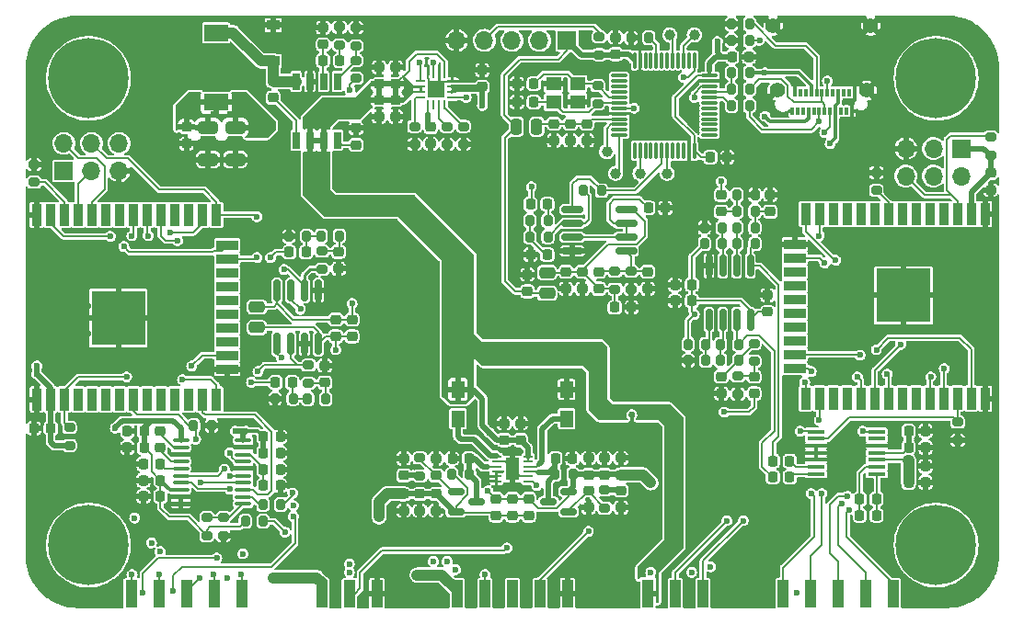
<source format=gbr>
%TF.GenerationSoftware,KiCad,Pcbnew,(6.0.0)*%
%TF.CreationDate,2022-06-06T22:40:17+03:00*%
%TF.ProjectId,basic_digital,62617369-635f-4646-9967-6974616c2e6b,rev?*%
%TF.SameCoordinates,Original*%
%TF.FileFunction,Copper,L1,Top*%
%TF.FilePolarity,Positive*%
%FSLAX46Y46*%
G04 Gerber Fmt 4.6, Leading zero omitted, Abs format (unit mm)*
G04 Created by KiCad (PCBNEW (6.0.0)) date 2022-06-06 22:40:17*
%MOMM*%
%LPD*%
G01*
G04 APERTURE LIST*
G04 Aperture macros list*
%AMRoundRect*
0 Rectangle with rounded corners*
0 $1 Rounding radius*
0 $2 $3 $4 $5 $6 $7 $8 $9 X,Y pos of 4 corners*
0 Add a 4 corners polygon primitive as box body*
4,1,4,$2,$3,$4,$5,$6,$7,$8,$9,$2,$3,0*
0 Add four circle primitives for the rounded corners*
1,1,$1+$1,$2,$3*
1,1,$1+$1,$4,$5*
1,1,$1+$1,$6,$7*
1,1,$1+$1,$8,$9*
0 Add four rect primitives between the rounded corners*
20,1,$1+$1,$2,$3,$4,$5,0*
20,1,$1+$1,$4,$5,$6,$7,0*
20,1,$1+$1,$6,$7,$8,$9,0*
20,1,$1+$1,$8,$9,$2,$3,0*%
G04 Aperture macros list end*
%TA.AperFunction,SMDPad,CuDef*%
%ADD10RoundRect,0.200000X0.200000X0.275000X-0.200000X0.275000X-0.200000X-0.275000X0.200000X-0.275000X0*%
%TD*%
%TA.AperFunction,SMDPad,CuDef*%
%ADD11RoundRect,0.225000X0.225000X0.250000X-0.225000X0.250000X-0.225000X-0.250000X0.225000X-0.250000X0*%
%TD*%
%TA.AperFunction,SMDPad,CuDef*%
%ADD12C,1.000000*%
%TD*%
%TA.AperFunction,SMDPad,CuDef*%
%ADD13RoundRect,0.100000X-0.637500X-0.100000X0.637500X-0.100000X0.637500X0.100000X-0.637500X0.100000X0*%
%TD*%
%TA.AperFunction,SMDPad,CuDef*%
%ADD14RoundRect,0.225000X0.250000X-0.225000X0.250000X0.225000X-0.250000X0.225000X-0.250000X-0.225000X0*%
%TD*%
%TA.AperFunction,SMDPad,CuDef*%
%ADD15RoundRect,0.225000X-0.225000X-0.250000X0.225000X-0.250000X0.225000X0.250000X-0.225000X0.250000X0*%
%TD*%
%TA.AperFunction,SMDPad,CuDef*%
%ADD16R,0.900000X2.000000*%
%TD*%
%TA.AperFunction,SMDPad,CuDef*%
%ADD17R,2.000000X0.900000*%
%TD*%
%TA.AperFunction,SMDPad,CuDef*%
%ADD18R,5.000000X5.000000*%
%TD*%
%TA.AperFunction,SMDPad,CuDef*%
%ADD19RoundRect,0.200000X-0.200000X-0.275000X0.200000X-0.275000X0.200000X0.275000X-0.200000X0.275000X0*%
%TD*%
%TA.AperFunction,SMDPad,CuDef*%
%ADD20RoundRect,0.250000X0.250000X0.475000X-0.250000X0.475000X-0.250000X-0.475000X0.250000X-0.475000X0*%
%TD*%
%TA.AperFunction,SMDPad,CuDef*%
%ADD21RoundRect,0.225000X-0.250000X0.225000X-0.250000X-0.225000X0.250000X-0.225000X0.250000X0.225000X0*%
%TD*%
%TA.AperFunction,ComponentPad*%
%ADD22C,7.400000*%
%TD*%
%TA.AperFunction,SMDPad,CuDef*%
%ADD23RoundRect,0.150000X-0.587500X-0.150000X0.587500X-0.150000X0.587500X0.150000X-0.587500X0.150000X0*%
%TD*%
%TA.AperFunction,SMDPad,CuDef*%
%ADD24RoundRect,0.250000X0.475000X-0.250000X0.475000X0.250000X-0.475000X0.250000X-0.475000X-0.250000X0*%
%TD*%
%TA.AperFunction,SMDPad,CuDef*%
%ADD25R,1.400000X1.200000*%
%TD*%
%TA.AperFunction,ComponentPad*%
%ADD26R,1.700000X1.700000*%
%TD*%
%TA.AperFunction,ComponentPad*%
%ADD27O,1.700000X1.700000*%
%TD*%
%TA.AperFunction,SMDPad,CuDef*%
%ADD28RoundRect,0.200000X-0.275000X0.200000X-0.275000X-0.200000X0.275000X-0.200000X0.275000X0.200000X0*%
%TD*%
%TA.AperFunction,SMDPad,CuDef*%
%ADD29R,1.200000X0.900000*%
%TD*%
%TA.AperFunction,SMDPad,CuDef*%
%ADD30R,1.000000X2.500000*%
%TD*%
%TA.AperFunction,SMDPad,CuDef*%
%ADD31RoundRect,0.200000X0.275000X-0.200000X0.275000X0.200000X-0.275000X0.200000X-0.275000X-0.200000X0*%
%TD*%
%TA.AperFunction,SMDPad,CuDef*%
%ADD32RoundRect,0.150000X0.587500X0.150000X-0.587500X0.150000X-0.587500X-0.150000X0.587500X-0.150000X0*%
%TD*%
%TA.AperFunction,SMDPad,CuDef*%
%ADD33R,1.200000X1.500000*%
%TD*%
%TA.AperFunction,SMDPad,CuDef*%
%ADD34R,1.600000X0.350000*%
%TD*%
%TA.AperFunction,SMDPad,CuDef*%
%ADD35RoundRect,0.075000X-0.662500X-0.075000X0.662500X-0.075000X0.662500X0.075000X-0.662500X0.075000X0*%
%TD*%
%TA.AperFunction,SMDPad,CuDef*%
%ADD36RoundRect,0.075000X-0.075000X-0.662500X0.075000X-0.662500X0.075000X0.662500X-0.075000X0.662500X0*%
%TD*%
%TA.AperFunction,SMDPad,CuDef*%
%ADD37R,0.850000X0.250000*%
%TD*%
%TA.AperFunction,SMDPad,CuDef*%
%ADD38R,1.310000X2.120000*%
%TD*%
%TA.AperFunction,SMDPad,CuDef*%
%ADD39RoundRect,0.250000X-0.650000X0.325000X-0.650000X-0.325000X0.650000X-0.325000X0.650000X0.325000X0*%
%TD*%
%TA.AperFunction,SMDPad,CuDef*%
%ADD40RoundRect,0.150000X0.150000X-0.825000X0.150000X0.825000X-0.150000X0.825000X-0.150000X-0.825000X0*%
%TD*%
%TA.AperFunction,SMDPad,CuDef*%
%ADD41R,0.300000X0.700000*%
%TD*%
%TA.AperFunction,ComponentPad*%
%ADD42C,1.400000*%
%TD*%
%TA.AperFunction,SMDPad,CuDef*%
%ADD43R,2.200000X1.500000*%
%TD*%
%TA.AperFunction,SMDPad,CuDef*%
%ADD44R,0.650000X1.525000*%
%TD*%
%TA.AperFunction,SMDPad,CuDef*%
%ADD45RoundRect,0.062500X0.375000X0.062500X-0.375000X0.062500X-0.375000X-0.062500X0.375000X-0.062500X0*%
%TD*%
%TA.AperFunction,SMDPad,CuDef*%
%ADD46RoundRect,0.062500X0.062500X0.375000X-0.062500X0.375000X-0.062500X-0.375000X0.062500X-0.375000X0*%
%TD*%
%TA.AperFunction,SMDPad,CuDef*%
%ADD47R,1.600000X1.600000*%
%TD*%
%TA.AperFunction,SMDPad,CuDef*%
%ADD48RoundRect,0.150000X-0.825000X-0.150000X0.825000X-0.150000X0.825000X0.150000X-0.825000X0.150000X0*%
%TD*%
%TA.AperFunction,SMDPad,CuDef*%
%ADD49RoundRect,0.250000X-0.475000X0.250000X-0.475000X-0.250000X0.475000X-0.250000X0.475000X0.250000X0*%
%TD*%
%TA.AperFunction,SMDPad,CuDef*%
%ADD50RoundRect,0.150000X-0.150000X0.825000X-0.150000X-0.825000X0.150000X-0.825000X0.150000X0.825000X0*%
%TD*%
%TA.AperFunction,ViaPad*%
%ADD51C,0.600000*%
%TD*%
%TA.AperFunction,Conductor*%
%ADD52C,0.200000*%
%TD*%
%TA.AperFunction,Conductor*%
%ADD53C,0.250000*%
%TD*%
%TA.AperFunction,Conductor*%
%ADD54C,1.000000*%
%TD*%
%TA.AperFunction,Conductor*%
%ADD55C,0.500000*%
%TD*%
%TA.AperFunction,Conductor*%
%ADD56C,0.300000*%
%TD*%
G04 APERTURE END LIST*
D10*
%TO.P,R23,1*%
%TO.N,Net-(C47-Pad2)*%
X131825000Y31480000D03*
%TO.P,R23,2*%
%TO.N,Net-(C45-Pad1)*%
X130175000Y31480000D03*
%TD*%
D11*
%TO.P,C52,1*%
%TO.N,GND*%
X187025000Y28500000D03*
%TO.P,C52,2*%
%TO.N,+3V3*%
X185475000Y28500000D03*
%TD*%
D12*
%TO.P,TP5,1,1*%
%TO.N,Net-(TP5-Pad1)*%
X158500000Y52250000D03*
%TD*%
D13*
%TO.P,U4,1,CPVDD*%
%TO.N,+3V3*%
X118500000Y27650000D03*
%TO.P,U4,2,CAPP*%
%TO.N,Net-(C37-Pad2)*%
X118500000Y27000000D03*
%TO.P,U4,3,CPGND*%
%TO.N,GND*%
X118500000Y26350000D03*
%TO.P,U4,4,CAPM*%
%TO.N,Net-(C37-Pad1)*%
X118500000Y25700000D03*
%TO.P,U4,5,VNEG*%
%TO.N,Net-(C38-Pad2)*%
X118500000Y25050000D03*
%TO.P,U4,6,OUTL*%
%TO.N,/i2s_output/LEFT_INT*%
X118500000Y24400000D03*
%TO.P,U4,7,OUTR*%
%TO.N,/i2s_output/RIGHT_INT*%
X118500000Y23750000D03*
%TO.P,U4,8,AVDD*%
%TO.N,+3V3*%
X118500000Y23100000D03*
%TO.P,U4,9,AGND*%
%TO.N,GND*%
X118500000Y22450000D03*
%TO.P,U4,10,DEMP*%
X118500000Y21800000D03*
%TO.P,U4,11,FLT*%
%TO.N,Net-(R19-Pad2)*%
X124225000Y21800000D03*
%TO.P,U4,12,SCK*%
%TO.N,Net-(R42-Pad1)*%
X124225000Y22450000D03*
%TO.P,U4,13,BCK*%
%TO.N,/bt_in/BCK*%
X124225000Y23100000D03*
%TO.P,U4,14,DIN*%
%TO.N,/bt_in/I2S_OUT*%
X124225000Y23750000D03*
%TO.P,U4,15,LRCK*%
%TO.N,/bt_in/WS*%
X124225000Y24400000D03*
%TO.P,U4,16,FMT*%
%TO.N,GND*%
X124225000Y25050000D03*
%TO.P,U4,17,XSMT*%
%TO.N,BT_MUTE*%
X124225000Y25700000D03*
%TO.P,U4,18,LDOO*%
%TO.N,Net-(C41-Pad2)*%
X124225000Y26350000D03*
%TO.P,U4,19,DGND*%
%TO.N,GND*%
X124225000Y27000000D03*
%TO.P,U4,20,DVDD*%
%TO.N,+3V3*%
X124225000Y27650000D03*
%TD*%
D14*
%TO.P,C7,1*%
%TO.N,+VSW*%
X136750000Y60475000D03*
%TO.P,C7,2*%
%TO.N,GND*%
X136750000Y62025000D03*
%TD*%
D15*
%TO.P,C73,1*%
%TO.N,GND*%
X150675000Y44750000D03*
%TO.P,C73,2*%
%TO.N,Net-(C73-Pad2)*%
X152225000Y44750000D03*
%TD*%
D16*
%TO.P,U7,1,GND*%
%TO.N,GND*%
X105240000Y31420000D03*
%TO.P,U7,2,VDD*%
%TO.N,+3V3*%
X106510000Y31420000D03*
%TO.P,U7,3,EN*%
%TO.N,/bt_in/rst*%
X107780000Y31420000D03*
%TO.P,U7,4,SENSOR_VP*%
%TO.N,unconnected-(U7-Pad4)*%
X109050000Y31420000D03*
%TO.P,U7,5,SENSOR_VN*%
%TO.N,unconnected-(U7-Pad5)*%
X110320000Y31420000D03*
%TO.P,U7,6,IO34*%
%TO.N,unconnected-(U7-Pad6)*%
X111590000Y31420000D03*
%TO.P,U7,7,IO35*%
%TO.N,unconnected-(U7-Pad7)*%
X112860000Y31420000D03*
%TO.P,U7,8,IO32*%
%TO.N,/bt_in/I2S_OUT*%
X114130000Y31420000D03*
%TO.P,U7,9,IO33*%
%TO.N,unconnected-(U7-Pad9)*%
X115400000Y31420000D03*
%TO.P,U7,10,IO25*%
%TO.N,unconnected-(U7-Pad10)*%
X116670000Y31420000D03*
%TO.P,U7,11,IO26*%
%TO.N,unconnected-(U7-Pad11)*%
X117940000Y31420000D03*
%TO.P,U7,12,IO27*%
%TO.N,unconnected-(U7-Pad12)*%
X119210000Y31420000D03*
%TO.P,U7,13,IO14*%
%TO.N,/bt_in/BCK*%
X120480000Y31420000D03*
%TO.P,U7,14,IO12*%
%TO.N,/bt_in/io12*%
X121750000Y31420000D03*
D17*
%TO.P,U7,15,GND*%
%TO.N,GND*%
X122750000Y34205000D03*
%TO.P,U7,16,IO13*%
%TO.N,/bt_in/io13*%
X122750000Y35475000D03*
%TO.P,U7,17,SHD/SD2*%
%TO.N,unconnected-(U7-Pad17)*%
X122750000Y36745000D03*
%TO.P,U7,18,SWP/SD3*%
%TO.N,unconnected-(U7-Pad18)*%
X122750000Y38015000D03*
%TO.P,U7,19,SCS/CMD*%
%TO.N,unconnected-(U7-Pad19)*%
X122750000Y39285000D03*
%TO.P,U7,20,SCK/CLK*%
%TO.N,unconnected-(U7-Pad20)*%
X122750000Y40555000D03*
%TO.P,U7,21,SDO/SD0*%
%TO.N,unconnected-(U7-Pad21)*%
X122750000Y41825000D03*
%TO.P,U7,22,SDI/SD1*%
%TO.N,unconnected-(U7-Pad22)*%
X122750000Y43095000D03*
%TO.P,U7,23,IO15*%
%TO.N,/bt_in/WS*%
X122750000Y44365000D03*
%TO.P,U7,24,IO2*%
%TO.N,/bt_in/io2*%
X122750000Y45635000D03*
D16*
%TO.P,U7,25,IO0*%
%TO.N,/bt_in/boot*%
X121750000Y48420000D03*
%TO.P,U7,26,IO4*%
%TO.N,/bt_in/cs2*%
X120480000Y48420000D03*
%TO.P,U7,27,IO16*%
%TO.N,unconnected-(U7-Pad27)*%
X119210000Y48420000D03*
%TO.P,U7,28,IO17*%
%TO.N,unconnected-(U7-Pad28)*%
X117940000Y48420000D03*
%TO.P,U7,29,IO5*%
%TO.N,/bt_in/cs1*%
X116670000Y48420000D03*
%TO.P,U7,30,IO18*%
%TO.N,/bt_in/SCK*%
X115400000Y48420000D03*
%TO.P,U7,31,IO19*%
%TO.N,/bt_in/MISO*%
X114130000Y48420000D03*
%TO.P,U7,32,NC*%
%TO.N,unconnected-(U7-Pad32)*%
X112860000Y48420000D03*
%TO.P,U7,33,IO21*%
%TO.N,unconnected-(U7-Pad33)*%
X111590000Y48420000D03*
%TO.P,U7,34,RXD0/IO3*%
%TO.N,/bt_in/rx*%
X110320000Y48420000D03*
%TO.P,U7,35,TXD0/IO1*%
%TO.N,/bt_in/tx*%
X109050000Y48420000D03*
%TO.P,U7,36,IO22*%
%TO.N,/bt_in/I2S_IN*%
X107780000Y48420000D03*
%TO.P,U7,37,IO23*%
%TO.N,/bt_in/MOSI*%
X106510000Y48420000D03*
%TO.P,U7,38,GND*%
%TO.N,GND*%
X105240000Y48420000D03*
D18*
%TO.P,U7,39,GND*%
X112740000Y38920000D03*
%TD*%
D14*
%TO.P,C44,1*%
%TO.N,/i2s_output/V-*%
X134250000Y37225000D03*
%TO.P,C44,2*%
%TO.N,/i2s_input/V+*%
X134250000Y38775000D03*
%TD*%
D19*
%TO.P,R34,1*%
%TO.N,Net-(R34-Pad1)*%
X168175000Y35000000D03*
%TO.P,R34,2*%
%TO.N,Net-(C61-Pad2)*%
X169825000Y35000000D03*
%TD*%
D20*
%TO.P,FB1,1*%
%TO.N,Net-(C65-Pad1)*%
X151250000Y56550000D03*
%TO.P,FB1,2*%
%TO.N,+3V3*%
X149350000Y56550000D03*
%TD*%
D21*
%TO.P,C20,1*%
%TO.N,GND*%
X139000000Y25975000D03*
%TO.P,C20,2*%
%TO.N,+5V*%
X139000000Y24425000D03*
%TD*%
D10*
%TO.P,R40,1*%
%TO.N,Net-(C63-Pad2)*%
X169825000Y36500000D03*
%TO.P,R40,2*%
%TO.N,Net-(R34-Pad1)*%
X168175000Y36500000D03*
%TD*%
D22*
%TO.P,H4,1,1*%
%TO.N,unconnected-(H4-Pad1)*%
X188000000Y61000000D03*
%TD*%
D10*
%TO.P,R52,1*%
%TO.N,GND*%
X121325000Y29000000D03*
%TO.P,R52,2*%
%TO.N,/bt_in/I2S_OUT*%
X119675000Y29000000D03*
%TD*%
D23*
%TO.P,Q2,1,B*%
%TO.N,Net-(C23-Pad1)*%
X143812500Y22950000D03*
%TO.P,Q2,2,E*%
%TO.N,/i2s_input/V+*%
X143812500Y21050000D03*
%TO.P,Q2,3,C*%
%TO.N,+5V*%
X145687500Y22000000D03*
%TD*%
D14*
%TO.P,C25,1*%
%TO.N,/i2s_output/V-*%
X159000000Y24475000D03*
%TO.P,C25,2*%
%TO.N,GND*%
X159000000Y26025000D03*
%TD*%
D10*
%TO.P,R24,1*%
%TO.N,Net-(C48-Pad2)*%
X133075000Y46500000D03*
%TO.P,R24,2*%
%TO.N,Net-(C46-Pad1)*%
X131425000Y46500000D03*
%TD*%
D24*
%TO.P,C39,1*%
%TO.N,/i2s_output/V-*%
X125500000Y38050000D03*
%TO.P,C39,2*%
%TO.N,/i2s_input/V+*%
X125500000Y39950000D03*
%TD*%
D11*
%TO.P,C41,1*%
%TO.N,GND*%
X127637500Y24975000D03*
%TO.P,C41,2*%
%TO.N,Net-(C41-Pad2)*%
X126087500Y24975000D03*
%TD*%
D25*
%TO.P,Y1,1,1*%
%TO.N,Net-(C81-Pad2)*%
X152800000Y58800000D03*
%TO.P,Y1,2,2*%
%TO.N,GND*%
X155000000Y58800000D03*
%TO.P,Y1,3,3*%
%TO.N,Net-(C80-Pad2)*%
X155000000Y60500000D03*
%TO.P,Y1,4,4*%
%TO.N,GND*%
X152800000Y60500000D03*
%TD*%
D26*
%TO.P,J5,1,Pin_1*%
%TO.N,+3V3*%
X190290000Y54540000D03*
D27*
%TO.P,J5,2,Pin_2*%
%TO.N,/bt_out/rx*%
X190290000Y52000000D03*
%TO.P,J5,3,Pin_3*%
%TO.N,/bt_out/tx*%
X187750000Y54540000D03*
%TO.P,J5,4,Pin_4*%
%TO.N,/bt_out/boot*%
X187750000Y52000000D03*
%TO.P,J5,5,Pin_5*%
%TO.N,GND*%
X185210000Y54540000D03*
%TO.P,J5,6,Pin_6*%
%TO.N,/bt_out/rst*%
X185210000Y52000000D03*
%TD*%
D11*
%TO.P,C45,1*%
%TO.N,Net-(C45-Pad1)*%
X128755000Y32980000D03*
%TO.P,C45,2*%
%TO.N,/i2s_output/LEFT_INT*%
X127205000Y32980000D03*
%TD*%
D14*
%TO.P,C5,1*%
%TO.N,+VSW*%
X149750000Y27675000D03*
%TO.P,C5,2*%
%TO.N,GND*%
X149750000Y29225000D03*
%TD*%
D11*
%TO.P,C34,1*%
%TO.N,GND*%
X127637500Y26475000D03*
%TO.P,C34,2*%
%TO.N,+3V3*%
X126087500Y26475000D03*
%TD*%
D21*
%TO.P,C3,1*%
%TO.N,+VSW*%
X138250000Y59025000D03*
%TO.P,C3,2*%
%TO.N,GND*%
X138250000Y57475000D03*
%TD*%
D11*
%TO.P,C74,1*%
%TO.N,GND*%
X163075000Y49050000D03*
%TO.P,C74,2*%
%TO.N,Net-(C74-Pad2)*%
X161525000Y49050000D03*
%TD*%
D28*
%TO.P,R54,1*%
%TO.N,/bt_out/rst*%
X193000000Y55575000D03*
%TO.P,R54,2*%
%TO.N,+3V3*%
X193000000Y53925000D03*
%TD*%
D10*
%TO.P,R37,1*%
%TO.N,Net-(R35-Pad2)*%
X168325000Y47250000D03*
%TO.P,R37,2*%
%TO.N,GND*%
X166675000Y47250000D03*
%TD*%
D29*
%TO.P,D1,1,K*%
%TO.N,Net-(C8-Pad1)*%
X127000000Y62600000D03*
%TO.P,D1,2,A*%
%TO.N,GND*%
X127000000Y65900000D03*
%TD*%
D19*
%TO.P,R33,1*%
%TO.N,Net-(R33-Pad1)*%
X169675000Y47250000D03*
%TO.P,R33,2*%
%TO.N,Net-(C60-Pad2)*%
X171325000Y47250000D03*
%TD*%
D30*
%TO.P,J8,1,Pin_1*%
%TO.N,GND*%
X154080000Y13525000D03*
%TO.P,J8,2,Pin_2*%
%TO.N,/i2s_input/RIGHT*%
X151540000Y13525000D03*
%TO.P,J8,3,Pin_3*%
%TO.N,/side_con/IN_MONO*%
X149000000Y13525000D03*
%TO.P,J8,4,Pin_4*%
%TO.N,/i2s_output/RIGHT*%
X146460000Y13525000D03*
%TO.P,J8,5,Pin_5*%
%TO.N,/i2s_input/V+*%
X143920000Y13525000D03*
%TD*%
D21*
%TO.P,C26,1*%
%TO.N,/i2s_input/V+*%
X139000000Y22725000D03*
%TO.P,C26,2*%
%TO.N,GND*%
X139000000Y21175000D03*
%TD*%
D31*
%TO.P,R30,1*%
%TO.N,GND*%
X169750000Y31925000D03*
%TO.P,R30,2*%
%TO.N,Net-(C59-Pad1)*%
X169750000Y33575000D03*
%TD*%
D32*
%TO.P,Q1,1,B*%
%TO.N,Net-(C22-Pad1)*%
X154187500Y21050000D03*
%TO.P,Q1,2,E*%
%TO.N,/i2s_output/V-*%
X154187500Y22950000D03*
%TO.P,Q1,3,C*%
%TO.N,-5V*%
X152312500Y22000000D03*
%TD*%
D31*
%TO.P,R56,1*%
%TO.N,GND*%
X190000000Y27675000D03*
%TO.P,R56,2*%
%TO.N,/bt_out/I2S_IN*%
X190000000Y29325000D03*
%TD*%
D21*
%TO.P,C77,1*%
%TO.N,Net-(C69-Pad2)*%
X155450000Y43175000D03*
%TO.P,C77,2*%
%TO.N,GND*%
X155450000Y41625000D03*
%TD*%
D15*
%TO.P,C82,1*%
%TO.N,GND*%
X113562500Y28475000D03*
%TO.P,C82,2*%
%TO.N,+3V3*%
X115112500Y28475000D03*
%TD*%
D31*
%TO.P,R26,1*%
%TO.N,Net-(R26-Pad1)*%
X131500000Y43425000D03*
%TO.P,R26,2*%
%TO.N,Net-(C48-Pad2)*%
X131500000Y45075000D03*
%TD*%
D28*
%TO.P,R55,1*%
%TO.N,GND*%
X182500000Y52325000D03*
%TO.P,R55,2*%
%TO.N,/bt_out/I2S_OUT*%
X182500000Y50675000D03*
%TD*%
D33*
%TO.P,L1,1,1*%
%TO.N,+VSW*%
X144000000Y32350000D03*
%TO.P,L1,2,2*%
%TO.N,Net-(IC1-Pad1)*%
X144000000Y29650000D03*
%TD*%
D21*
%TO.P,C59,1*%
%TO.N,Net-(C59-Pad1)*%
X171250000Y33525000D03*
%TO.P,C59,2*%
%TO.N,/i2s_input/RIGHT*%
X171250000Y31975000D03*
%TD*%
D14*
%TO.P,C14,1*%
%TO.N,GND*%
X141500000Y54975000D03*
%TO.P,C14,2*%
%TO.N,VCC*%
X141500000Y56525000D03*
%TD*%
D19*
%TO.P,R1,1*%
%TO.N,/power/D-*%
X169175000Y58500000D03*
%TO.P,R1,2*%
%TO.N,Net-(J1-PadA7)*%
X170825000Y58500000D03*
%TD*%
D14*
%TO.P,C61,1*%
%TO.N,GND*%
X168250000Y31975000D03*
%TO.P,C61,2*%
%TO.N,Net-(C61-Pad2)*%
X168250000Y33525000D03*
%TD*%
D19*
%TO.P,R43,1*%
%TO.N,GND*%
X159925000Y64750000D03*
%TO.P,R43,2*%
%TO.N,Net-(R43-Pad2)*%
X161575000Y64750000D03*
%TD*%
D30*
%TO.P,J9,1,Pin_1*%
%TO.N,/bt_in/io13*%
X124080000Y13525000D03*
%TO.P,J9,2,Pin_2*%
%TO.N,/bt_in/io12*%
X121540000Y13525000D03*
%TO.P,J9,3,Pin_3*%
%TO.N,/bt_in/cs1*%
X119000000Y13525000D03*
%TO.P,J9,4,Pin_4*%
%TO.N,/bt_in/cs2*%
X116460000Y13525000D03*
%TO.P,J9,5,Pin_5*%
%TO.N,/bt_in/io2*%
X113920000Y13525000D03*
%TD*%
D21*
%TO.P,C66,1*%
%TO.N,Net-(C65-Pad1)*%
X154350000Y56825000D03*
%TO.P,C66,2*%
%TO.N,GND*%
X154350000Y55275000D03*
%TD*%
D10*
%TO.P,R31,1*%
%TO.N,Net-(C60-Pad2)*%
X171325000Y48750000D03*
%TO.P,R31,2*%
%TO.N,Net-(C58-Pad1)*%
X169675000Y48750000D03*
%TD*%
D19*
%TO.P,R35,1*%
%TO.N,/i2s_input/V+*%
X166675000Y45750000D03*
%TO.P,R35,2*%
%TO.N,Net-(R35-Pad2)*%
X168325000Y45750000D03*
%TD*%
D33*
%TO.P,L2,1,1*%
%TO.N,Net-(IC1-Pad10)*%
X154000000Y29650000D03*
%TO.P,L2,2,2*%
%TO.N,GND*%
X154000000Y32350000D03*
%TD*%
D21*
%TO.P,C68,1*%
%TO.N,+3V3*%
X119000000Y56525000D03*
%TO.P,C68,2*%
%TO.N,GND*%
X119000000Y54975000D03*
%TD*%
D28*
%TO.P,R25,1*%
%TO.N,Net-(R25-Pad1)*%
X130250000Y34575000D03*
%TO.P,R25,2*%
%TO.N,Net-(C47-Pad2)*%
X130250000Y32925000D03*
%TD*%
D34*
%TO.P,IC3,1,VREF*%
%TO.N,Net-(C51-Pad2)*%
X182550000Y24550000D03*
%TO.P,IC3,2,AGND*%
%TO.N,Net-(C51-Pad1)*%
X182550000Y25200000D03*
%TO.P,IC3,3,VCC*%
%TO.N,/i2s_input/V+*%
X182550000Y25850000D03*
%TO.P,IC3,4,VDD*%
%TO.N,+3V3*%
X182550000Y26500000D03*
%TO.P,IC3,5,DGND*%
%TO.N,GND*%
X182550000Y27150000D03*
%TO.P,IC3,6,SCKI*%
%TO.N,unconnected-(IC3-Pad6)*%
X182550000Y27800000D03*
%TO.P,IC3,7,LRCK*%
%TO.N,/bt_out/WS*%
X182550000Y28450000D03*
%TO.P,IC3,8,BCK*%
%TO.N,/bt_out/BCK*%
X176950000Y28450000D03*
%TO.P,IC3,9,DOUT*%
%TO.N,/bt_out/I2S_IN*%
X176950000Y27800000D03*
%TO.P,IC3,10,MD0*%
%TO.N,GND*%
X176950000Y27150000D03*
%TO.P,IC3,11,MD1*%
X176950000Y26500000D03*
%TO.P,IC3,12,FMT*%
X176950000Y25850000D03*
%TO.P,IC3,13,VINL*%
%TO.N,/i2s_input/LEFT_INT*%
X176950000Y25200000D03*
%TO.P,IC3,14,VINR*%
%TO.N,/i2s_input/RIGHT_INT*%
X176950000Y24550000D03*
%TD*%
D21*
%TO.P,C75,1*%
%TO.N,Net-(C69-Pad2)*%
X153950000Y43175000D03*
%TO.P,C75,2*%
%TO.N,GND*%
X153950000Y41625000D03*
%TD*%
D14*
%TO.P,C23,1*%
%TO.N,Net-(C23-Pad1)*%
X142000000Y24425000D03*
%TO.P,C23,2*%
%TO.N,GND*%
X142000000Y25975000D03*
%TD*%
D11*
%TO.P,C35,1*%
%TO.N,GND*%
X127637500Y27975000D03*
%TO.P,C35,2*%
%TO.N,+3V3*%
X126087500Y27975000D03*
%TD*%
D19*
%TO.P,R41,1*%
%TO.N,GND*%
X169175000Y64500000D03*
%TO.P,R41,2*%
%TO.N,Net-(J1-PadA5)*%
X170825000Y64500000D03*
%TD*%
D14*
%TO.P,C27,1*%
%TO.N,/i2s_input/V+*%
X150510000Y20725000D03*
%TO.P,C27,2*%
%TO.N,/i2s_output/V-*%
X150510000Y22275000D03*
%TD*%
D26*
%TO.P,J2,1,Pin_1*%
%TO.N,+3V3*%
X154040000Y64500000D03*
D27*
%TO.P,J2,2,Pin_2*%
%TO.N,/stm32/swdclk*%
X151500000Y64500000D03*
%TO.P,J2,3,Pin_3*%
%TO.N,/stm32/swdio*%
X148960000Y64500000D03*
%TO.P,J2,4,Pin_4*%
%TO.N,/stm32/stm_rst*%
X146420000Y64500000D03*
%TO.P,J2,5,Pin_5*%
%TO.N,GND*%
X143880000Y64500000D03*
%TD*%
D14*
%TO.P,C72,1*%
%TO.N,GND*%
X161450000Y41625000D03*
%TO.P,C72,2*%
%TO.N,Net-(C71-Pad1)*%
X161450000Y43175000D03*
%TD*%
D11*
%TO.P,C78,1*%
%TO.N,+3V3*%
X106525000Y28750000D03*
%TO.P,C78,2*%
%TO.N,GND*%
X104975000Y28750000D03*
%TD*%
D35*
%TO.P,U1,1,VBAT*%
%TO.N,unconnected-(U1-Pad1)*%
X158837500Y61250000D03*
%TO.P,U1,2,PC13*%
%TO.N,unconnected-(U1-Pad2)*%
X158837500Y60750000D03*
%TO.P,U1,3,PC14*%
%TO.N,unconnected-(U1-Pad3)*%
X158837500Y60250000D03*
%TO.P,U1,4,PC15*%
%TO.N,unconnected-(U1-Pad4)*%
X158837500Y59750000D03*
%TO.P,U1,5,PD0*%
%TO.N,Net-(C80-Pad2)*%
X158837500Y59250000D03*
%TO.P,U1,6,PD1*%
%TO.N,Net-(C81-Pad2)*%
X158837500Y58750000D03*
%TO.P,U1,7,NRST*%
%TO.N,/stm32/stm_rst*%
X158837500Y58250000D03*
%TO.P,U1,8,VSSA*%
%TO.N,GND*%
X158837500Y57750000D03*
%TO.P,U1,9,VDDA*%
%TO.N,Net-(C65-Pad1)*%
X158837500Y57250000D03*
%TO.P,U1,10,PA0*%
%TO.N,Net-(TP4-Pad1)*%
X158837500Y56750000D03*
%TO.P,U1,11,PA1*%
%TO.N,unconnected-(U1-Pad11)*%
X158837500Y56250000D03*
%TO.P,U1,12,PA2*%
%TO.N,Net-(TP5-Pad1)*%
X158837500Y55750000D03*
D36*
%TO.P,U1,13,PA3*%
%TO.N,unconnected-(U1-Pad13)*%
X160250000Y54337500D03*
%TO.P,U1,14,PA4*%
%TO.N,Net-(TP6-Pad1)*%
X160750000Y54337500D03*
%TO.P,U1,15,PA5*%
%TO.N,unconnected-(U1-Pad15)*%
X161250000Y54337500D03*
%TO.P,U1,16,PA6*%
%TO.N,unconnected-(U1-Pad16)*%
X161750000Y54337500D03*
%TO.P,U1,17,PA7*%
%TO.N,unconnected-(U1-Pad17)*%
X162250000Y54337500D03*
%TO.P,U1,18,PB0*%
%TO.N,/stm32/mic_biased*%
X162750000Y54337500D03*
%TO.P,U1,19,PB1*%
%TO.N,Net-(TP1-Pad1)*%
X163250000Y54337500D03*
%TO.P,U1,20,PB2*%
%TO.N,unconnected-(U1-Pad20)*%
X163750000Y54337500D03*
%TO.P,U1,21,PB10*%
%TO.N,unconnected-(U1-Pad21)*%
X164250000Y54337500D03*
%TO.P,U1,22,PB11*%
%TO.N,unconnected-(U1-Pad22)*%
X164750000Y54337500D03*
%TO.P,U1,23,VSS*%
%TO.N,GND*%
X165250000Y54337500D03*
%TO.P,U1,24,VDD*%
%TO.N,+3V3*%
X165750000Y54337500D03*
D35*
%TO.P,U1,25,PB12*%
%TO.N,unconnected-(U1-Pad25)*%
X167162500Y55750000D03*
%TO.P,U1,26,PB13*%
%TO.N,unconnected-(U1-Pad26)*%
X167162500Y56250000D03*
%TO.P,U1,27,PB14*%
%TO.N,unconnected-(U1-Pad27)*%
X167162500Y56750000D03*
%TO.P,U1,28,PB15*%
%TO.N,unconnected-(U1-Pad28)*%
X167162500Y57250000D03*
%TO.P,U1,29,PA8*%
%TO.N,unconnected-(U1-Pad29)*%
X167162500Y57750000D03*
%TO.P,U1,30,PA9*%
%TO.N,unconnected-(U1-Pad30)*%
X167162500Y58250000D03*
%TO.P,U1,31,PA10*%
%TO.N,unconnected-(U1-Pad31)*%
X167162500Y58750000D03*
%TO.P,U1,32,PA11*%
%TO.N,/power/D-*%
X167162500Y59250000D03*
%TO.P,U1,33,PA12*%
%TO.N,/power/D+*%
X167162500Y59750000D03*
%TO.P,U1,34,PA13*%
%TO.N,/stm32/swdio*%
X167162500Y60250000D03*
%TO.P,U1,35,VSS*%
%TO.N,GND*%
X167162500Y60750000D03*
%TO.P,U1,36,VDD*%
%TO.N,+3V3*%
X167162500Y61250000D03*
D36*
%TO.P,U1,37,PA14*%
%TO.N,/stm32/swdclk*%
X165750000Y62662500D03*
%TO.P,U1,38,PA15*%
%TO.N,unconnected-(U1-Pad38)*%
X165250000Y62662500D03*
%TO.P,U1,39,PB3*%
%TO.N,Net-(TP2-Pad1)*%
X164750000Y62662500D03*
%TO.P,U1,40,PB4*%
%TO.N,unconnected-(U1-Pad40)*%
X164250000Y62662500D03*
%TO.P,U1,41,PB5*%
%TO.N,Net-(TP3-Pad1)*%
X163750000Y62662500D03*
%TO.P,U1,42,PB6*%
%TO.N,unconnected-(U1-Pad42)*%
X163250000Y62662500D03*
%TO.P,U1,43,PB7*%
%TO.N,unconnected-(U1-Pad43)*%
X162750000Y62662500D03*
%TO.P,U1,44,BOOT0*%
%TO.N,Net-(R43-Pad2)*%
X162250000Y62662500D03*
%TO.P,U1,45,PB8*%
%TO.N,unconnected-(U1-Pad45)*%
X161750000Y62662500D03*
%TO.P,U1,46,PB9*%
%TO.N,unconnected-(U1-Pad46)*%
X161250000Y62662500D03*
%TO.P,U1,47,VSS*%
%TO.N,GND*%
X160750000Y62662500D03*
%TO.P,U1,48,VDD*%
%TO.N,+3V3*%
X160250000Y62662500D03*
%TD*%
D31*
%TO.P,R11,1*%
%TO.N,/power/vsens*%
X134600000Y64000000D03*
%TO.P,R11,2*%
%TO.N,GND*%
X134600000Y65650000D03*
%TD*%
D21*
%TO.P,C60,1*%
%TO.N,GND*%
X172750000Y50275000D03*
%TO.P,C60,2*%
%TO.N,Net-(C60-Pad2)*%
X172750000Y48725000D03*
%TD*%
D15*
%TO.P,C64,1*%
%TO.N,+3V3*%
X167225000Y53750000D03*
%TO.P,C64,2*%
%TO.N,GND*%
X168775000Y53750000D03*
%TD*%
D30*
%TO.P,J10,1,Pin_1*%
%TO.N,/bt_out/io13*%
X184080000Y13525000D03*
%TO.P,J10,2,Pin_2*%
%TO.N,/bt_out/io12*%
X181540000Y13525000D03*
%TO.P,J10,3,Pin_3*%
%TO.N,/bt_out/cs1*%
X179000000Y13525000D03*
%TO.P,J10,4,Pin_4*%
%TO.N,/bt_out/cs2*%
X176460000Y13525000D03*
%TO.P,J10,5,Pin_5*%
%TO.N,/bt_out/io2*%
X173920000Y13525000D03*
%TD*%
D19*
%TO.P,R18,1*%
%TO.N,+3V3*%
X124425000Y20200000D03*
%TO.P,R18,2*%
%TO.N,BT_MUTE*%
X126075000Y20200000D03*
%TD*%
D21*
%TO.P,C79,1*%
%TO.N,+3V3*%
X193000000Y52275000D03*
%TO.P,C79,2*%
%TO.N,GND*%
X193000000Y50725000D03*
%TD*%
D10*
%TO.P,R29,1*%
%TO.N,GND*%
X171325000Y50250000D03*
%TO.P,R29,2*%
%TO.N,Net-(C58-Pad1)*%
X169675000Y50250000D03*
%TD*%
D14*
%TO.P,C58,1*%
%TO.N,Net-(C58-Pad1)*%
X168250000Y48725000D03*
%TO.P,C58,2*%
%TO.N,/i2s_input/LEFT*%
X168250000Y50275000D03*
%TD*%
%TO.P,C37,1*%
%TO.N,Net-(C37-Pad1)*%
X116587500Y26950000D03*
%TO.P,C37,2*%
%TO.N,Net-(C37-Pad2)*%
X116587500Y28500000D03*
%TD*%
D12*
%TO.P,TP4,1,1*%
%TO.N,Net-(TP4-Pad1)*%
X157700000Y54250000D03*
%TD*%
D28*
%TO.P,R48,1*%
%TO.N,Net-(C71-Pad1)*%
X159950000Y43225000D03*
%TO.P,R48,2*%
%TO.N,GND*%
X159950000Y41575000D03*
%TD*%
%TO.P,R53,1*%
%TO.N,GND*%
X105000000Y53075000D03*
%TO.P,R53,2*%
%TO.N,/bt_in/I2S_IN*%
X105000000Y51425000D03*
%TD*%
D11*
%TO.P,C70,1*%
%TO.N,Net-(C70-Pad1)*%
X152225000Y49400000D03*
%TO.P,C70,2*%
%TO.N,/side_con/IN_MONO*%
X150675000Y49400000D03*
%TD*%
D12*
%TO.P,TP3,1,1*%
%TO.N,Net-(TP3-Pad1)*%
X163500000Y65000000D03*
%TD*%
D28*
%TO.P,R14,1*%
%TO.N,-5V*%
X157500000Y23075000D03*
%TO.P,R14,2*%
%TO.N,Net-(C22-Pad1)*%
X157500000Y21425000D03*
%TD*%
%TO.P,R51,1*%
%TO.N,/bt_in/rst*%
X108250000Y28825000D03*
%TO.P,R51,2*%
%TO.N,+3V3*%
X108250000Y27175000D03*
%TD*%
D21*
%TO.P,C65,1*%
%TO.N,Net-(C65-Pad1)*%
X155850000Y56825000D03*
%TO.P,C65,2*%
%TO.N,GND*%
X155850000Y55275000D03*
%TD*%
D37*
%TO.P,IC1,1,SWP*%
%TO.N,Net-(IC1-Pad1)*%
X147550000Y26125000D03*
%TO.P,IC1,2,PGND*%
%TO.N,GND*%
X147550000Y25675000D03*
%TO.P,IC1,3,VPOS*%
%TO.N,+5V*%
X147550000Y25225000D03*
%TO.P,IC1,4,GND_1*%
%TO.N,GND*%
X147550000Y24775000D03*
%TO.P,IC1,5,AGND*%
X147550000Y24325000D03*
%TO.P,IC1,6,GND_2*%
X147550000Y23875000D03*
%TO.P,IC1,7,EN*%
%TO.N,+VSW*%
X150450000Y23875000D03*
%TO.P,IC1,8,GND_3*%
%TO.N,GND*%
X150450000Y24325000D03*
%TO.P,IC1,9,VNEG*%
%TO.N,-5V*%
X150450000Y24775000D03*
%TO.P,IC1,10,SWN*%
%TO.N,Net-(IC1-Pad10)*%
X150450000Y25225000D03*
%TO.P,IC1,11,AVIN*%
%TO.N,+VSW*%
X150450000Y25675000D03*
%TO.P,IC1,12,PVIN*%
X150450000Y26125000D03*
D38*
%TO.P,IC1,13,EP*%
%TO.N,GND*%
X149000000Y25000000D03*
%TD*%
D15*
%TO.P,C51,1*%
%TO.N,Net-(C51-Pad1)*%
X180975000Y20750000D03*
%TO.P,C51,2*%
%TO.N,Net-(C51-Pad2)*%
X182525000Y20750000D03*
%TD*%
D11*
%TO.P,C69,1*%
%TO.N,GND*%
X159975000Y39900000D03*
%TO.P,C69,2*%
%TO.N,Net-(C69-Pad2)*%
X158425000Y39900000D03*
%TD*%
D10*
%TO.P,R39,1*%
%TO.N,Net-(C62-Pad2)*%
X171325000Y45750000D03*
%TO.P,R39,2*%
%TO.N,Net-(R33-Pad1)*%
X169675000Y45750000D03*
%TD*%
%TO.P,R17,1*%
%TO.N,+5V*%
X145075000Y24500000D03*
%TO.P,R17,2*%
%TO.N,/i2s_input/V+*%
X143425000Y24500000D03*
%TD*%
D39*
%TO.P,C15,1*%
%TO.N,+3V3*%
X121000000Y56475000D03*
%TO.P,C15,2*%
%TO.N,GND*%
X121000000Y53525000D03*
%TD*%
D11*
%TO.P,C63,1*%
%TO.N,/i2s_input/RIGHT_INT*%
X174525000Y24250000D03*
%TO.P,C63,2*%
%TO.N,Net-(C63-Pad2)*%
X172975000Y24250000D03*
%TD*%
D14*
%TO.P,C76,1*%
%TO.N,+3V3*%
X150400000Y41375000D03*
%TO.P,C76,2*%
%TO.N,GND*%
X150400000Y42925000D03*
%TD*%
D19*
%TO.P,R4,1*%
%TO.N,GND*%
X169175000Y66000000D03*
%TO.P,R4,2*%
%TO.N,Net-(J1-PadB5)*%
X170825000Y66000000D03*
%TD*%
D30*
%TO.P,J3,1,Pin_1*%
%TO.N,GND*%
X136540000Y13525000D03*
%TO.P,J3,2,Pin_2*%
%TO.N,/power/TS*%
X134000000Y13525000D03*
%TO.P,J3,3,Pin_3*%
%TO.N,Net-(J3-Pad3)*%
X131460000Y13525000D03*
%TD*%
D15*
%TO.P,C36,1*%
%TO.N,GND*%
X115062500Y22475000D03*
%TO.P,C36,2*%
%TO.N,+3V3*%
X116612500Y22475000D03*
%TD*%
D31*
%TO.P,R6,1*%
%TO.N,Net-(C12-Pad2)*%
X133100000Y64075000D03*
%TO.P,R6,2*%
%TO.N,GND*%
X133100000Y65725000D03*
%TD*%
D12*
%TO.P,TP2,1,1*%
%TO.N,Net-(TP2-Pad1)*%
X165750000Y65000000D03*
%TD*%
D40*
%TO.P,U5,1*%
%TO.N,/i2s_output/LEFT*%
X127345000Y36525000D03*
%TO.P,U5,2,-*%
%TO.N,Net-(R25-Pad1)*%
X128615000Y36525000D03*
%TO.P,U5,3,+*%
%TO.N,GND*%
X129885000Y36525000D03*
%TO.P,U5,4,V-*%
%TO.N,/i2s_output/V-*%
X131155000Y36525000D03*
%TO.P,U5,5,+*%
%TO.N,GND*%
X131155000Y41475000D03*
%TO.P,U5,6,-*%
%TO.N,Net-(R26-Pad1)*%
X129885000Y41475000D03*
%TO.P,U5,7*%
%TO.N,/i2s_output/RIGHT*%
X128615000Y41475000D03*
%TO.P,U5,8,V+*%
%TO.N,/i2s_input/V+*%
X127345000Y41475000D03*
%TD*%
D21*
%TO.P,C8,1*%
%TO.N,Net-(C8-Pad1)*%
X127000000Y60775000D03*
%TO.P,C8,2*%
%TO.N,Net-(C8-Pad2)*%
X127000000Y59225000D03*
%TD*%
%TO.P,C16,1*%
%TO.N,GND*%
X146250000Y61775000D03*
%TO.P,C16,2*%
%TO.N,+BATT*%
X146250000Y60225000D03*
%TD*%
D15*
%TO.P,C40,1*%
%TO.N,GND*%
X115062500Y23975000D03*
%TO.P,C40,2*%
%TO.N,+3V3*%
X116612500Y23975000D03*
%TD*%
D14*
%TO.P,C28,1*%
%TO.N,/i2s_output/V-*%
X157500000Y24475000D03*
%TO.P,C28,2*%
%TO.N,GND*%
X157500000Y26025000D03*
%TD*%
D19*
%TO.P,R3,1*%
%TO.N,/power/D+*%
X169175000Y61500000D03*
%TO.P,R3,2*%
%TO.N,VCC*%
X170825000Y61500000D03*
%TD*%
D11*
%TO.P,C62,1*%
%TO.N,/i2s_input/LEFT_INT*%
X174525000Y25750000D03*
%TO.P,C62,2*%
%TO.N,Net-(C62-Pad2)*%
X172975000Y25750000D03*
%TD*%
D12*
%TO.P,TP6,1,1*%
%TO.N,Net-(TP6-Pad1)*%
X160750000Y52250000D03*
%TD*%
D41*
%TO.P,J1,A1,GND*%
%TO.N,GND*%
X180250000Y57980000D03*
%TO.P,J1,A2*%
%TO.N,N/C*%
X179750000Y57980000D03*
%TO.P,J1,A3*%
X179250000Y57980000D03*
%TO.P,J1,A4,VBUS*%
%TO.N,VCC*%
X178750000Y57980000D03*
%TO.P,J1,A5,CC1*%
%TO.N,Net-(J1-PadA5)*%
X178250000Y57980000D03*
%TO.P,J1,A6,D+*%
%TO.N,Net-(J1-PadA6)*%
X177750000Y57980000D03*
%TO.P,J1,A7,D-*%
%TO.N,Net-(J1-PadA7)*%
X177250000Y57980000D03*
%TO.P,J1,A8,SBU1*%
%TO.N,unconnected-(J1-PadA8)*%
X176750000Y57980000D03*
%TO.P,J1,A9,VBUS*%
%TO.N,VCC*%
X176250000Y57980000D03*
%TO.P,J1,A10*%
%TO.N,N/C*%
X175750000Y57980000D03*
%TO.P,J1,A11*%
X175250000Y57980000D03*
%TO.P,J1,A12,GND*%
%TO.N,GND*%
X174750000Y57980000D03*
%TO.P,J1,B1,GND*%
X175000000Y59680000D03*
%TO.P,J1,B2*%
%TO.N,N/C*%
X175500000Y59680000D03*
%TO.P,J1,B3*%
X176000000Y59680000D03*
%TO.P,J1,B4,VBUS*%
%TO.N,VCC*%
X176500000Y59680000D03*
%TO.P,J1,B5,CC2*%
%TO.N,Net-(J1-PadB5)*%
X177000000Y59680000D03*
%TO.P,J1,B6,D+*%
%TO.N,Net-(J1-PadA6)*%
X177500000Y59680000D03*
%TO.P,J1,B7,D-*%
%TO.N,Net-(J1-PadA7)*%
X178000000Y59680000D03*
%TO.P,J1,B8,SBU2*%
%TO.N,unconnected-(J1-PadB8)*%
X178500000Y59680000D03*
%TO.P,J1,B9,VBUS*%
%TO.N,VCC*%
X179000000Y59680000D03*
%TO.P,J1,B10*%
%TO.N,N/C*%
X179500000Y59680000D03*
%TO.P,J1,B11*%
X180000000Y59680000D03*
%TO.P,J1,B12,GND*%
%TO.N,GND*%
X180500000Y59680000D03*
D42*
%TO.P,J1,S1,SHIELD*%
X181990000Y65840000D03*
X181630000Y59890000D03*
X173370000Y59890000D03*
X173010000Y65840000D03*
%TD*%
D11*
%TO.P,C54,1*%
%TO.N,GND*%
X187025000Y27000000D03*
%TO.P,C54,2*%
%TO.N,+3V3*%
X185475000Y27000000D03*
%TD*%
D14*
%TO.P,C31,1*%
%TO.N,/i2s_output/V-*%
X156000000Y24475000D03*
%TO.P,C31,2*%
%TO.N,GND*%
X156000000Y26025000D03*
%TD*%
D19*
%TO.P,R22,1*%
%TO.N,GND*%
X128425000Y46480000D03*
%TO.P,R22,2*%
%TO.N,Net-(C46-Pad1)*%
X130075000Y46480000D03*
%TD*%
D14*
%TO.P,C1,1*%
%TO.N,+3V3*%
X158500000Y63225000D03*
%TO.P,C1,2*%
%TO.N,GND*%
X158500000Y64775000D03*
%TD*%
D30*
%TO.P,J6,1,Pin_1*%
%TO.N,Net-(J6-Pad1)*%
X166540000Y13525000D03*
%TO.P,J6,2,Pin_2*%
%TO.N,Net-(J6-Pad2)*%
X164000000Y13525000D03*
%TO.P,J6,3,Pin_3*%
%TO.N,+VSW*%
X161460000Y13525000D03*
%TD*%
D21*
%TO.P,C22,1*%
%TO.N,Net-(C22-Pad1)*%
X156000000Y23025000D03*
%TO.P,C22,2*%
%TO.N,GND*%
X156000000Y21475000D03*
%TD*%
D28*
%TO.P,R45,1*%
%TO.N,/stm32/stm_rst*%
X157000000Y64825000D03*
%TO.P,R45,2*%
%TO.N,+3V3*%
X157000000Y63175000D03*
%TD*%
D21*
%TO.P,C6,1*%
%TO.N,+VSW*%
X136750000Y59025000D03*
%TO.P,C6,2*%
%TO.N,GND*%
X136750000Y57475000D03*
%TD*%
D28*
%TO.P,R44,1*%
%TO.N,Net-(C80-Pad2)*%
X156850000Y60325000D03*
%TO.P,R44,2*%
%TO.N,Net-(C81-Pad2)*%
X156850000Y58675000D03*
%TD*%
D22*
%TO.P,H3,1,1*%
%TO.N,unconnected-(H3-Pad1)*%
X110000000Y18000000D03*
%TD*%
D31*
%TO.P,R10,1*%
%TO.N,+3V3*%
X134600000Y61000000D03*
%TO.P,R10,2*%
%TO.N,/power/vsens*%
X134600000Y62650000D03*
%TD*%
D14*
%TO.P,C9,1*%
%TO.N,Net-(C9-Pad1)*%
X134600000Y54875000D03*
%TO.P,C9,2*%
%TO.N,GND*%
X134600000Y56425000D03*
%TD*%
D15*
%TO.P,C12,1*%
%TO.N,Net-(C12-Pad1)*%
X131575000Y62650000D03*
%TO.P,C12,2*%
%TO.N,Net-(C12-Pad2)*%
X133125000Y62650000D03*
%TD*%
D43*
%TO.P,L3,1,1*%
%TO.N,Net-(C8-Pad1)*%
X121750000Y65200000D03*
%TO.P,L3,2,2*%
%TO.N,+3V3*%
X121750000Y58800000D03*
%TD*%
D28*
%TO.P,R32,1*%
%TO.N,Net-(C61-Pad2)*%
X171250000Y36575000D03*
%TO.P,R32,2*%
%TO.N,Net-(C59-Pad1)*%
X171250000Y34925000D03*
%TD*%
D44*
%TO.P,IC2,1,BOOT*%
%TO.N,Net-(C8-Pad2)*%
X129095000Y55288000D03*
%TO.P,IC2,2,VIN*%
%TO.N,+VSW*%
X130365000Y55288000D03*
%TO.P,IC2,3,EN*%
X131635000Y55288000D03*
%TO.P,IC2,4,SS*%
%TO.N,Net-(C9-Pad1)*%
X132905000Y55288000D03*
%TO.P,IC2,5,VSENSE*%
%TO.N,/power/vsens*%
X132905000Y60712000D03*
%TO.P,IC2,6,COMP*%
%TO.N,Net-(C12-Pad1)*%
X131635000Y60712000D03*
%TO.P,IC2,7,GND*%
%TO.N,GND*%
X130365000Y60712000D03*
%TO.P,IC2,8,PH*%
%TO.N,Net-(C8-Pad1)*%
X129095000Y60712000D03*
%TD*%
D14*
%TO.P,C48,1*%
%TO.N,GND*%
X133000000Y43475000D03*
%TO.P,C48,2*%
%TO.N,Net-(C48-Pad2)*%
X133000000Y45025000D03*
%TD*%
D26*
%TO.P,J4,1,Pin_1*%
%TO.N,+3V3*%
X107725000Y52475000D03*
D27*
%TO.P,J4,2,Pin_2*%
%TO.N,/bt_in/rx*%
X107725000Y55015000D03*
%TO.P,J4,3,Pin_3*%
%TO.N,/bt_in/tx*%
X110265000Y52475000D03*
%TO.P,J4,4,Pin_4*%
%TO.N,/bt_in/boot*%
X110265000Y55015000D03*
%TO.P,J4,5,Pin_5*%
%TO.N,GND*%
X112805000Y52475000D03*
%TO.P,J4,6,Pin_6*%
%TO.N,/bt_in/rst*%
X112805000Y55015000D03*
%TD*%
D12*
%TO.P,TP1,1,1*%
%TO.N,Net-(TP1-Pad1)*%
X163250000Y52250000D03*
%TD*%
D31*
%TO.P,R47,1*%
%TO.N,Net-(C69-Pad2)*%
X158450000Y41575000D03*
%TO.P,R47,2*%
%TO.N,Net-(C71-Pad1)*%
X158450000Y43225000D03*
%TD*%
D16*
%TO.P,U8,1,GND*%
%TO.N,GND*%
X192500000Y48500000D03*
%TO.P,U8,2,VDD*%
%TO.N,+3V3*%
X191230000Y48500000D03*
%TO.P,U8,3,EN*%
%TO.N,/bt_out/rst*%
X189960000Y48500000D03*
%TO.P,U8,4,SENSOR_VP*%
%TO.N,unconnected-(U8-Pad4)*%
X188690000Y48500000D03*
%TO.P,U8,5,SENSOR_VN*%
%TO.N,unconnected-(U8-Pad5)*%
X187420000Y48500000D03*
%TO.P,U8,6,IO34*%
%TO.N,unconnected-(U8-Pad6)*%
X186150000Y48500000D03*
%TO.P,U8,7,IO35*%
%TO.N,unconnected-(U8-Pad7)*%
X184880000Y48500000D03*
%TO.P,U8,8,IO32*%
%TO.N,/bt_out/I2S_OUT*%
X183610000Y48500000D03*
%TO.P,U8,9,IO33*%
%TO.N,unconnected-(U8-Pad9)*%
X182340000Y48500000D03*
%TO.P,U8,10,IO25*%
%TO.N,unconnected-(U8-Pad10)*%
X181070000Y48500000D03*
%TO.P,U8,11,IO26*%
%TO.N,unconnected-(U8-Pad11)*%
X179800000Y48500000D03*
%TO.P,U8,12,IO27*%
%TO.N,unconnected-(U8-Pad12)*%
X178530000Y48500000D03*
%TO.P,U8,13,IO14*%
%TO.N,/bt_out/BCK*%
X177260000Y48500000D03*
%TO.P,U8,14,IO12*%
%TO.N,/bt_out/io12*%
X175990000Y48500000D03*
D17*
%TO.P,U8,15,GND*%
%TO.N,GND*%
X174990000Y45715000D03*
%TO.P,U8,16,IO13*%
%TO.N,/bt_out/io13*%
X174990000Y44445000D03*
%TO.P,U8,17,SHD/SD2*%
%TO.N,unconnected-(U8-Pad17)*%
X174990000Y43175000D03*
%TO.P,U8,18,SWP/SD3*%
%TO.N,unconnected-(U8-Pad18)*%
X174990000Y41905000D03*
%TO.P,U8,19,SCS/CMD*%
%TO.N,unconnected-(U8-Pad19)*%
X174990000Y40635000D03*
%TO.P,U8,20,SCK/CLK*%
%TO.N,unconnected-(U8-Pad20)*%
X174990000Y39365000D03*
%TO.P,U8,21,SDO/SD0*%
%TO.N,unconnected-(U8-Pad21)*%
X174990000Y38095000D03*
%TO.P,U8,22,SDI/SD1*%
%TO.N,unconnected-(U8-Pad22)*%
X174990000Y36825000D03*
%TO.P,U8,23,IO15*%
%TO.N,/bt_out/WS*%
X174990000Y35555000D03*
%TO.P,U8,24,IO2*%
%TO.N,/bt_out/io2*%
X174990000Y34285000D03*
D16*
%TO.P,U8,25,IO0*%
%TO.N,/bt_out/boot*%
X175990000Y31500000D03*
%TO.P,U8,26,IO4*%
%TO.N,/bt_out/cs2*%
X177260000Y31500000D03*
%TO.P,U8,27,IO16*%
%TO.N,unconnected-(U8-Pad27)*%
X178530000Y31500000D03*
%TO.P,U8,28,IO17*%
%TO.N,unconnected-(U8-Pad28)*%
X179800000Y31500000D03*
%TO.P,U8,29,IO5*%
%TO.N,/bt_out/cs1*%
X181070000Y31500000D03*
%TO.P,U8,30,IO18*%
%TO.N,/bt_in/SCK*%
X182340000Y31500000D03*
%TO.P,U8,31,IO19*%
%TO.N,/bt_in/MISO*%
X183610000Y31500000D03*
%TO.P,U8,32,NC*%
%TO.N,unconnected-(U8-Pad32)*%
X184880000Y31500000D03*
%TO.P,U8,33,IO21*%
%TO.N,unconnected-(U8-Pad33)*%
X186150000Y31500000D03*
%TO.P,U8,34,RXD0/IO3*%
%TO.N,/bt_out/rx*%
X187420000Y31500000D03*
%TO.P,U8,35,TXD0/IO1*%
%TO.N,/bt_out/tx*%
X188690000Y31500000D03*
%TO.P,U8,36,IO22*%
%TO.N,/bt_out/I2S_IN*%
X189960000Y31500000D03*
%TO.P,U8,37,IO23*%
%TO.N,/bt_in/MOSI*%
X191230000Y31500000D03*
%TO.P,U8,38,GND*%
%TO.N,GND*%
X192500000Y31500000D03*
D18*
%TO.P,U8,39,GND*%
X185000000Y41000000D03*
%TD*%
D45*
%TO.P,U3,1,TS*%
%TO.N,/power/TS*%
X143437500Y59250000D03*
%TO.P,U3,2,BAT*%
%TO.N,+BATT*%
X143437500Y59750000D03*
%TO.P,U3,3,BAT*%
X143437500Y60250000D03*
%TO.P,U3,4,~{CE}*%
%TO.N,GND*%
X143437500Y60750000D03*
D46*
%TO.P,U3,5,EN2*%
%TO.N,+VSW*%
X142750000Y61437500D03*
%TO.P,U3,6,EN1*%
%TO.N,GND*%
X142250000Y61437500D03*
%TO.P,U3,7,~{PGOOD}*%
%TO.N,Net-(J6-Pad1)*%
X141750000Y61437500D03*
%TO.P,U3,8,VSS*%
%TO.N,GND*%
X141250000Y61437500D03*
D45*
%TO.P,U3,9,~{CHG}*%
%TO.N,Net-(J6-Pad2)*%
X140562500Y60750000D03*
%TO.P,U3,10,OUT*%
%TO.N,+VSW*%
X140562500Y60250000D03*
%TO.P,U3,11,OUT*%
X140562500Y59750000D03*
%TO.P,U3,12,ILIM*%
%TO.N,Net-(R7-Pad1)*%
X140562500Y59250000D03*
D46*
%TO.P,U3,13,IN*%
%TO.N,VCC*%
X141250000Y58562500D03*
%TO.P,U3,14,TMR*%
%TO.N,unconnected-(U3-Pad14)*%
X141750000Y58562500D03*
%TO.P,U3,15,TD*%
%TO.N,Net-(R8-Pad2)*%
X142250000Y58562500D03*
%TO.P,U3,16,ISET*%
%TO.N,Net-(R9-Pad1)*%
X142750000Y58562500D03*
D47*
%TO.P,U3,17,VSS*%
%TO.N,GND*%
X142000000Y60000000D03*
%TD*%
D14*
%TO.P,C33,1*%
%TO.N,/i2s_input/V+*%
X147500000Y20725000D03*
%TO.P,C33,2*%
%TO.N,/i2s_output/V-*%
X147500000Y22275000D03*
%TD*%
D21*
%TO.P,C47,1*%
%TO.N,GND*%
X131750000Y34525000D03*
%TO.P,C47,2*%
%TO.N,Net-(C47-Pad2)*%
X131750000Y32975000D03*
%TD*%
D14*
%TO.P,C17,1*%
%TO.N,+VSW*%
X138250000Y60475000D03*
%TO.P,C17,2*%
%TO.N,GND*%
X138250000Y62025000D03*
%TD*%
D19*
%TO.P,R21,1*%
%TO.N,GND*%
X127175000Y31500000D03*
%TO.P,R21,2*%
%TO.N,Net-(C45-Pad1)*%
X128825000Y31500000D03*
%TD*%
D10*
%TO.P,R49,1*%
%TO.N,Net-(R49-Pad1)*%
X152275000Y46400000D03*
%TO.P,R49,2*%
%TO.N,Net-(C73-Pad2)*%
X150625000Y46400000D03*
%TD*%
D48*
%TO.P,U2,1*%
%TO.N,/stm32/mic_biased*%
X154525000Y48905000D03*
%TO.P,U2,2,-*%
%TO.N,Net-(R49-Pad1)*%
X154525000Y47635000D03*
%TO.P,U2,3,+*%
%TO.N,Net-(C74-Pad2)*%
X154525000Y46365000D03*
%TO.P,U2,4,V-*%
%TO.N,GND*%
X154525000Y45095000D03*
%TO.P,U2,5,+*%
%TO.N,Net-(C71-Pad1)*%
X159475000Y45095000D03*
%TO.P,U2,6,-*%
%TO.N,Net-(C74-Pad2)*%
X159475000Y46365000D03*
%TO.P,U2,7*%
X159475000Y47635000D03*
%TO.P,U2,8,V+*%
%TO.N,Net-(C69-Pad2)*%
X159475000Y48905000D03*
%TD*%
D22*
%TO.P,H1,1,1*%
%TO.N,unconnected-(H1-Pad1)*%
X188000000Y18000000D03*
%TD*%
D14*
%TO.P,C13,1*%
%TO.N,Net-(C12-Pad1)*%
X131600000Y64125000D03*
%TO.P,C13,2*%
%TO.N,GND*%
X131600000Y65675000D03*
%TD*%
D11*
%TO.P,C43,1*%
%TO.N,GND*%
X127637500Y23475000D03*
%TO.P,C43,2*%
%TO.N,Net-(C41-Pad2)*%
X126087500Y23475000D03*
%TD*%
%TO.P,C49,1*%
%TO.N,GND*%
X187025000Y23750000D03*
%TO.P,C49,2*%
%TO.N,/i2s_input/V+*%
X185475000Y23750000D03*
%TD*%
D19*
%TO.P,R42,1*%
%TO.N,Net-(R42-Pad1)*%
X126037500Y21750000D03*
%TO.P,R42,2*%
%TO.N,/bt_in/boot*%
X127687500Y21750000D03*
%TD*%
D15*
%TO.P,C81,1*%
%TO.N,GND*%
X149425000Y58800000D03*
%TO.P,C81,2*%
%TO.N,Net-(C81-Pad2)*%
X150975000Y58800000D03*
%TD*%
D11*
%TO.P,C56,1*%
%TO.N,/i2s_input/V+*%
X165525000Y42000000D03*
%TO.P,C56,2*%
%TO.N,GND*%
X163975000Y42000000D03*
%TD*%
D31*
%TO.P,R15,1*%
%TO.N,+5V*%
X140500000Y24375000D03*
%TO.P,R15,2*%
%TO.N,Net-(C23-Pad1)*%
X140500000Y26025000D03*
%TD*%
D49*
%TO.P,FB2,1*%
%TO.N,Net-(C69-Pad2)*%
X152200000Y43100000D03*
%TO.P,FB2,2*%
%TO.N,+3V3*%
X152200000Y41200000D03*
%TD*%
D14*
%TO.P,C42,1*%
%TO.N,/i2s_output/V-*%
X132750000Y37225000D03*
%TO.P,C42,2*%
%TO.N,/i2s_input/V+*%
X132750000Y38775000D03*
%TD*%
D31*
%TO.P,R8,1*%
%TO.N,GND*%
X143000000Y54925000D03*
%TO.P,R8,2*%
%TO.N,Net-(R8-Pad2)*%
X143000000Y56575000D03*
%TD*%
D11*
%TO.P,C46,1*%
%TO.N,Net-(C46-Pad1)*%
X130025000Y44980000D03*
%TO.P,C46,2*%
%TO.N,/i2s_output/RIGHT_INT*%
X128475000Y44980000D03*
%TD*%
D28*
%TO.P,R9,1*%
%TO.N,Net-(R9-Pad1)*%
X144500000Y56575000D03*
%TO.P,R9,2*%
%TO.N,GND*%
X144500000Y54925000D03*
%TD*%
D11*
%TO.P,C57,1*%
%TO.N,/i2s_input/V+*%
X165525000Y40500000D03*
%TO.P,C57,2*%
%TO.N,GND*%
X163975000Y40500000D03*
%TD*%
D15*
%TO.P,C53,1*%
%TO.N,Net-(C51-Pad1)*%
X180975000Y22250000D03*
%TO.P,C53,2*%
%TO.N,Net-(C51-Pad2)*%
X182525000Y22250000D03*
%TD*%
D39*
%TO.P,C84,1*%
%TO.N,+3V3*%
X123500000Y56475000D03*
%TO.P,C84,2*%
%TO.N,GND*%
X123500000Y53525000D03*
%TD*%
D21*
%TO.P,C19,1*%
%TO.N,-5V*%
X159000000Y23025000D03*
%TO.P,C19,2*%
%TO.N,GND*%
X159000000Y21475000D03*
%TD*%
D19*
%TO.P,R2,1*%
%TO.N,/power/D+*%
X169175000Y60000000D03*
%TO.P,R2,2*%
%TO.N,Net-(J1-PadA6)*%
X170825000Y60000000D03*
%TD*%
D15*
%TO.P,C83,1*%
%TO.N,GND*%
X113562500Y26975000D03*
%TO.P,C83,2*%
%TO.N,+3V3*%
X115112500Y26975000D03*
%TD*%
%TO.P,C2,1*%
%TO.N,+3V3*%
X169225000Y63000000D03*
%TO.P,C2,2*%
%TO.N,GND*%
X170775000Y63000000D03*
%TD*%
D19*
%TO.P,R36,1*%
%TO.N,/i2s_input/V+*%
X165175000Y36500000D03*
%TO.P,R36,2*%
%TO.N,Net-(R36-Pad2)*%
X166825000Y36500000D03*
%TD*%
D14*
%TO.P,C55,1*%
%TO.N,/i2s_input/V+*%
X172500000Y39475000D03*
%TO.P,C55,2*%
%TO.N,GND*%
X172500000Y41025000D03*
%TD*%
D21*
%TO.P,C32,1*%
%TO.N,/i2s_input/V+*%
X142000000Y22725000D03*
%TO.P,C32,2*%
%TO.N,GND*%
X142000000Y21175000D03*
%TD*%
D50*
%TO.P,U6,1*%
%TO.N,Net-(C62-Pad2)*%
X170905000Y43725000D03*
%TO.P,U6,2,-*%
%TO.N,Net-(R33-Pad1)*%
X169635000Y43725000D03*
%TO.P,U6,3,+*%
%TO.N,Net-(R35-Pad2)*%
X168365000Y43725000D03*
%TO.P,U6,4,V-*%
%TO.N,GND*%
X167095000Y43725000D03*
%TO.P,U6,5,+*%
%TO.N,Net-(R36-Pad2)*%
X167095000Y38775000D03*
%TO.P,U6,6,-*%
%TO.N,Net-(R34-Pad1)*%
X168365000Y38775000D03*
%TO.P,U6,7*%
%TO.N,Net-(C63-Pad2)*%
X169635000Y38775000D03*
%TO.P,U6,8,V+*%
%TO.N,/i2s_input/V+*%
X170905000Y38775000D03*
%TD*%
D15*
%TO.P,C10,1*%
%TO.N,-5V*%
X152975000Y26000000D03*
%TO.P,C10,2*%
%TO.N,GND*%
X154525000Y26000000D03*
%TD*%
D19*
%TO.P,R46,1*%
%TO.N,Net-(C73-Pad2)*%
X150625000Y47900000D03*
%TO.P,R46,2*%
%TO.N,Net-(C70-Pad1)*%
X152275000Y47900000D03*
%TD*%
D21*
%TO.P,C67,1*%
%TO.N,Net-(C65-Pad1)*%
X152850000Y56825000D03*
%TO.P,C67,2*%
%TO.N,GND*%
X152850000Y55275000D03*
%TD*%
D10*
%TO.P,R38,1*%
%TO.N,Net-(R36-Pad2)*%
X166825000Y35000000D03*
%TO.P,R38,2*%
%TO.N,GND*%
X165175000Y35000000D03*
%TD*%
%TO.P,R50,1*%
%TO.N,/stm32/mic_biased*%
X157200000Y50650000D03*
%TO.P,R50,2*%
%TO.N,Net-(R49-Pad1)*%
X155550000Y50650000D03*
%TD*%
D22*
%TO.P,H2,1,1*%
%TO.N,unconnected-(H2-Pad1)*%
X110000000Y61000000D03*
%TD*%
D14*
%TO.P,C30,1*%
%TO.N,/i2s_input/V+*%
X149010000Y20725000D03*
%TO.P,C30,2*%
%TO.N,/i2s_output/V-*%
X149010000Y22275000D03*
%TD*%
D19*
%TO.P,R16,1*%
%TO.N,-5V*%
X152925000Y24500000D03*
%TO.P,R16,2*%
%TO.N,/i2s_output/V-*%
X154575000Y24500000D03*
%TD*%
D21*
%TO.P,C29,1*%
%TO.N,/i2s_input/V+*%
X140500000Y22725000D03*
%TO.P,C29,2*%
%TO.N,GND*%
X140500000Y21175000D03*
%TD*%
D15*
%TO.P,C38,1*%
%TO.N,GND*%
X115062500Y25475000D03*
%TO.P,C38,2*%
%TO.N,Net-(C38-Pad2)*%
X116612500Y25475000D03*
%TD*%
D28*
%TO.P,R7,1*%
%TO.N,Net-(R7-Pad1)*%
X140000000Y56575000D03*
%TO.P,R7,2*%
%TO.N,GND*%
X140000000Y54925000D03*
%TD*%
D11*
%TO.P,C11,1*%
%TO.N,+5V*%
X145025000Y26000000D03*
%TO.P,C11,2*%
%TO.N,GND*%
X143475000Y26000000D03*
%TD*%
D14*
%TO.P,C4,1*%
%TO.N,+VSW*%
X148250000Y27675000D03*
%TO.P,C4,2*%
%TO.N,GND*%
X148250000Y29225000D03*
%TD*%
D15*
%TO.P,C80,1*%
%TO.N,GND*%
X149425000Y60500000D03*
%TO.P,C80,2*%
%TO.N,Net-(C80-Pad2)*%
X150975000Y60500000D03*
%TD*%
D21*
%TO.P,C71,1*%
%TO.N,Net-(C71-Pad1)*%
X156950000Y43175000D03*
%TO.P,C71,2*%
%TO.N,Net-(C69-Pad2)*%
X156950000Y41625000D03*
%TD*%
D31*
%TO.P,R20,1*%
%TO.N,+3V3*%
X120900000Y18875000D03*
%TO.P,R20,2*%
%TO.N,Net-(R19-Pad2)*%
X120900000Y20525000D03*
%TD*%
D11*
%TO.P,C50,1*%
%TO.N,GND*%
X187025000Y25250000D03*
%TO.P,C50,2*%
%TO.N,/i2s_input/V+*%
X185475000Y25250000D03*
%TD*%
D31*
%TO.P,R19,1*%
%TO.N,GND*%
X122400000Y18875000D03*
%TO.P,R19,2*%
%TO.N,Net-(R19-Pad2)*%
X122400000Y20525000D03*
%TD*%
D51*
%TO.N,Net-(R25-Pad1)*%
X115000000Y13600000D03*
%TO.N,/i2s_output/LEFT*%
X117800000Y13800000D03*
%TO.N,Net-(R25-Pad1)*%
X121800000Y16800000D03*
X125600000Y34000000D03*
%TO.N,/i2s_output/LEFT*%
X128850000Y20650000D03*
%TO.N,/i2s_output/RIGHT*%
X124200000Y17200000D03*
X128844622Y21644622D03*
%TO.N,Net-(R26-Pad1)*%
X122800000Y15000000D03*
X128000000Y43400000D03*
%TO.N,+3V3*%
X175200000Y13600000D03*
X123500000Y28500000D03*
X121500000Y57750000D03*
X124500000Y28500000D03*
X105250000Y34500000D03*
X124250000Y59000000D03*
X185475000Y27725000D03*
X112472799Y28777201D03*
X167875000Y64375000D03*
X125500000Y57750000D03*
X134050000Y59950000D03*
X105250000Y33750000D03*
X120000000Y58750000D03*
X120000000Y57750000D03*
X123000000Y57750000D03*
X124250000Y57750000D03*
X118750000Y57750000D03*
%TO.N,GND*%
X125000000Y50000000D03*
X127500000Y52500000D03*
X110000000Y35000000D03*
X137500000Y42500000D03*
X165000000Y57500000D03*
X117500000Y65000000D03*
X135000000Y45000000D03*
X112500000Y22500000D03*
X135000000Y22500000D03*
X107500000Y42500000D03*
X132500000Y25000000D03*
X130000000Y17500000D03*
X112500000Y65000000D03*
X160000000Y27500000D03*
X127500000Y17500000D03*
X135000000Y30000000D03*
X135000000Y52500000D03*
X177500000Y65000000D03*
X180750000Y27250000D03*
X137500000Y35000000D03*
X137500000Y30000000D03*
X137500000Y32500000D03*
X162500000Y35000000D03*
X175000000Y60500000D03*
X182500000Y55000000D03*
X182500000Y17500000D03*
X155000000Y15000000D03*
X107500000Y40000000D03*
X180000000Y40000000D03*
X157500000Y37500000D03*
X155000000Y37500000D03*
X142500000Y52500000D03*
X162500000Y57500000D03*
X180000000Y65000000D03*
X190000000Y25000000D03*
X137500000Y55000000D03*
X107500000Y25000000D03*
X160000000Y35000000D03*
X172500000Y55000000D03*
X140000000Y65000000D03*
X140000000Y32500000D03*
X110000000Y22500000D03*
X160000000Y32500000D03*
X120500000Y27000000D03*
X127500000Y50000000D03*
X145000000Y50000000D03*
X117500000Y50000000D03*
X170000000Y57500000D03*
X167500000Y55000000D03*
X117500000Y57500000D03*
X115000000Y50000000D03*
X177500000Y42500000D03*
X120000000Y50000000D03*
X137500000Y27500000D03*
X110000000Y42500000D03*
X175000000Y47500000D03*
X125000000Y52500000D03*
X132500000Y22500000D03*
X125000000Y35000000D03*
X115000000Y62500000D03*
X170000000Y12500000D03*
X162500000Y32500000D03*
X107500000Y22500000D03*
X140000000Y52500000D03*
X137500000Y45000000D03*
X175000000Y65000000D03*
X115000000Y55000000D03*
X160000000Y20000000D03*
X190000000Y22500000D03*
X120500000Y22000000D03*
X187500000Y35000000D03*
X147500000Y45000000D03*
X162500000Y42500000D03*
X162500000Y27500000D03*
X160000000Y37500000D03*
X122500000Y50000000D03*
X180000000Y50000000D03*
X120000000Y40000000D03*
X150000000Y37500000D03*
X110000000Y40000000D03*
X112500000Y35000000D03*
X137500000Y40000000D03*
X175000000Y22500000D03*
X177500000Y50000000D03*
X107500000Y35000000D03*
X122500000Y27500000D03*
X107500000Y37500000D03*
X162500000Y45000000D03*
X135000000Y25000000D03*
X157500000Y15000000D03*
X107500000Y45000000D03*
X127500000Y47500000D03*
X117500000Y62500000D03*
X180000000Y45000000D03*
X120000000Y42500000D03*
X115000000Y65000000D03*
X180000000Y42500000D03*
X152500000Y40000000D03*
X130000000Y65000000D03*
X165000000Y32500000D03*
X140000000Y42500000D03*
X180000000Y52500000D03*
X167500000Y22500000D03*
X147500000Y37500000D03*
X145000000Y20000000D03*
X175000000Y20000000D03*
X175000000Y52500000D03*
X167500000Y30000000D03*
X180000000Y37500000D03*
X177500000Y37500000D03*
X135000000Y35000000D03*
X155000000Y40000000D03*
X150000000Y40000000D03*
X137500000Y47500000D03*
X185000000Y45000000D03*
X145000000Y47500000D03*
X120500000Y25500000D03*
X187500000Y45000000D03*
X135000000Y42500000D03*
X147500000Y32500000D03*
X112500000Y42500000D03*
X175000000Y50000000D03*
X165000000Y45000000D03*
X170000000Y15000000D03*
X182500000Y57500000D03*
X140000000Y35000000D03*
X140000000Y45000000D03*
X162500000Y37500000D03*
X187500000Y22500000D03*
X142500000Y50000000D03*
X150000000Y32500000D03*
X135000000Y47500000D03*
X174250000Y28250000D03*
X110000000Y37500000D03*
X132500000Y40000000D03*
X169000000Y41500000D03*
X117500000Y52500000D03*
X167500000Y25000000D03*
X125000000Y42500000D03*
X147500000Y40000000D03*
X167500000Y27500000D03*
X172500000Y52500000D03*
X162500000Y40000000D03*
X135000000Y32500000D03*
X182500000Y37500000D03*
X150000000Y52500000D03*
X147500000Y42500000D03*
X125000000Y55000000D03*
X162500000Y25000000D03*
X110000000Y45000000D03*
X157500000Y20000000D03*
X174250000Y27250000D03*
X137500000Y37500000D03*
X140000000Y40000000D03*
X120000000Y37500000D03*
X125000000Y17500000D03*
X127500000Y55000000D03*
X110000000Y25000000D03*
X125000000Y47500000D03*
X137500000Y52500000D03*
X160000000Y15000000D03*
X185000000Y65000000D03*
X115000000Y57500000D03*
X152500000Y52500000D03*
X170000000Y52500000D03*
X122500000Y22500000D03*
X182500000Y45000000D03*
X180750000Y25750000D03*
X117500000Y60000000D03*
X115000000Y60000000D03*
X140000000Y37500000D03*
X157500000Y27500000D03*
X122500000Y52500000D03*
X177500000Y52500000D03*
X152500000Y37500000D03*
X120000000Y52500000D03*
X135000000Y27500000D03*
X160000000Y30000000D03*
X167000000Y41500000D03*
X145000000Y52500000D03*
X180000000Y55000000D03*
X152500000Y20000000D03*
X112500000Y25000000D03*
X177500000Y40000000D03*
%TO.N,+VSW*%
X146875000Y28375000D03*
X151250000Y23500000D03*
%TO.N,-5V*%
X152925000Y25175000D03*
X158175000Y23075000D03*
%TO.N,+5V*%
X145025000Y25225000D03*
X139825000Y24425000D03*
%TO.N,VCC*%
X172250000Y57500000D03*
X141250000Y57500000D03*
X178250000Y55000000D03*
X172250000Y61514011D03*
%TO.N,+BATT*%
X134000000Y15500000D03*
X146250000Y59500000D03*
X134000000Y16250000D03*
X146250000Y58500000D03*
%TO.N,/i2s_output/V-*%
X143750000Y15750000D03*
X161025000Y24475000D03*
X146750000Y23000000D03*
X141750000Y16500000D03*
X160025000Y24475000D03*
X143000000Y16500000D03*
X161750000Y23750000D03*
X132750000Y36000000D03*
%TO.N,/i2s_output/LEFT*%
X127750000Y35248323D03*
%TO.N,/i2s_output/RIGHT*%
X146500000Y15274502D03*
X129500000Y39750000D03*
%TO.N,/i2s_input/LEFT*%
X168250000Y51500000D03*
%TO.N,/i2s_input/RIGHT*%
X156000000Y19250000D03*
X168500000Y30250000D03*
%TO.N,/bt_out/WS*%
X181000000Y35500000D03*
X181250000Y28500000D03*
%TO.N,/bt_out/BCK*%
X175500000Y28500000D03*
X177250000Y46500000D03*
%TO.N,/power/TS*%
X148500000Y17750000D03*
X144750000Y59250000D03*
%TO.N,/bt_out/rx*%
X187500000Y33500000D03*
%TO.N,/bt_out/tx*%
X188750000Y34250000D03*
%TO.N,Net-(J1-PadA7)*%
X178000000Y60750000D03*
X177250000Y57000000D03*
%TO.N,Net-(J1-PadA5)*%
X171750000Y64500000D03*
X177750000Y56000000D03*
%TO.N,/stm32/stm_rst*%
X160200000Y58250000D03*
%TO.N,/bt_in/rst*%
X113500000Y33500000D03*
%TO.N,/bt_in/I2S_OUT*%
X120298911Y23798911D03*
X119849500Y27750000D03*
%TO.N,/bt_in/boot*%
X125500000Y48250000D03*
X128800000Y22800000D03*
%TO.N,/bt_out/boot*%
X175900500Y33000000D03*
%TO.N,/i2s_output/LEFT_INT*%
X122500000Y25000000D03*
X125000000Y33000000D03*
%TO.N,/i2s_output/RIGHT_INT*%
X126750000Y44500000D03*
X122988000Y23150500D03*
%TO.N,/stm32/swdio*%
X165750000Y59250000D03*
%TO.N,/stm32/swdclk*%
X164750000Y61100000D03*
%TO.N,/bt_in/WS*%
X123000000Y24349500D03*
X125500000Y44500000D03*
%TO.N,/bt_in/SCK*%
X115500000Y46500000D03*
X116600000Y17400000D03*
X184750000Y36500000D03*
X167250000Y16000000D03*
%TO.N,/bt_in/MISO*%
X115800000Y18200000D03*
X165500000Y15500000D03*
X183500000Y33750000D03*
X114000000Y46500000D03*
%TO.N,/bt_in/MOSI*%
X114250000Y20500000D03*
X161750000Y15500000D03*
X182500000Y36000000D03*
X112000000Y46450000D03*
%TO.N,Net-(J3-Pad3)*%
X131000000Y15000000D03*
X130000000Y15000000D03*
X129000000Y15000000D03*
X127000000Y15000000D03*
X128000000Y15000000D03*
%TO.N,/side_con/IN_MONO*%
X149000000Y14250000D03*
X150750000Y51000000D03*
X149000000Y13525000D03*
%TO.N,BT_MUTE*%
X128075000Y19200000D03*
X122990159Y26500838D03*
%TO.N,/bt_in/io13*%
X124000000Y15274502D03*
X119500000Y34500000D03*
%TO.N,/bt_in/io12*%
X118650500Y33250000D03*
X121500000Y15274502D03*
%TO.N,/bt_in/cs1*%
X118200000Y46050000D03*
X120200000Y15000000D03*
%TO.N,/bt_in/cs2*%
X117550000Y46800000D03*
X116500000Y15274502D03*
%TO.N,/bt_in/io2*%
X113250000Y45500000D03*
X114000000Y15274502D03*
%TO.N,/bt_out/io13*%
X180000000Y21250000D03*
X177750000Y44000000D03*
%TO.N,/bt_out/io12*%
X179323367Y21849500D03*
X178750000Y44250000D03*
%TO.N,/bt_out/cs1*%
X180750000Y33500000D03*
X179864244Y22500000D03*
%TO.N,/bt_out/cs2*%
X177500000Y22750000D03*
X177250000Y29500000D03*
%TO.N,/bt_out/io2*%
X176500000Y34000000D03*
X176500000Y22750000D03*
%TO.N,Net-(J6-Pad2)*%
X140500000Y62500000D03*
X168750000Y20250000D03*
%TO.N,/i2s_input/V+*%
X134250000Y40250000D03*
X136750000Y21000000D03*
X136750000Y22000000D03*
X141250000Y15250000D03*
X137500000Y22750000D03*
X140250000Y15250000D03*
X142500000Y15250000D03*
X185450000Y25800000D03*
X165750000Y39250000D03*
%TO.N,Net-(J6-Pad1)*%
X170250000Y20250000D03*
X141750000Y62500000D03*
%TD*%
D52*
%TO.N,/bt_in/io2*%
X113920000Y15194502D02*
X113920000Y13525000D01*
X114000000Y15274502D02*
X113920000Y15194502D01*
%TO.N,/bt_in/cs2*%
X116500000Y13565000D02*
X116460000Y13525000D01*
X116500000Y15274502D02*
X116500000Y13565000D01*
%TO.N,/bt_in/io12*%
X121540000Y15234502D02*
X121540000Y13525000D01*
X121500000Y15274502D02*
X121540000Y15234502D01*
%TO.N,/bt_in/io13*%
X124080000Y15194502D02*
X124080000Y13525000D01*
X124000000Y15274502D02*
X124080000Y15194502D01*
%TO.N,+3V3*%
X116612500Y21387500D02*
X116612500Y22475000D01*
X117400000Y20600000D02*
X116612500Y21387500D01*
X119175000Y20600000D02*
X117400000Y20600000D01*
X120900000Y18875000D02*
X119175000Y20600000D01*
%TO.N,/i2s_output/LEFT*%
X129000000Y20500000D02*
X128850000Y20650000D01*
X129000000Y18152162D02*
X129000000Y20500000D01*
X118600000Y16000000D02*
X126847838Y16000000D01*
X117800000Y15200000D02*
X118600000Y16000000D01*
X117800000Y13800000D02*
X117800000Y15200000D01*
X126847838Y16000000D02*
X129000000Y18152162D01*
%TO.N,Net-(R25-Pad1)*%
X116400000Y16800000D02*
X121800000Y16800000D01*
X115000000Y15400000D02*
X116400000Y16800000D01*
X115000000Y13600000D02*
X115000000Y15400000D01*
X126175000Y34575000D02*
X125600000Y34000000D01*
X129225000Y34575000D02*
X126175000Y34575000D01*
%TO.N,/bt_in/cs1*%
X119000000Y13800000D02*
X119000000Y13525000D01*
X120200000Y15000000D02*
X119000000Y13800000D01*
%TO.N,BT_MUTE*%
X127075000Y20200000D02*
X126075000Y20200000D01*
X128075000Y19200000D02*
X127075000Y20200000D01*
%TO.N,/bt_in/boot*%
X127950000Y21750000D02*
X127687500Y21750000D01*
X128800000Y22600000D02*
X127950000Y21750000D01*
X128800000Y22800000D02*
X128800000Y22600000D01*
%TO.N,Net-(R26-Pad1)*%
X128336072Y43400000D02*
X128000000Y43400000D01*
X129885000Y41851072D02*
X128336072Y43400000D01*
X129885000Y41475000D02*
X129885000Y41851072D01*
%TO.N,Net-(R25-Pad1)*%
X129225000Y34575000D02*
X130250000Y34575000D01*
X128615000Y35185000D02*
X129225000Y34575000D01*
X128615000Y36525000D02*
X128615000Y35185000D01*
D53*
%TO.N,Net-(R26-Pad1)*%
X129885000Y42885000D02*
X129885000Y41475000D01*
X130425000Y43425000D02*
X129885000Y42885000D01*
X131500000Y43425000D02*
X130425000Y43425000D01*
D54*
%TO.N,/i2s_input/V+*%
X185475000Y25775000D02*
X185475000Y23750000D01*
X185450000Y25800000D02*
X185475000Y25775000D01*
D55*
%TO.N,+3V3*%
X154040000Y64500000D02*
X155365000Y63175000D01*
X115700480Y29450480D02*
X115112500Y28862500D01*
D52*
X148250000Y61300000D02*
X149700000Y62750000D01*
D55*
X158500000Y63225000D02*
X159687500Y63225000D01*
D52*
X116612500Y23975000D02*
X116612500Y22475000D01*
X167162500Y61250000D02*
X166000000Y61250000D01*
X152200000Y41200000D02*
X150575000Y41200000D01*
X121200000Y19700000D02*
X120900000Y19400000D01*
X148250000Y57650000D02*
X148250000Y61300000D01*
D55*
X112472799Y28814214D02*
X112472799Y28777201D01*
X106510000Y31420000D02*
X106510000Y28765000D01*
X115700480Y29450480D02*
X113109065Y29450480D01*
D52*
X185475000Y27000000D02*
X184975000Y26500000D01*
D55*
X169225000Y63000000D02*
X168250000Y63000000D01*
X155365000Y63175000D02*
X157000000Y63175000D01*
D56*
X117487500Y23100000D02*
X116612500Y23975000D01*
D52*
X115112500Y26975000D02*
X115812020Y26275480D01*
D55*
X191230000Y50505000D02*
X191230000Y48500000D01*
X113109065Y29450480D02*
X112472799Y28814214D01*
X105250000Y33750000D02*
X105250000Y34500000D01*
X108250000Y27175000D02*
X106825000Y27175000D01*
D56*
X125562500Y28500000D02*
X126087500Y27975000D01*
D52*
X166337500Y53750000D02*
X167225000Y53750000D01*
X154040000Y63540000D02*
X154040000Y64500000D01*
D55*
X185475000Y28500000D02*
X185475000Y27725000D01*
D52*
X153250000Y62750000D02*
X154040000Y63540000D01*
D55*
X124225000Y27650000D02*
X124225000Y28225000D01*
X167750000Y63000000D02*
X167250000Y62500000D01*
D52*
X150400000Y41375000D02*
X149275000Y41375000D01*
D55*
X106525000Y27475000D02*
X106525000Y28750000D01*
X106510000Y32490000D02*
X105250000Y33750000D01*
D56*
X118500000Y23100000D02*
X117487500Y23100000D01*
D55*
X123500000Y28500000D02*
X124500000Y28500000D01*
D56*
X167162500Y61662500D02*
X167162500Y61250000D01*
D52*
X124425000Y20200000D02*
X123925000Y19700000D01*
X148300000Y42350000D02*
X148300000Y55500000D01*
D55*
X167250000Y62500000D02*
X167162500Y62412500D01*
X160150480Y62762020D02*
X160150480Y62750000D01*
D52*
X134050000Y60450000D02*
X134600000Y61000000D01*
D55*
X193000000Y53925000D02*
X193000000Y52275000D01*
D52*
X150575000Y41200000D02*
X150400000Y41375000D01*
D55*
X106510000Y28765000D02*
X106525000Y28750000D01*
D52*
X149700000Y62750000D02*
X153250000Y62750000D01*
D55*
X118500000Y28750000D02*
X117799520Y29450480D01*
D52*
X134050000Y59950000D02*
X134050000Y60450000D01*
D55*
X168250000Y63000000D02*
X167875000Y63375000D01*
D52*
X165750000Y54337500D02*
X166337500Y53750000D01*
D56*
X160162500Y62750000D02*
X160250000Y62662500D01*
D55*
X159687500Y63225000D02*
X160150480Y62762020D01*
X167162500Y62412500D02*
X167162500Y61662500D01*
D52*
X184975000Y26500000D02*
X182550000Y26500000D01*
D55*
X106825000Y27175000D02*
X106525000Y27475000D01*
D56*
X124500000Y28500000D02*
X125562500Y28500000D01*
D55*
X185475000Y27000000D02*
X185475000Y27725000D01*
X157000000Y63175000D02*
X158450000Y63175000D01*
X158450000Y63175000D02*
X158500000Y63225000D01*
D52*
X164000000Y57500000D02*
X165750000Y55750000D01*
D55*
X193000000Y52275000D02*
X191230000Y50505000D01*
D52*
X115812020Y26275480D02*
X115812020Y24775480D01*
X166000000Y61250000D02*
X164000000Y59250000D01*
D55*
X124225000Y28225000D02*
X124500000Y28500000D01*
D52*
X165750000Y55750000D02*
X165750000Y54337500D01*
D55*
X192385000Y54540000D02*
X193000000Y53925000D01*
D52*
X148300000Y55500000D02*
X149350000Y56550000D01*
D55*
X167875000Y63375000D02*
X167875000Y64375000D01*
D52*
X149275000Y41375000D02*
X148300000Y42350000D01*
D55*
X115112500Y28862500D02*
X115112500Y28475000D01*
X190290000Y54540000D02*
X192385000Y54540000D01*
X115112500Y28475000D02*
X115112500Y26975000D01*
D52*
X115812020Y24775480D02*
X116612500Y23975000D01*
D55*
X168250000Y63000000D02*
X167750000Y63000000D01*
X118500000Y27650000D02*
X118500000Y28750000D01*
X106510000Y31420000D02*
X106510000Y32490000D01*
D52*
X120900000Y19400000D02*
X120900000Y18875000D01*
X164000000Y59250000D02*
X164000000Y57500000D01*
X149350000Y56550000D02*
X148250000Y57650000D01*
D55*
X117799520Y29450480D02*
X115700480Y29450480D01*
D52*
X123925000Y19700000D02*
X121200000Y19700000D01*
D55*
X126087500Y26475000D02*
X126087500Y27975000D01*
D52*
%TO.N,GND*%
X141250000Y61437500D02*
X141250000Y61011973D01*
X141325480Y60936493D02*
X141325480Y60674520D01*
X148325000Y25675000D02*
X149000000Y25000000D01*
X149675000Y24325000D02*
X149000000Y25000000D01*
X122612500Y18837500D02*
X122475000Y18700000D01*
X143286587Y60699520D02*
X142699520Y60699520D01*
X141250000Y61011973D02*
X141325480Y60936493D01*
X141325480Y60674520D02*
X142000000Y60000000D01*
X150450000Y24325000D02*
X149675000Y24325000D01*
X142250000Y61437500D02*
X142250000Y60250000D01*
X147550000Y25675000D02*
X148325000Y25675000D01*
X143337067Y60750000D02*
X143286587Y60699520D01*
X142699520Y60699520D02*
X142000000Y60000000D01*
X143437500Y60750000D02*
X143337067Y60750000D01*
X142250000Y60250000D02*
X142000000Y60000000D01*
D55*
%TO.N,+VSW*%
X146250000Y29000000D02*
X146250000Y31500000D01*
D52*
X142750000Y62548919D02*
X142048919Y63250000D01*
X142750000Y61437500D02*
X142750000Y62548919D01*
D55*
X149750000Y27675000D02*
X148250000Y27675000D01*
X148250000Y27675000D02*
X147575000Y27675000D01*
D52*
X150450000Y23875000D02*
X150875000Y23875000D01*
X139500000Y61725000D02*
X138250000Y60475000D01*
X150450000Y25675000D02*
X150450000Y26125000D01*
D55*
X150450000Y26975000D02*
X149750000Y27675000D01*
D52*
X142048919Y63250000D02*
X140201081Y63250000D01*
X139500000Y62548919D02*
X139500000Y61725000D01*
D55*
X150450000Y26125000D02*
X150450000Y26975000D01*
D52*
X140201081Y63250000D02*
X139500000Y62548919D01*
D55*
X146250000Y31500000D02*
X145400000Y32350000D01*
X147575000Y27675000D02*
X146875000Y28375000D01*
X145400000Y32350000D02*
X144000000Y32350000D01*
D52*
X150875000Y23875000D02*
X151250000Y23500000D01*
D55*
X146875000Y28375000D02*
X146250000Y29000000D01*
D54*
%TO.N,Net-(C8-Pad1)*%
X127000000Y62600000D02*
X127000000Y60775000D01*
X125900000Y62600000D02*
X123300000Y65200000D01*
X129095000Y60712000D02*
X127063000Y60712000D01*
X123300000Y65200000D02*
X121750000Y65200000D01*
X127063000Y60712000D02*
X127000000Y60775000D01*
X127000000Y62600000D02*
X125900000Y62600000D01*
D52*
%TO.N,Net-(C8-Pad2)*%
X127000000Y59225000D02*
X129095000Y57130000D01*
X129095000Y57130000D02*
X129095000Y55288000D01*
%TO.N,Net-(C9-Pad1)*%
X134600000Y54875000D02*
X133318000Y54875000D01*
X133318000Y54875000D02*
X132905000Y55288000D01*
D55*
%TO.N,-5V*%
X152425480Y24675480D02*
X151375000Y24675480D01*
X152925000Y25175000D02*
X152425480Y24675480D01*
X152312500Y22000000D02*
X152312500Y23887500D01*
X152312500Y23887500D02*
X152925000Y24500000D01*
X152925000Y25950000D02*
X152975000Y26000000D01*
X158950000Y23075000D02*
X159000000Y23025000D01*
X157500000Y23075000D02*
X158175000Y23075000D01*
X152925000Y24500000D02*
X152925000Y25950000D01*
D52*
X150450000Y24775000D02*
X151375000Y24775000D01*
D55*
X158175000Y23075000D02*
X158950000Y23075000D01*
%TO.N,+5V*%
X145700000Y22012500D02*
X145687500Y22000000D01*
X146275000Y25225000D02*
X145550000Y25950000D01*
X145075000Y24500000D02*
X145700000Y23875000D01*
X145025000Y25225000D02*
X145025000Y24550000D01*
X145550000Y25950000D02*
X145025000Y25950000D01*
X140450000Y24425000D02*
X140500000Y24375000D01*
X145700000Y23875000D02*
X145700000Y22012500D01*
X146750000Y25225000D02*
X146275000Y25225000D01*
D52*
X147550000Y25225000D02*
X146750000Y25225000D01*
D55*
X145025000Y25950000D02*
X145025000Y25225000D01*
X145025000Y24550000D02*
X145075000Y24500000D01*
X139000000Y24425000D02*
X140450000Y24425000D01*
D52*
%TO.N,Net-(C12-Pad1)*%
X131575000Y64100000D02*
X131600000Y64125000D01*
X131575000Y62650000D02*
X131575000Y64100000D01*
X131575000Y60772000D02*
X131635000Y60712000D01*
X131575000Y62650000D02*
X131575000Y60772000D01*
%TO.N,Net-(C12-Pad2)*%
X133125000Y64050000D02*
X133100000Y64075000D01*
X133125000Y62650000D02*
X133125000Y64050000D01*
D55*
%TO.N,VCC*%
X141250000Y57750000D02*
X141250000Y57500000D01*
D56*
X178750000Y57980000D02*
X178750000Y58500000D01*
D55*
X141250000Y57500000D02*
X141250000Y56775000D01*
X141250000Y56775000D02*
X141500000Y56525000D01*
D52*
X141250000Y57750000D02*
X141250000Y58562500D01*
D56*
X176500000Y59680000D02*
X176500000Y60378793D01*
X179000000Y58750000D02*
X178750000Y58500000D01*
X175969022Y57000000D02*
X176250000Y57280978D01*
X176500000Y60378793D02*
X175378793Y61500000D01*
X175378793Y61500000D02*
X170825000Y61500000D01*
X178750000Y57980000D02*
X178750000Y55500000D01*
X172750000Y57000000D02*
X175969022Y57000000D01*
X178750000Y55500000D02*
X178250000Y55000000D01*
X179000000Y59680000D02*
X179000000Y58750000D01*
X172250000Y57500000D02*
X172750000Y57000000D01*
X176250000Y57280978D02*
X176250000Y57980000D01*
D55*
%TO.N,+BATT*%
X146056250Y60031250D02*
X143718750Y60031250D01*
X146250000Y60225000D02*
X146056250Y60031250D01*
X146250000Y60225000D02*
X146250000Y58500000D01*
D56*
X143437500Y59750000D02*
X143718750Y60031250D01*
X143462500Y60225000D02*
X143437500Y60250000D01*
X146250000Y60225000D02*
X143462500Y60225000D01*
D52*
%TO.N,Net-(C22-Pad1)*%
X156000000Y23025000D02*
X156000000Y22925000D01*
X154187500Y21050000D02*
X154187500Y21212500D01*
X154187500Y21212500D02*
X156000000Y23025000D01*
X156000000Y22925000D02*
X157500000Y21425000D01*
%TO.N,Net-(C23-Pad1)*%
X143812500Y22950000D02*
X143475000Y22950000D01*
X140500000Y25925000D02*
X142000000Y24425000D01*
X140500000Y26025000D02*
X140500000Y25925000D01*
X143475000Y22950000D02*
X142000000Y24425000D01*
%TO.N,Net-(C37-Pad1)*%
X117604283Y25700000D02*
X116587500Y26716783D01*
X118500000Y25700000D02*
X117604283Y25700000D01*
X116587500Y26716783D02*
X116587500Y26950000D01*
%TO.N,Net-(C37-Pad2)*%
X117847494Y27000000D02*
X118500000Y27000000D01*
X116587500Y28500000D02*
X116587500Y28259994D01*
X116587500Y28259994D02*
X117847494Y27000000D01*
%TO.N,Net-(C38-Pad2)*%
X117037500Y25050000D02*
X118500000Y25050000D01*
X116612500Y25475000D02*
X117037500Y25050000D01*
%TO.N,/i2s_output/V-*%
X125500000Y38050000D02*
X130750000Y38050000D01*
X149010000Y22275000D02*
X150510000Y22275000D01*
X151384520Y21400480D02*
X153100480Y21400480D01*
D54*
X161025000Y24475000D02*
X161750000Y23750000D01*
D52*
X131155000Y36525000D02*
X131855000Y37225000D01*
X147475000Y22275000D02*
X146750000Y23000000D01*
D54*
X159000000Y24475000D02*
X161025000Y24475000D01*
D52*
X131155000Y37645000D02*
X131155000Y36525000D01*
D55*
X154575000Y24500000D02*
X158975000Y24500000D01*
D52*
X147500000Y22275000D02*
X147475000Y22275000D01*
X132750000Y36000000D02*
X132750000Y37225000D01*
X147500000Y22275000D02*
X149010000Y22275000D01*
X154187500Y22487500D02*
X154187500Y22950000D01*
X153100480Y21400480D02*
X154187500Y22487500D01*
X150510000Y22275000D02*
X151384520Y21400480D01*
D55*
X154575000Y24500000D02*
X154575000Y23337500D01*
X158975000Y24500000D02*
X159000000Y24475000D01*
D52*
X131855000Y37225000D02*
X134250000Y37225000D01*
D55*
X154575000Y23337500D02*
X154187500Y22950000D01*
D52*
X130750000Y38050000D02*
X131155000Y37645000D01*
%TO.N,Net-(C41-Pad2)*%
X126087500Y23475000D02*
X126087500Y24975000D01*
X124877506Y26350000D02*
X124225000Y26350000D01*
X126087500Y25140006D02*
X124877506Y26350000D01*
X126087500Y24975000D02*
X126087500Y25140006D01*
%TO.N,Net-(C45-Pad1)*%
X128825000Y31500000D02*
X130155000Y31500000D01*
X130155000Y31500000D02*
X130175000Y31480000D01*
X128755000Y32980000D02*
X128755000Y31570000D01*
X128755000Y31570000D02*
X128825000Y31500000D01*
%TO.N,/i2s_output/LEFT*%
X127750000Y35248323D02*
X127345000Y35653323D01*
X127345000Y35653323D02*
X127345000Y36525000D01*
%TO.N,Net-(C46-Pad1)*%
X130075000Y46480000D02*
X131405000Y46480000D01*
X130025000Y46430000D02*
X130075000Y46480000D01*
X131405000Y46480000D02*
X131425000Y46500000D01*
X130025000Y44980000D02*
X130025000Y46430000D01*
%TO.N,/i2s_output/RIGHT*%
X128615000Y40635000D02*
X128615000Y41475000D01*
X129500000Y39750000D02*
X128615000Y40635000D01*
X146500000Y15274502D02*
X146460000Y15234502D01*
X146460000Y15234502D02*
X146460000Y13525000D01*
%TO.N,Net-(C47-Pad2)*%
X131825000Y32900000D02*
X131750000Y32975000D01*
X131700000Y32925000D02*
X131750000Y32975000D01*
X131825000Y31480000D02*
X131825000Y32900000D01*
X130250000Y32925000D02*
X131700000Y32925000D01*
%TO.N,Net-(C48-Pad2)*%
X133075000Y45100000D02*
X133000000Y45025000D01*
X131500000Y45075000D02*
X132950000Y45075000D01*
X133075000Y46500000D02*
X133075000Y45100000D01*
X132950000Y45075000D02*
X133000000Y45025000D01*
%TO.N,Net-(C51-Pad1)*%
X181550000Y25200000D02*
X182550000Y25200000D01*
X180975000Y24625000D02*
X181550000Y25200000D01*
X180975000Y20750000D02*
X180975000Y22250000D01*
X180975000Y22250000D02*
X180975000Y24625000D01*
%TO.N,Net-(C51-Pad2)*%
X182525000Y20750000D02*
X182525000Y22250000D01*
X182550000Y24550000D02*
X182550000Y22275000D01*
X182550000Y22275000D02*
X182525000Y22250000D01*
%TO.N,Net-(C58-Pad1)*%
X169650000Y48725000D02*
X169675000Y48750000D01*
X168250000Y48725000D02*
X169650000Y48725000D01*
X169675000Y50250000D02*
X169675000Y48750000D01*
%TO.N,/i2s_input/LEFT*%
X168250000Y51500000D02*
X168250000Y50275000D01*
%TO.N,Net-(C59-Pad1)*%
X171200000Y33575000D02*
X171250000Y33525000D01*
X171250000Y34925000D02*
X171250000Y33525000D01*
X169750000Y33575000D02*
X171200000Y33575000D01*
%TO.N,/i2s_input/RIGHT*%
X168500000Y30250000D02*
X170750000Y30250000D01*
X153000000Y16250000D02*
X156000000Y19250000D01*
X151540000Y13525000D02*
X151540000Y14790000D01*
X151540000Y14790000D02*
X153000000Y16250000D01*
X170750000Y30250000D02*
X171250000Y30750000D01*
X171250000Y30750000D02*
X171250000Y31975000D01*
%TO.N,Net-(C60-Pad2)*%
X171350000Y48725000D02*
X171325000Y48750000D01*
X171325000Y48750000D02*
X171325000Y47250000D01*
X172750000Y48725000D02*
X171350000Y48725000D01*
%TO.N,Net-(C61-Pad2)*%
X168350000Y33525000D02*
X169825000Y35000000D01*
X169825000Y35150000D02*
X171250000Y36575000D01*
X168250000Y33525000D02*
X168350000Y33525000D01*
X169825000Y35000000D02*
X169825000Y35150000D01*
%TO.N,Net-(C62-Pad2)*%
X170905000Y43725000D02*
X171775000Y43725000D01*
X170905000Y45330000D02*
X171325000Y45750000D01*
X173524520Y28024520D02*
X172975000Y27475000D01*
X171775000Y43725000D02*
X173524520Y41975480D01*
X170905000Y43725000D02*
X170905000Y45330000D01*
X173524520Y41975480D02*
X173524520Y28024520D01*
X172975000Y27475000D02*
X172975000Y25750000D01*
%TO.N,Net-(C63-Pad2)*%
X170599520Y37274520D02*
X169825000Y36500000D01*
X172975000Y24250000D02*
X172000000Y25225000D01*
X173125000Y35881427D02*
X171731907Y37274520D01*
X171731907Y37274520D02*
X170599520Y37274520D01*
X169635000Y36690000D02*
X169825000Y36500000D01*
X169635000Y38775000D02*
X169635000Y36690000D01*
X172000000Y27375000D02*
X173125000Y28500000D01*
X173125000Y28500000D02*
X173125000Y35881427D01*
X172000000Y25225000D02*
X172000000Y27375000D01*
%TO.N,Net-(C65-Pad1)*%
X154350000Y56825000D02*
X155850000Y56825000D01*
X158837500Y57250000D02*
X156275000Y57250000D01*
X152850000Y56825000D02*
X154350000Y56825000D01*
X151525000Y56825000D02*
X152850000Y56825000D01*
X156275000Y57250000D02*
X155850000Y56825000D01*
X151250000Y56550000D02*
X151525000Y56825000D01*
%TO.N,Net-(C70-Pad1)*%
X152275000Y49350000D02*
X152225000Y49400000D01*
X152275000Y47900000D02*
X152275000Y49350000D01*
%TO.N,Net-(C71-Pad1)*%
X157000000Y43225000D02*
X156950000Y43175000D01*
X161400000Y43225000D02*
X161450000Y43175000D01*
X159950000Y43225000D02*
X161400000Y43225000D01*
X159475000Y45095000D02*
X159950000Y44620000D01*
X158450000Y43225000D02*
X157000000Y43225000D01*
X159950000Y43225000D02*
X158450000Y43225000D01*
X159950000Y44620000D02*
X159950000Y43225000D01*
%TO.N,Net-(C73-Pad2)*%
X151891783Y44900000D02*
X152075000Y44900000D01*
X152075000Y44900000D02*
X152225000Y44750000D01*
X150625000Y46166783D02*
X151891783Y44900000D01*
X150625000Y46400000D02*
X150625000Y46166783D01*
X150625000Y47900000D02*
X150625000Y46400000D01*
%TO.N,Net-(C74-Pad2)*%
X160725000Y49850000D02*
X161525000Y49050000D01*
X154525000Y46365000D02*
X159475000Y46365000D01*
X157950000Y48000000D02*
X157950000Y49450000D01*
X158315000Y47635000D02*
X157950000Y48000000D01*
X157950000Y49450000D02*
X158350000Y49850000D01*
X158350000Y49850000D02*
X160725000Y49850000D01*
X159475000Y47635000D02*
X159475000Y46365000D01*
X159475000Y47635000D02*
X158315000Y47635000D01*
D55*
%TO.N,Net-(IC1-Pad1)*%
X144250000Y27750000D02*
X145500000Y27750000D01*
X147000489Y26249511D02*
X147550000Y26249511D01*
X145500000Y27750000D02*
X147000489Y26249511D01*
D52*
X147550000Y26125000D02*
X146925000Y26125000D01*
D55*
X144000000Y29650000D02*
X144000000Y28000000D01*
X144000000Y28000000D02*
X144250000Y27750000D01*
%TO.N,Net-(IC1-Pad10)*%
X151750000Y28700000D02*
X152700000Y29650000D01*
X152700000Y29650000D02*
X154000000Y29650000D01*
D52*
X151500000Y25500000D02*
X151225000Y25225000D01*
D55*
X151750000Y25750000D02*
X151750000Y28700000D01*
X151500000Y25500000D02*
X151750000Y25750000D01*
D52*
X151225000Y25225000D02*
X150450000Y25225000D01*
%TO.N,/power/vsens*%
X134600000Y62650000D02*
X134600000Y64000000D01*
X134600000Y62650000D02*
X132905000Y60955000D01*
X132905000Y60955000D02*
X132905000Y60712000D01*
%TO.N,/bt_out/WS*%
X181000000Y35500000D02*
X180945000Y35555000D01*
X181300000Y28450000D02*
X182550000Y28450000D01*
X181250000Y28500000D02*
X181300000Y28450000D01*
X180945000Y35555000D02*
X174990000Y35555000D01*
%TO.N,/bt_out/BCK*%
X177260000Y46510000D02*
X177250000Y46500000D01*
X177260000Y48500000D02*
X177260000Y46510000D01*
X176900000Y28500000D02*
X176950000Y28450000D01*
X175500000Y28500000D02*
X176900000Y28500000D01*
%TO.N,/bt_out/I2S_IN*%
X178050000Y27800000D02*
X180000000Y29750000D01*
X180000000Y29750000D02*
X189575000Y29750000D01*
X189960000Y29365000D02*
X189960000Y31500000D01*
X189575000Y29750000D02*
X190000000Y29325000D01*
X190000000Y29325000D02*
X189960000Y29365000D01*
X176950000Y27800000D02*
X178050000Y27800000D01*
%TO.N,/power/TS*%
X144750000Y59250000D02*
X143437500Y59250000D01*
X134525000Y13525000D02*
X134000000Y13525000D01*
X148500000Y17750000D02*
X148250000Y17500000D01*
X135000000Y15500000D02*
X135000000Y14000000D01*
X148250000Y17500000D02*
X137000000Y17500000D01*
X135000000Y14000000D02*
X134525000Y13525000D01*
X137000000Y17500000D02*
X135000000Y15500000D01*
%TO.N,/bt_in/rx*%
X109090000Y53650000D02*
X107725000Y55015000D01*
X110715655Y53650000D02*
X109090000Y53650000D01*
X110320000Y48420000D02*
X110320000Y49620000D01*
X110320000Y49620000D02*
X111500000Y50800000D01*
X111500000Y52865655D02*
X110715655Y53650000D01*
X111500000Y50800000D02*
X111500000Y52865655D01*
%TO.N,/bt_in/tx*%
X109050000Y51260000D02*
X109050000Y48420000D01*
X110265000Y52475000D02*
X109050000Y51260000D01*
%TO.N,/bt_out/rx*%
X187420000Y31500000D02*
X187420000Y33420000D01*
X187420000Y33420000D02*
X187500000Y33500000D01*
%TO.N,/bt_out/tx*%
X188750000Y34250000D02*
X188690000Y34190000D01*
X188690000Y34190000D02*
X188690000Y31500000D01*
%TO.N,/power/D-*%
X168425000Y59250000D02*
X169175000Y58500000D01*
X167162500Y59250000D02*
X168425000Y59250000D01*
%TO.N,Net-(J1-PadA7)*%
X172000000Y56250000D02*
X170825000Y57425000D01*
X178000000Y59680000D02*
X178000000Y60750000D01*
X170825000Y57425000D02*
X170825000Y58500000D01*
X176500000Y56250000D02*
X172000000Y56250000D01*
X177250000Y57000000D02*
X177250000Y57980000D01*
X177250000Y57000000D02*
X176500000Y56250000D01*
%TO.N,/power/D+*%
X168925000Y59750000D02*
X167162500Y59750000D01*
X169175000Y61500000D02*
X169175000Y60000000D01*
X169175000Y60000000D02*
X168925000Y59750000D01*
%TO.N,Net-(J1-PadA6)*%
X177500000Y59680000D02*
X177500000Y58829022D01*
X177750000Y57980000D02*
X177750000Y58579022D01*
X171739511Y60914511D02*
X170825000Y60000000D01*
X174906050Y58800000D02*
X174369511Y59336539D01*
X173759012Y60914511D02*
X171739511Y60914511D01*
X177750000Y58579022D02*
X177529022Y58800000D01*
X174369511Y59336539D02*
X174369511Y60304012D01*
X177529022Y58800000D02*
X174906050Y58800000D01*
X177500000Y58829022D02*
X177529022Y58800000D01*
X174369511Y60304012D02*
X173759012Y60914511D01*
%TO.N,Net-(J1-PadB5)*%
X177000000Y59680000D02*
X177000000Y63000000D01*
X177000000Y63000000D02*
X176000000Y64000000D01*
X171250000Y66000000D02*
X170825000Y66000000D01*
X176000000Y64000000D02*
X173250000Y64000000D01*
X173250000Y64000000D02*
X171250000Y66000000D01*
%TO.N,Net-(R7-Pad1)*%
X140000000Y59100000D02*
X140150000Y59250000D01*
X140150000Y59250000D02*
X140562500Y59250000D01*
X140000000Y56575000D02*
X140000000Y59100000D01*
%TO.N,Net-(R8-Pad2)*%
X142250000Y57325000D02*
X142250000Y58562500D01*
X143000000Y56575000D02*
X142250000Y57325000D01*
%TO.N,Net-(R9-Pad1)*%
X142750000Y58325000D02*
X142750000Y58562500D01*
X144500000Y56575000D02*
X142750000Y58325000D01*
%TO.N,Net-(C69-Pad2)*%
X161200000Y47850000D02*
X161200000Y46479283D01*
X153875000Y43100000D02*
X153950000Y43175000D01*
X160415237Y45694520D02*
X157844520Y45694520D01*
X155450000Y43300000D02*
X155450000Y43175000D01*
X161200000Y46479283D02*
X160415237Y45694520D01*
X156950000Y41625000D02*
X156950000Y41675000D01*
X159475000Y48905000D02*
X160145000Y48905000D01*
X156950000Y41675000D02*
X155450000Y43175000D01*
X158450000Y39925000D02*
X158425000Y39900000D01*
X158450000Y41575000D02*
X158450000Y39925000D01*
X152200000Y43100000D02*
X153875000Y43100000D01*
X153950000Y43175000D02*
X155450000Y43175000D01*
X157844520Y45694520D02*
X155450000Y43300000D01*
X156950000Y41625000D02*
X158400000Y41625000D01*
X158400000Y41625000D02*
X158450000Y41575000D01*
X160145000Y48905000D02*
X161200000Y47850000D01*
%TO.N,Net-(R19-Pad2)*%
X122400000Y20525000D02*
X120900000Y20525000D01*
X122950000Y20525000D02*
X124225000Y21800000D01*
X122400000Y20525000D02*
X122950000Y20525000D01*
%TO.N,Net-(R33-Pad1)*%
X169675000Y47250000D02*
X169675000Y45750000D01*
X169635000Y43725000D02*
X169635000Y45710000D01*
X169635000Y45710000D02*
X169675000Y45750000D01*
%TO.N,Net-(R34-Pad1)*%
X168365000Y38775000D02*
X168365000Y36690000D01*
X168365000Y36690000D02*
X168175000Y36500000D01*
X168175000Y36500000D02*
X168175000Y35000000D01*
%TO.N,Net-(R35-Pad2)*%
X168325000Y45750000D02*
X168325000Y47250000D01*
X168365000Y43725000D02*
X168365000Y45710000D01*
X168365000Y45710000D02*
X168325000Y45750000D01*
%TO.N,Net-(R36-Pad2)*%
X167095000Y36770000D02*
X166825000Y36500000D01*
X166825000Y35000000D02*
X166825000Y36500000D01*
X167095000Y38775000D02*
X167095000Y36770000D01*
%TO.N,Net-(J1-PadA5)*%
X178250000Y56500000D02*
X178250000Y57980000D01*
X171750000Y64500000D02*
X170825000Y64500000D01*
X177750000Y56000000D02*
X178250000Y56500000D01*
%TO.N,Net-(R43-Pad2)*%
X162250000Y64075000D02*
X161575000Y64750000D01*
X162250000Y62662500D02*
X162250000Y64075000D01*
%TO.N,/stm32/stm_rst*%
X146420000Y64500000D02*
X147670000Y65750000D01*
X160200000Y58250000D02*
X158837500Y58250000D01*
X157000000Y65250000D02*
X157000000Y64825000D01*
X156500000Y65750000D02*
X157000000Y65250000D01*
X147670000Y65750000D02*
X156500000Y65750000D01*
%TO.N,Net-(R49-Pad1)*%
X156000000Y50200000D02*
X156000000Y47950000D01*
X156000000Y47950000D02*
X155685000Y47635000D01*
X155685000Y47635000D02*
X154525000Y47635000D01*
X153510000Y47635000D02*
X154525000Y47635000D01*
X152275000Y46400000D02*
X153510000Y47635000D01*
X155550000Y50650000D02*
X156000000Y50200000D01*
%TO.N,/stm32/mic_biased*%
X154525000Y48905000D02*
X154525000Y51275000D01*
X154525000Y51275000D02*
X155000000Y51750000D01*
X162750000Y53119320D02*
X160280680Y50650000D01*
X156100000Y51750000D02*
X157200000Y50650000D01*
X160280680Y50650000D02*
X157200000Y50650000D01*
X155000000Y51750000D02*
X156100000Y51750000D01*
X162750000Y54337500D02*
X162750000Y53119320D01*
%TO.N,/bt_in/rst*%
X108250000Y28825000D02*
X107780000Y29295000D01*
X107780000Y32199022D02*
X107780000Y31420000D01*
X109080978Y33500000D02*
X107780000Y32199022D01*
X113500000Y33500000D02*
X109080978Y33500000D01*
X107780000Y29295000D02*
X107780000Y31420000D01*
%TO.N,/bt_in/I2S_OUT*%
X118250000Y30000000D02*
X114500000Y30000000D01*
X119675000Y29000000D02*
X119250000Y29000000D01*
X119250000Y29000000D02*
X118250000Y30000000D01*
X119849500Y28825500D02*
X119675000Y29000000D01*
X120298911Y23798911D02*
X120347822Y23750000D01*
X114130000Y30370000D02*
X114130000Y31420000D01*
X120347822Y23750000D02*
X124225000Y23750000D01*
X114500000Y30000000D02*
X114130000Y30370000D01*
X119849500Y27750000D02*
X119849500Y28825500D01*
%TO.N,/bt_in/I2S_IN*%
X105975000Y51425000D02*
X107780000Y49620000D01*
X107780000Y49620000D02*
X107780000Y48420000D01*
X105000000Y51425000D02*
X105975000Y51425000D01*
%TO.N,/bt_out/rst*%
X192885489Y55689511D02*
X193000000Y55575000D01*
X186960000Y50250000D02*
X185210000Y52000000D01*
X189960000Y48500000D02*
X189960000Y49700000D01*
X189000000Y50660000D02*
X189000000Y55379022D01*
X189410000Y50250000D02*
X186960000Y50250000D01*
X189855000Y49805000D02*
X189410000Y50250000D01*
X189855000Y49805000D02*
X189000000Y50660000D01*
X189960000Y49700000D02*
X189855000Y49805000D01*
X189310489Y55689511D02*
X192885489Y55689511D01*
X189000000Y55379022D02*
X189310489Y55689511D01*
%TO.N,/bt_out/I2S_OUT*%
X182500000Y50675000D02*
X183610000Y49565000D01*
X183610000Y49565000D02*
X183610000Y48500000D01*
%TO.N,/bt_in/boot*%
X121750000Y49620000D02*
X120620000Y50750000D01*
X121750000Y48420000D02*
X121750000Y49620000D01*
X116500000Y50750000D02*
X113625489Y53624511D01*
X121750000Y48420000D02*
X122400000Y48420000D01*
X120620000Y50750000D02*
X116500000Y50750000D01*
X113625489Y53624511D02*
X111655489Y53624511D01*
X122400000Y48420000D02*
X125330000Y48420000D01*
X111655489Y53624511D02*
X110265000Y55015000D01*
X125330000Y48420000D02*
X125500000Y48250000D01*
%TO.N,/bt_out/boot*%
X175990000Y31500000D02*
X175990000Y32910500D01*
X175990000Y32910500D02*
X175900500Y33000000D01*
%TO.N,/i2s_output/LEFT_INT*%
X127205000Y32980000D02*
X125020000Y32980000D01*
X125020000Y32980000D02*
X125000000Y33000000D01*
X122500000Y25000000D02*
X121900000Y24400000D01*
X121900000Y24400000D02*
X118500000Y24400000D01*
%TO.N,/i2s_output/RIGHT_INT*%
X127230000Y44980000D02*
X128475000Y44980000D01*
X126750000Y44500000D02*
X127230000Y44980000D01*
X120050584Y23199400D02*
X119699400Y23550584D01*
X119699400Y23550584D02*
X119699400Y23550600D01*
X119500000Y23750000D02*
X118500000Y23750000D01*
X119699400Y23550600D02*
X119500000Y23750000D01*
X122939100Y23199400D02*
X120050584Y23199400D01*
X122988000Y23150500D02*
X122939100Y23199400D01*
%TO.N,Net-(TP4-Pad1)*%
X157700000Y56379651D02*
X157700000Y54250000D01*
X158837500Y56750000D02*
X158070349Y56750000D01*
X158070349Y56750000D02*
X157700000Y56379651D01*
%TO.N,Net-(TP5-Pad1)*%
X158837500Y52587500D02*
X158500000Y52250000D01*
X158837500Y55750000D02*
X158837500Y52587500D01*
%TO.N,Net-(TP6-Pad1)*%
X160750000Y54337500D02*
X160750000Y52250000D01*
%TO.N,Net-(TP1-Pad1)*%
X163250000Y54337500D02*
X163250000Y52250000D01*
%TO.N,/stm32/swdio*%
X165750000Y59604651D02*
X166395349Y60250000D01*
X165750000Y59250000D02*
X165750000Y59604651D01*
X166395349Y60250000D02*
X167162500Y60250000D01*
%TO.N,/stm32/swdclk*%
X165750000Y61697674D02*
X165750000Y62662500D01*
X165152326Y61100000D02*
X165750000Y61697674D01*
X164750000Y61100000D02*
X165152326Y61100000D01*
%TO.N,Net-(TP2-Pad1)*%
X164750000Y64000000D02*
X165750000Y65000000D01*
X164750000Y62662500D02*
X164750000Y64000000D01*
%TO.N,Net-(TP3-Pad1)*%
X163500000Y65000000D02*
X163750000Y64750000D01*
X163750000Y64750000D02*
X163750000Y62662500D01*
%TO.N,Net-(C80-Pad2)*%
X154100489Y61399511D02*
X155000000Y60500000D01*
X151874511Y61399511D02*
X154100489Y61399511D01*
X155000000Y60500000D02*
X156675000Y60500000D01*
X156675000Y60500000D02*
X156850000Y60325000D01*
X157925000Y59250000D02*
X158837500Y59250000D01*
X150975000Y60500000D02*
X151874511Y61399511D01*
X156850000Y60325000D02*
X157925000Y59250000D01*
%TO.N,/bt_in/BCK*%
X126837020Y28442263D02*
X126837020Y23007737D01*
X125150000Y23100000D02*
X124225000Y23100000D01*
X126837020Y23007737D02*
X126529763Y22700480D01*
X125279283Y30000000D02*
X126837020Y28442263D01*
X126529763Y22700480D02*
X125549520Y22700480D01*
X125549520Y22700480D02*
X125150000Y23100000D01*
X120480000Y31420000D02*
X120480000Y30220000D01*
X120480000Y30220000D02*
X120700000Y30000000D01*
X120700000Y30000000D02*
X125279283Y30000000D01*
%TO.N,/bt_in/WS*%
X125365000Y44365000D02*
X125500000Y44500000D01*
X122750000Y44365000D02*
X125365000Y44365000D01*
X123000000Y24349500D02*
X123050500Y24400000D01*
X123050500Y24400000D02*
X124225000Y24400000D01*
%TO.N,/bt_in/SCK*%
X182340000Y34090000D02*
X182340000Y31500000D01*
X115400000Y46600000D02*
X115500000Y46500000D01*
X184750000Y36500000D02*
X182340000Y34090000D01*
X115400000Y48420000D02*
X115400000Y46600000D01*
%TO.N,/bt_in/MISO*%
X183500000Y33750000D02*
X183610000Y33640000D01*
X114130000Y46630000D02*
X114000000Y46500000D01*
X183610000Y33640000D02*
X183610000Y31500000D01*
X114130000Y48420000D02*
X114130000Y46630000D01*
%TO.N,/bt_in/MOSI*%
X191230000Y36020000D02*
X191230000Y31500000D01*
X190150489Y37099511D02*
X191230000Y36020000D01*
X183599511Y37099511D02*
X190150489Y37099511D01*
X112000000Y46450000D02*
X107700978Y46450000D01*
X106510000Y47640978D02*
X106510000Y48420000D01*
X182500000Y36000000D02*
X183599511Y37099511D01*
X107700978Y46450000D02*
X106510000Y47640978D01*
%TO.N,/i2s_input/LEFT_INT*%
X175075000Y25200000D02*
X176950000Y25200000D01*
X174525000Y25750000D02*
X175075000Y25200000D01*
%TO.N,/i2s_input/RIGHT_INT*%
X176950000Y24550000D02*
X174825000Y24550000D01*
X174825000Y24550000D02*
X174525000Y24250000D01*
%TO.N,Net-(C81-Pad2)*%
X156850000Y58675000D02*
X156925000Y58750000D01*
X156075489Y57900489D02*
X156850000Y58675000D01*
X156925000Y58750000D02*
X158837500Y58750000D01*
X153699511Y57900489D02*
X156075489Y57900489D01*
X150975000Y58800000D02*
X152800000Y58800000D01*
X152800000Y58800000D02*
X153699511Y57900489D01*
D54*
%TO.N,Net-(J3-Pad3)*%
X131000000Y15000000D02*
X127000000Y15000000D01*
X131460000Y13525000D02*
X131460000Y14540000D01*
X131460000Y14540000D02*
X131000000Y15000000D01*
D52*
%TO.N,/side_con/IN_MONO*%
X150750000Y49475000D02*
X150675000Y49400000D01*
X150750000Y51000000D02*
X150750000Y49475000D01*
X149000000Y13525000D02*
X149000000Y14250000D01*
%TO.N,BT_MUTE*%
X123187980Y26084514D02*
X123572494Y25700000D01*
X123572494Y25700000D02*
X124225000Y25700000D01*
X122990159Y26500838D02*
X123187980Y26303017D01*
X123187980Y26303017D02*
X123187980Y26084514D01*
%TO.N,/bt_in/io13*%
X120475000Y35475000D02*
X122750000Y35475000D01*
X119500000Y34500000D02*
X120475000Y35475000D01*
%TO.N,/bt_in/io12*%
X121250000Y33250000D02*
X118650500Y33250000D01*
X121750000Y32750000D02*
X121250000Y33250000D01*
X121750000Y31420000D02*
X121750000Y32750000D01*
%TO.N,/bt_in/cs1*%
X117100000Y46050000D02*
X116670000Y46480000D01*
X118200000Y46050000D02*
X117100000Y46050000D01*
X116670000Y46480000D02*
X116670000Y48420000D01*
%TO.N,/bt_in/cs2*%
X117550000Y46800000D02*
X119639022Y46800000D01*
X119639022Y46800000D02*
X120480000Y47640978D01*
X120480000Y47640978D02*
X120480000Y48420000D01*
%TO.N,/bt_in/io2*%
X122750000Y45635000D02*
X122229511Y45114511D01*
X122229511Y45114511D02*
X121565000Y45114511D01*
X121450489Y45000000D02*
X113750000Y45000000D01*
X113750000Y45000000D02*
X113250000Y45500000D01*
X121565000Y45114511D02*
X121450489Y45000000D01*
%TO.N,/bt_out/io13*%
X177305000Y44445000D02*
X174990000Y44445000D01*
X177750000Y44000000D02*
X177305000Y44445000D01*
X179750000Y21000000D02*
X179750000Y18750000D01*
X180000000Y21250000D02*
X179750000Y21000000D01*
X179750000Y18750000D02*
X184080000Y14420000D01*
X184080000Y14420000D02*
X184080000Y13525000D01*
%TO.N,/bt_out/io12*%
X178652162Y44250000D02*
X175990000Y46912162D01*
X179000000Y18000000D02*
X181540000Y15460000D01*
X179000000Y21526133D02*
X179000000Y18000000D01*
X179323367Y21849500D02*
X179000000Y21526133D01*
X181540000Y15460000D02*
X181540000Y13525000D01*
X178750000Y44250000D02*
X178652162Y44250000D01*
X175990000Y46912162D02*
X175990000Y48500000D01*
%TO.N,/bt_out/cs1*%
X178250000Y17250000D02*
X179000000Y16500000D01*
X179864244Y22500000D02*
X179000000Y22500000D01*
X180750000Y33500000D02*
X181070000Y33180000D01*
X179000000Y22500000D02*
X178250000Y21750000D01*
X178250000Y21750000D02*
X178250000Y17250000D01*
X179000000Y16500000D02*
X179000000Y13525000D01*
X181070000Y33180000D02*
X181070000Y31500000D01*
%TO.N,/bt_out/cs2*%
X177250000Y29500000D02*
X177260000Y29510000D01*
X177500000Y22750000D02*
X177500000Y18000000D01*
X177500000Y18000000D02*
X176460000Y16960000D01*
X177260000Y29510000D02*
X177260000Y31500000D01*
X176460000Y16960000D02*
X176460000Y13525000D01*
%TO.N,/bt_out/io2*%
X174990000Y34285000D02*
X176215000Y34285000D01*
X176750000Y22500000D02*
X176750000Y18750000D01*
X176215000Y34285000D02*
X176500000Y34000000D01*
X176500000Y22750000D02*
X176750000Y22500000D01*
X176750000Y18750000D02*
X173920000Y15920000D01*
X173920000Y15920000D02*
X173920000Y13525000D01*
%TO.N,Net-(J6-Pad2)*%
X168750000Y20250000D02*
X164000000Y15500000D01*
X140562500Y62437500D02*
X140500000Y62500000D01*
X140562500Y60750000D02*
X140562500Y62437500D01*
X164000000Y15500000D02*
X164000000Y13525000D01*
%TO.N,Net-(R42-Pad1)*%
X125050000Y22450000D02*
X125750000Y21750000D01*
X124225000Y22450000D02*
X125050000Y22450000D01*
X125750000Y21750000D02*
X126037500Y21750000D01*
D55*
%TO.N,/i2s_input/V+*%
X139000000Y22725000D02*
X140500000Y22725000D01*
D52*
X171605000Y39475000D02*
X170905000Y38775000D01*
X165525000Y39475000D02*
X165525000Y40500000D01*
X165175000Y38675000D02*
X165175000Y36500000D01*
D54*
X139000000Y22725000D02*
X138767532Y22725000D01*
D52*
X134250000Y38775000D02*
X132750000Y38775000D01*
X165525000Y40500000D02*
X165525000Y42000000D01*
D54*
X140250000Y15250000D02*
X142500000Y15250000D01*
D55*
X140500000Y22725000D02*
X142000000Y22725000D01*
D52*
X165525000Y42000000D02*
X165525000Y44600000D01*
X147500000Y20725000D02*
X149010000Y20725000D01*
X149010000Y20725000D02*
X150510000Y20725000D01*
X182550000Y25850000D02*
X184875000Y25850000D01*
X165525000Y44600000D02*
X166675000Y45750000D01*
X172500000Y39475000D02*
X171605000Y39475000D01*
D54*
X143920000Y13830000D02*
X143920000Y13525000D01*
D52*
X132750000Y38775000D02*
X128815000Y38775000D01*
X165750000Y39250000D02*
X165525000Y39475000D01*
D54*
X138742532Y22750000D02*
X137500000Y22750000D01*
D55*
X143812500Y21050000D02*
X143675000Y21050000D01*
D52*
X165750000Y39250000D02*
X165175000Y38675000D01*
X184875000Y25850000D02*
X185475000Y25250000D01*
X170905000Y39595000D02*
X170905000Y38775000D01*
X127050000Y39950000D02*
X127345000Y40245000D01*
X128815000Y38775000D02*
X127345000Y40245000D01*
X143862500Y21000000D02*
X147225000Y21000000D01*
D54*
X138767532Y22725000D02*
X138742532Y22750000D01*
D52*
X144900000Y23235717D02*
X144900000Y22664283D01*
D55*
X143675000Y21050000D02*
X142000000Y22725000D01*
D52*
X143812500Y21576783D02*
X143812500Y21050000D01*
D54*
X142500000Y15250000D02*
X143920000Y13830000D01*
X137500000Y22750000D02*
X136750000Y22000000D01*
D52*
X143635717Y24500000D02*
X144900000Y23235717D01*
X143812500Y21050000D02*
X143862500Y21000000D01*
X144900000Y22664283D02*
X143812500Y21576783D01*
X143425000Y24500000D02*
X143635717Y24500000D01*
X147225000Y21000000D02*
X147500000Y20725000D01*
X170000000Y40500000D02*
X170905000Y39595000D01*
D54*
X185475000Y23750000D02*
X185475000Y25250000D01*
D52*
X165525000Y40500000D02*
X170000000Y40500000D01*
X127345000Y40245000D02*
X127345000Y41475000D01*
D54*
X136750000Y22000000D02*
X136750000Y20600000D01*
D52*
X134250000Y40250000D02*
X134250000Y38775000D01*
X125500000Y39950000D02*
X127050000Y39950000D01*
%TO.N,Net-(J6-Pad1)*%
X170250000Y20250000D02*
X166540000Y16540000D01*
X141750000Y62500000D02*
X141750000Y61437500D01*
X166540000Y16540000D02*
X166540000Y13525000D01*
%TD*%
%TA.AperFunction,Conductor*%
%TO.N,+3V3*%
G36*
X120318115Y59731093D02*
G01*
X120354079Y59681593D01*
X120355437Y59624958D01*
X120352127Y59612819D01*
X120350332Y59597420D01*
X120350000Y59591708D01*
X120350000Y59069680D01*
X120354122Y59056995D01*
X120358243Y59054000D01*
X123134320Y59054000D01*
X123147005Y59058122D01*
X123150000Y59062243D01*
X123150000Y59591639D01*
X123149654Y59597485D01*
X123147765Y59613355D01*
X123144630Y59624763D01*
X123147440Y59685884D01*
X123185638Y59733680D01*
X123240090Y59750000D01*
X124458992Y59750000D01*
X124517183Y59731093D01*
X124528996Y59721004D01*
X127221004Y57028996D01*
X127248781Y56974479D01*
X127250000Y56958992D01*
X127250000Y56291008D01*
X127231093Y56232817D01*
X127221004Y56221004D01*
X126528996Y55528996D01*
X126474479Y55501219D01*
X126458992Y55500000D01*
X125075953Y55500000D01*
X125074753Y55500089D01*
X125074739Y55500093D01*
X124977996Y55500684D01*
X124938430Y55500926D01*
X124938429Y55500926D01*
X124931376Y55500969D01*
X124928945Y55500274D01*
X124924922Y55500000D01*
X124497581Y55500000D01*
X124439390Y55518907D01*
X124403426Y55568407D01*
X124403426Y55629593D01*
X124437725Y55677856D01*
X124537186Y55753352D01*
X124546648Y55762814D01*
X124629592Y55872087D01*
X124636158Y55883740D01*
X124686805Y56011660D01*
X124689910Y56023887D01*
X124699641Y56104301D01*
X124700000Y56110257D01*
X124700000Y56205320D01*
X124695878Y56218005D01*
X124691757Y56221000D01*
X123345000Y56221000D01*
X123286809Y56239907D01*
X123250845Y56289407D01*
X123246000Y56320000D01*
X123246000Y56744680D01*
X123754000Y56744680D01*
X123758122Y56731995D01*
X123762243Y56729000D01*
X124684320Y56729000D01*
X124697005Y56733122D01*
X124700000Y56737243D01*
X124700000Y56839743D01*
X124699641Y56845699D01*
X124689910Y56926113D01*
X124686805Y56938340D01*
X124636158Y57066260D01*
X124629592Y57077913D01*
X124546648Y57187186D01*
X124537186Y57196648D01*
X124427913Y57279592D01*
X124416260Y57286158D01*
X124288340Y57336805D01*
X124276113Y57339910D01*
X124195699Y57349641D01*
X124189743Y57350000D01*
X123769680Y57350000D01*
X123756995Y57345878D01*
X123754000Y57341757D01*
X123754000Y56744680D01*
X123246000Y56744680D01*
X123246000Y57334320D01*
X123241878Y57347005D01*
X123237757Y57350000D01*
X122810257Y57350000D01*
X122804301Y57349641D01*
X122723887Y57339910D01*
X122711660Y57336805D01*
X122583740Y57286158D01*
X122572087Y57279592D01*
X122462814Y57196648D01*
X122453352Y57187186D01*
X122370408Y57077913D01*
X122363842Y57066260D01*
X122342048Y57011214D01*
X122303047Y56964070D01*
X122243784Y56948853D01*
X122186895Y56971377D01*
X122157952Y57011214D01*
X122136158Y57066260D01*
X122129592Y57077913D01*
X122046648Y57187186D01*
X122037186Y57196648D01*
X121927913Y57279592D01*
X121916260Y57286158D01*
X121788340Y57336805D01*
X121776113Y57339910D01*
X121695699Y57349641D01*
X121689743Y57350000D01*
X121269680Y57350000D01*
X121256995Y57345878D01*
X121254000Y57341757D01*
X121254000Y56320000D01*
X121235093Y56261809D01*
X121185593Y56225845D01*
X121155000Y56221000D01*
X119843079Y56221000D01*
X119784888Y56239907D01*
X119774084Y56254778D01*
X119751757Y56271000D01*
X118240681Y56271000D01*
X118227996Y56266878D01*
X118224909Y56262630D01*
X118223782Y56255514D01*
X118222317Y56255746D01*
X118206094Y56205816D01*
X118156594Y56169852D01*
X118095408Y56169852D01*
X118055997Y56194003D01*
X118028996Y56221004D01*
X118001219Y56275521D01*
X118000000Y56291008D01*
X118000000Y56793604D01*
X118225350Y56793604D01*
X118229122Y56781995D01*
X118233243Y56779000D01*
X118730320Y56779000D01*
X118743005Y56783122D01*
X118746000Y56787243D01*
X118746000Y56794680D01*
X119254000Y56794680D01*
X119258122Y56781995D01*
X119262243Y56779000D01*
X119731921Y56779000D01*
X119790112Y56760093D01*
X119800916Y56745222D01*
X119823243Y56729000D01*
X120730320Y56729000D01*
X120743005Y56733122D01*
X120746000Y56737243D01*
X120746000Y57334320D01*
X120741878Y57347005D01*
X120737757Y57350000D01*
X120310257Y57350000D01*
X120304301Y57349641D01*
X120223887Y57339910D01*
X120211660Y57336805D01*
X120083740Y57286158D01*
X120072087Y57279592D01*
X119962814Y57196648D01*
X119953352Y57187186D01*
X119870408Y57077913D01*
X119863844Y57066264D01*
X119861762Y57061004D01*
X119822761Y57013859D01*
X119763498Y56998642D01*
X119706609Y57021165D01*
X119690857Y57037591D01*
X119628804Y57119342D01*
X119619342Y57128804D01*
X119515525Y57207607D01*
X119503872Y57214173D01*
X119382321Y57262297D01*
X119370093Y57265403D01*
X119293755Y57274641D01*
X119287801Y57275000D01*
X119269680Y57275000D01*
X119256995Y57270878D01*
X119254000Y57266757D01*
X119254000Y56794680D01*
X118746000Y56794680D01*
X118746000Y57259319D01*
X118741878Y57272004D01*
X118737757Y57274999D01*
X118712201Y57274999D01*
X118706243Y57274640D01*
X118629906Y57265403D01*
X118617681Y57262298D01*
X118496128Y57214173D01*
X118484475Y57207607D01*
X118380658Y57128804D01*
X118371196Y57119342D01*
X118292393Y57015525D01*
X118285827Y57003872D01*
X118237703Y56882321D01*
X118234597Y56870093D01*
X118225359Y56793755D01*
X118225350Y56793604D01*
X118000000Y56793604D01*
X118000000Y57446709D01*
X118001372Y57463134D01*
X118004862Y57483876D01*
X118004862Y57483880D01*
X118005496Y57487646D01*
X118005647Y57500000D01*
X118001000Y57532450D01*
X118000000Y57546483D01*
X118000000Y58008361D01*
X120350000Y58008361D01*
X120350346Y58002515D01*
X120352234Y57986647D01*
X120356128Y57972481D01*
X120394770Y57885486D01*
X120404946Y57870679D01*
X120471108Y57804633D01*
X120485931Y57794483D01*
X120572980Y57756000D01*
X120587185Y57752127D01*
X120602580Y57750332D01*
X120608292Y57750000D01*
X121480320Y57750000D01*
X121493005Y57754122D01*
X121496000Y57758243D01*
X121496000Y57765680D01*
X122004000Y57765680D01*
X122008122Y57752995D01*
X122012243Y57750000D01*
X122891639Y57750000D01*
X122897485Y57750346D01*
X122913353Y57752234D01*
X122927519Y57756128D01*
X123014514Y57794770D01*
X123029321Y57804946D01*
X123095367Y57871108D01*
X123105517Y57885931D01*
X123144000Y57972980D01*
X123147873Y57987185D01*
X123149668Y58002580D01*
X123150000Y58008292D01*
X123150000Y58530320D01*
X123145878Y58543005D01*
X123141757Y58546000D01*
X122019680Y58546000D01*
X122006995Y58541878D01*
X122004000Y58537757D01*
X122004000Y57765680D01*
X121496000Y57765680D01*
X121496000Y58530320D01*
X121491878Y58543005D01*
X121487757Y58546000D01*
X120365680Y58546000D01*
X120352995Y58541878D01*
X120350000Y58537757D01*
X120350000Y58008361D01*
X118000000Y58008361D01*
X118000000Y58458992D01*
X118018907Y58517183D01*
X118028996Y58528996D01*
X119221004Y59721004D01*
X119275521Y59748781D01*
X119291008Y59750000D01*
X120259924Y59750000D01*
X120318115Y59731093D01*
G37*
%TD.AperFunction*%
%TD*%
%TA.AperFunction,Conductor*%
%TO.N,GND*%
G36*
X168770119Y66781093D02*
G01*
X168806083Y66731593D01*
X168806083Y66670407D01*
X168770119Y66620907D01*
X168756874Y66612791D01*
X168743897Y66606179D01*
X168731449Y66597135D01*
X168652865Y66518551D01*
X168643823Y66506106D01*
X168593371Y66407088D01*
X168588616Y66392453D01*
X168575609Y66310327D01*
X168575000Y66302588D01*
X168575000Y66269680D01*
X168579122Y66256995D01*
X168583243Y66254000D01*
X169759319Y66254000D01*
X169772004Y66258122D01*
X169774999Y66262243D01*
X169774999Y66302585D01*
X169774389Y66310329D01*
X169761384Y66392449D01*
X169756627Y66407091D01*
X169706177Y66506106D01*
X169697135Y66518551D01*
X169618551Y66597135D01*
X169606103Y66606179D01*
X169593126Y66612791D01*
X169549862Y66656056D01*
X169540291Y66716488D01*
X169568069Y66771004D01*
X169622586Y66798781D01*
X169638072Y66800000D01*
X170360829Y66800000D01*
X170419020Y66781093D01*
X170454984Y66731593D01*
X170454984Y66670407D01*
X170419020Y66620907D01*
X170405774Y66612790D01*
X170393597Y66606586D01*
X170393595Y66606585D01*
X170386658Y66603050D01*
X170296950Y66513342D01*
X170293415Y66506405D01*
X170293414Y66506403D01*
X170283060Y66486082D01*
X170239354Y66400304D01*
X170238135Y66392610D01*
X170238135Y66392609D01*
X170225109Y66310366D01*
X170224500Y66306519D01*
X170224501Y65693482D01*
X170225110Y65689639D01*
X170225110Y65689634D01*
X170230277Y65657010D01*
X170239354Y65599696D01*
X170242890Y65592757D01*
X170282113Y65515778D01*
X170296950Y65486658D01*
X170386658Y65396950D01*
X170393595Y65393415D01*
X170393597Y65393414D01*
X170499696Y65339354D01*
X170498555Y65337114D01*
X170538364Y65308192D01*
X170557272Y65250001D01*
X170538365Y65191810D01*
X170498555Y65162886D01*
X170499696Y65160646D01*
X170393597Y65106586D01*
X170393595Y65106585D01*
X170386658Y65103050D01*
X170296950Y65013342D01*
X170293415Y65006405D01*
X170293414Y65006403D01*
X170244816Y64911024D01*
X170239354Y64900304D01*
X170238135Y64892610D01*
X170238135Y64892609D01*
X170226218Y64817366D01*
X170224500Y64806519D01*
X170224501Y64193482D01*
X170225110Y64189639D01*
X170225110Y64189634D01*
X170230303Y64156849D01*
X170239354Y64099696D01*
X170263104Y64053085D01*
X170291054Y63998230D01*
X170296950Y63986658D01*
X170386658Y63896950D01*
X170393595Y63893415D01*
X170393597Y63893414D01*
X170478284Y63850264D01*
X170521549Y63806999D01*
X170531120Y63746567D01*
X170503342Y63692050D01*
X170448824Y63664273D01*
X170424725Y63660457D01*
X170410092Y63655702D01*
X170304016Y63601654D01*
X170291571Y63592612D01*
X170207388Y63508429D01*
X170198346Y63495984D01*
X170144298Y63389909D01*
X170139543Y63375274D01*
X170125609Y63287297D01*
X170125000Y63279558D01*
X170125000Y63269680D01*
X170129122Y63256995D01*
X170133243Y63254000D01*
X171409319Y63254000D01*
X171422004Y63258122D01*
X171424999Y63262243D01*
X171424999Y63279556D01*
X171424390Y63287298D01*
X171410456Y63375275D01*
X171405702Y63389908D01*
X171351654Y63495984D01*
X171342612Y63508429D01*
X171258429Y63592612D01*
X171245979Y63601657D01*
X171135289Y63658057D01*
X171092024Y63701321D01*
X171082453Y63761753D01*
X171110231Y63816270D01*
X171147065Y63838841D01*
X171150304Y63839354D01*
X171245506Y63887862D01*
X171256403Y63893414D01*
X171256405Y63893415D01*
X171263342Y63896950D01*
X171353050Y63986658D01*
X171358947Y63998230D01*
X171369631Y64019200D01*
X171412896Y64062465D01*
X171473328Y64072036D01*
X171512698Y64056667D01*
X171532313Y64043610D01*
X171632920Y64012179D01*
X171662425Y64002961D01*
X171662426Y64002961D01*
X171669157Y64000858D01*
X171740828Y63999544D01*
X171805445Y63998359D01*
X171805447Y63998359D01*
X171812499Y63998230D01*
X171819302Y64000085D01*
X171819304Y64000085D01*
X171923777Y64028568D01*
X171950817Y64035940D01*
X172066719Y64107104D01*
X172066978Y64107263D01*
X172072991Y64110955D01*
X172084667Y64123854D01*
X172164468Y64212018D01*
X172169200Y64217246D01*
X172231710Y64346267D01*
X172233609Y64357551D01*
X172234636Y64363660D01*
X172235431Y64368386D01*
X172263729Y64422633D01*
X172318509Y64449887D01*
X172378847Y64439737D01*
X172403063Y64421966D01*
X172999680Y63825349D01*
X173002380Y63822220D01*
X173004575Y63817731D01*
X173011278Y63811513D01*
X173040822Y63784107D01*
X173043498Y63781531D01*
X173057277Y63767752D01*
X173060987Y63765207D01*
X173064900Y63761771D01*
X173086646Y63741599D01*
X173095134Y63738212D01*
X173095135Y63738212D01*
X173097336Y63737334D01*
X173116652Y63727020D01*
X173118607Y63725679D01*
X173118610Y63725678D01*
X173126146Y63720508D01*
X173152058Y63714359D01*
X173165884Y63709986D01*
X173184132Y63702706D01*
X173184134Y63702706D01*
X173190622Y63700117D01*
X173196915Y63699500D01*
X173203084Y63699500D01*
X173225943Y63696825D01*
X173226173Y63696770D01*
X173226175Y63696770D01*
X173235066Y63694660D01*
X173263988Y63698596D01*
X173277337Y63699500D01*
X175834521Y63699500D01*
X175892712Y63680593D01*
X175904525Y63670504D01*
X176670504Y62904525D01*
X176698281Y62850008D01*
X176699500Y62834521D01*
X176699500Y60913983D01*
X176680593Y60855792D01*
X176631093Y60819828D01*
X176569907Y60819828D01*
X176530496Y60843979D01*
X175660538Y61713937D01*
X175647373Y61730240D01*
X175646060Y61732274D01*
X175646057Y61732278D01*
X175641618Y61739152D01*
X175616461Y61758985D01*
X175612056Y61762899D01*
X175612055Y61762898D01*
X175608924Y61765551D01*
X175606047Y61768428D01*
X175591192Y61779044D01*
X175587474Y61781835D01*
X175556407Y61806327D01*
X175556406Y61806327D01*
X175549982Y61811392D01*
X175542675Y61813958D01*
X175541430Y61814605D01*
X175535124Y61819111D01*
X175503335Y61828618D01*
X175489378Y61832792D01*
X175484942Y61834233D01*
X175445760Y61847993D01*
X175445757Y61847994D01*
X175439887Y61850055D01*
X175434749Y61850500D01*
X175432611Y61850500D01*
X175430892Y61850574D01*
X175429531Y61850689D01*
X175423329Y61852544D01*
X175415158Y61852223D01*
X175373239Y61850576D01*
X175369352Y61850500D01*
X172666163Y61850500D01*
X172607972Y61869407D01*
X172591168Y61884873D01*
X172582400Y61895048D01*
X172462095Y61973026D01*
X172324739Y62014104D01*
X172241497Y62014613D01*
X172188427Y62014937D01*
X172188426Y62014937D01*
X172181376Y62014980D01*
X172174599Y62013043D01*
X172174598Y62013043D01*
X172050309Y61977521D01*
X172050307Y61977520D01*
X172043529Y61975583D01*
X171922280Y61899081D01*
X171917613Y61893797D01*
X171917611Y61893795D01*
X171908931Y61883966D01*
X171856239Y61852866D01*
X171834727Y61850500D01*
X171496690Y61850500D01*
X171438499Y61869407D01*
X171408480Y61904555D01*
X171356586Y62006403D01*
X171356585Y62006405D01*
X171353050Y62013342D01*
X171263342Y62103050D01*
X171256405Y62106585D01*
X171256403Y62106586D01*
X171191002Y62139909D01*
X171150304Y62160646D01*
X171147581Y62161077D01*
X171100144Y62195540D01*
X171081234Y62253730D01*
X171100139Y62311922D01*
X171135289Y62341943D01*
X171245979Y62398343D01*
X171258429Y62407388D01*
X171342612Y62491571D01*
X171351654Y62504016D01*
X171405702Y62610091D01*
X171410457Y62624726D01*
X171424391Y62712703D01*
X171425000Y62720442D01*
X171425000Y62730320D01*
X171420878Y62743005D01*
X171416757Y62746000D01*
X170140681Y62746000D01*
X170127996Y62741878D01*
X170125001Y62737757D01*
X170125001Y62720444D01*
X170125610Y62712702D01*
X170139544Y62624725D01*
X170144298Y62610092D01*
X170198346Y62504016D01*
X170207388Y62491571D01*
X170291571Y62407388D01*
X170304016Y62398346D01*
X170410091Y62344298D01*
X170424725Y62339543D01*
X170448826Y62335726D01*
X170503342Y62307948D01*
X170531119Y62253431D01*
X170521547Y62192999D01*
X170478284Y62149736D01*
X170458998Y62139909D01*
X170393597Y62106586D01*
X170393595Y62106585D01*
X170386658Y62103050D01*
X170296950Y62013342D01*
X170293415Y62006405D01*
X170293414Y62006403D01*
X170243373Y61908192D01*
X170239354Y61900304D01*
X170238135Y61892610D01*
X170238135Y61892609D01*
X170226710Y61820475D01*
X170224500Y61806519D01*
X170224501Y61193482D01*
X170225110Y61189639D01*
X170225110Y61189634D01*
X170227586Y61174000D01*
X170239354Y61099696D01*
X170296950Y60986658D01*
X170386658Y60896950D01*
X170393595Y60893415D01*
X170393597Y60893414D01*
X170499696Y60839354D01*
X170498555Y60837114D01*
X170538364Y60808192D01*
X170557272Y60750001D01*
X170538365Y60691810D01*
X170498555Y60662886D01*
X170499696Y60660646D01*
X170393597Y60606586D01*
X170393595Y60606585D01*
X170386658Y60603050D01*
X170296950Y60513342D01*
X170293415Y60506405D01*
X170293414Y60506403D01*
X170245892Y60413136D01*
X170239354Y60400304D01*
X170238135Y60392610D01*
X170238135Y60392609D01*
X170228383Y60331037D01*
X170224500Y60306519D01*
X170224501Y59693482D01*
X170225110Y59689639D01*
X170225110Y59689634D01*
X170229550Y59661600D01*
X170239354Y59599696D01*
X170262128Y59555000D01*
X170293408Y59493610D01*
X170296950Y59486658D01*
X170386658Y59396950D01*
X170393595Y59393415D01*
X170393597Y59393414D01*
X170499696Y59339354D01*
X170498555Y59337114D01*
X170538364Y59308192D01*
X170557272Y59250001D01*
X170538365Y59191810D01*
X170498555Y59162886D01*
X170499696Y59160646D01*
X170393597Y59106586D01*
X170393595Y59106585D01*
X170386658Y59103050D01*
X170296950Y59013342D01*
X170293415Y59006405D01*
X170293414Y59006403D01*
X170251681Y58924497D01*
X170239354Y58900304D01*
X170238135Y58892610D01*
X170238135Y58892609D01*
X170227506Y58825501D01*
X170224500Y58806519D01*
X170224501Y58193482D01*
X170225110Y58189639D01*
X170225110Y58189634D01*
X170229386Y58162634D01*
X170239354Y58099696D01*
X170265297Y58048781D01*
X170292362Y57995663D01*
X170296950Y57986658D01*
X170386658Y57896950D01*
X170393598Y57893414D01*
X170393602Y57893411D01*
X170470445Y57854257D01*
X170513710Y57810993D01*
X170524500Y57766048D01*
X170524500Y57478508D01*
X170524197Y57474383D01*
X170522575Y57469658D01*
X170523860Y57435418D01*
X170524430Y57420239D01*
X170524500Y57416526D01*
X170524500Y57397052D01*
X170525325Y57392622D01*
X170525661Y57387429D01*
X170526774Y57357792D01*
X170530380Y57349398D01*
X170530381Y57349395D01*
X170531317Y57347217D01*
X170537683Y57326266D01*
X170539791Y57314947D01*
X170553441Y57292803D01*
X170553768Y57292272D01*
X170560452Y57279404D01*
X170565126Y57268526D01*
X170570964Y57254937D01*
X170574978Y57250051D01*
X170579342Y57245687D01*
X170593613Y57227632D01*
X170598532Y57219652D01*
X170621769Y57201982D01*
X170631839Y57193190D01*
X171749680Y56075349D01*
X171752380Y56072220D01*
X171754575Y56067731D01*
X171761278Y56061513D01*
X171790822Y56034107D01*
X171793498Y56031531D01*
X171807277Y56017752D01*
X171810987Y56015207D01*
X171814900Y56011771D01*
X171836646Y55991599D01*
X171845134Y55988212D01*
X171845135Y55988212D01*
X171847336Y55987334D01*
X171866652Y55977020D01*
X171868607Y55975679D01*
X171868610Y55975678D01*
X171876146Y55970508D01*
X171902058Y55964359D01*
X171915884Y55959986D01*
X171934132Y55952706D01*
X171934134Y55952706D01*
X171940622Y55950117D01*
X171946915Y55949500D01*
X171953084Y55949500D01*
X171975943Y55946825D01*
X171976173Y55946770D01*
X171976175Y55946770D01*
X171985066Y55944660D01*
X172013988Y55948596D01*
X172027337Y55949500D01*
X176446492Y55949500D01*
X176450617Y55949197D01*
X176455342Y55947575D01*
X176504761Y55949430D01*
X176508474Y55949500D01*
X176527948Y55949500D01*
X176532378Y55950325D01*
X176537571Y55950661D01*
X176553602Y55951263D01*
X176558075Y55951431D01*
X176567208Y55951774D01*
X176575602Y55955380D01*
X176575605Y55955381D01*
X176577783Y55956317D01*
X176598734Y55962683D01*
X176610053Y55964791D01*
X176632729Y55978768D01*
X176645596Y55985452D01*
X176663642Y55993205D01*
X176663643Y55993206D01*
X176670063Y55995964D01*
X176674949Y55999978D01*
X176679313Y56004342D01*
X176697368Y56018613D01*
X176705348Y56023532D01*
X176723018Y56046769D01*
X176731810Y56056839D01*
X177145959Y56470988D01*
X177200476Y56498765D01*
X177217774Y56499967D01*
X177304662Y56498374D01*
X177362495Y56478403D01*
X177397546Y56428253D01*
X177396424Y56367077D01*
X177377050Y56333857D01*
X177354651Y56308494D01*
X177327377Y56277612D01*
X177324381Y56271230D01*
X177324380Y56271229D01*
X177311573Y56243951D01*
X177266447Y56147837D01*
X177265362Y56140868D01*
X177265361Y56140865D01*
X177252279Y56056839D01*
X177244391Y56006177D01*
X177245306Y55999180D01*
X177245306Y55999179D01*
X177259725Y55888914D01*
X177262980Y55864021D01*
X177265821Y55857565D01*
X177265821Y55857564D01*
X177316671Y55742000D01*
X177320720Y55732797D01*
X177354406Y55692723D01*
X177408431Y55628451D01*
X177408434Y55628449D01*
X177412970Y55623052D01*
X177418841Y55619144D01*
X177418842Y55619143D01*
X177439034Y55605702D01*
X177532313Y55543610D01*
X177625388Y55514532D01*
X177662425Y55502961D01*
X177662426Y55502961D01*
X177669157Y55500858D01*
X177804662Y55498374D01*
X177862495Y55478404D01*
X177897545Y55428253D01*
X177896424Y55367078D01*
X177877050Y55333857D01*
X177869470Y55325274D01*
X177827377Y55277612D01*
X177824381Y55271230D01*
X177824380Y55271229D01*
X177814314Y55249790D01*
X177766447Y55147837D01*
X177765362Y55140868D01*
X177765361Y55140865D01*
X177758676Y55097929D01*
X177744391Y55006177D01*
X177745306Y54999180D01*
X177745306Y54999179D01*
X177756956Y54910091D01*
X177762980Y54864021D01*
X177765821Y54857565D01*
X177765821Y54857564D01*
X177792191Y54797635D01*
X177820720Y54732797D01*
X177843817Y54705320D01*
X177908431Y54628451D01*
X177908434Y54628449D01*
X177912970Y54623052D01*
X177918841Y54619144D01*
X177918842Y54619143D01*
X177931143Y54610955D01*
X178032313Y54543610D01*
X178095489Y54523873D01*
X178162425Y54502961D01*
X178162426Y54502961D01*
X178169157Y54500858D01*
X178240828Y54499544D01*
X178305445Y54498359D01*
X178305447Y54498359D01*
X178312499Y54498230D01*
X178319302Y54500085D01*
X178319304Y54500085D01*
X178410290Y54524891D01*
X178450817Y54535940D01*
X178572991Y54610955D01*
X178580403Y54619143D01*
X178664468Y54712018D01*
X178669200Y54717246D01*
X178713629Y54808947D01*
X184193703Y54808947D01*
X184193784Y54797430D01*
X184204466Y54794000D01*
X184940320Y54794000D01*
X184953005Y54798122D01*
X184956000Y54802243D01*
X184956000Y54809680D01*
X185464000Y54809680D01*
X185468122Y54796995D01*
X185472243Y54794000D01*
X186214493Y54794000D01*
X186225681Y54797635D01*
X186225794Y54808503D01*
X186186869Y54937428D01*
X186183199Y54946332D01*
X186091072Y55119599D01*
X186085740Y55127624D01*
X185961716Y55279693D01*
X185954922Y55286534D01*
X185803721Y55411619D01*
X185795738Y55417003D01*
X185623114Y55510340D01*
X185614243Y55514069D01*
X185478977Y55555941D01*
X185467340Y55555778D01*
X185464000Y55545250D01*
X185464000Y54809680D01*
X184956000Y54809680D01*
X184956000Y55544143D01*
X184952327Y55555447D01*
X184941638Y55555596D01*
X184819407Y55519622D01*
X184810466Y55516009D01*
X184636573Y55425101D01*
X184628497Y55419816D01*
X184475571Y55296860D01*
X184468687Y55290119D01*
X184342551Y55139795D01*
X184337104Y55131841D01*
X184242573Y54959889D01*
X184238773Y54951024D01*
X184193703Y54808947D01*
X178713629Y54808947D01*
X178723473Y54829266D01*
X178728634Y54839918D01*
X178731710Y54846267D01*
X178733293Y54855673D01*
X178754730Y54983093D01*
X178782354Y55036672D01*
X178963935Y55218253D01*
X178980235Y55231417D01*
X178982278Y55232736D01*
X178982279Y55232737D01*
X178989152Y55237175D01*
X178995069Y55244680D01*
X179008981Y55262328D01*
X179012898Y55266737D01*
X179012897Y55266738D01*
X179015548Y55269867D01*
X179018428Y55272747D01*
X179029032Y55287585D01*
X179031831Y55291313D01*
X179038713Y55300043D01*
X179061392Y55328811D01*
X179063957Y55336116D01*
X179064607Y55337366D01*
X179069111Y55343669D01*
X179080040Y55380213D01*
X179082792Y55389415D01*
X179084233Y55393851D01*
X179097993Y55433033D01*
X179097994Y55433036D01*
X179100055Y55438906D01*
X179100500Y55444044D01*
X179100500Y55446182D01*
X179100574Y55447901D01*
X179100689Y55449262D01*
X179102544Y55455464D01*
X179100761Y55500858D01*
X179100576Y55505554D01*
X179100500Y55509441D01*
X179100500Y57330500D01*
X179119407Y57388691D01*
X179168907Y57424655D01*
X179199500Y57429500D01*
X179419748Y57429500D01*
X179478231Y57441133D01*
X179478887Y57437836D01*
X179521664Y57441203D01*
X179521769Y57441133D01*
X179580252Y57429500D01*
X179919748Y57429500D01*
X179978231Y57441133D01*
X179978843Y57438056D01*
X180021933Y57441449D01*
X180021964Y57441604D01*
X180022513Y57441495D01*
X180023771Y57441594D01*
X180026544Y57440693D01*
X180075538Y57430948D01*
X180084515Y57430064D01*
X180097005Y57434122D01*
X180100000Y57438243D01*
X180100000Y57445680D01*
X180400000Y57445680D01*
X180404122Y57432995D01*
X180408243Y57430000D01*
X180414840Y57430000D01*
X180424462Y57430948D01*
X180468474Y57439702D01*
X180486142Y57447021D01*
X180536082Y57480389D01*
X180549611Y57493918D01*
X180582979Y57543858D01*
X180590298Y57561526D01*
X180599052Y57605538D01*
X180600000Y57615160D01*
X180600000Y57814320D01*
X180595878Y57827005D01*
X180591757Y57830000D01*
X180415680Y57830000D01*
X180402995Y57825878D01*
X180400000Y57821757D01*
X180400000Y57445680D01*
X180100000Y57445680D01*
X180100000Y57605175D01*
X180100167Y57608580D01*
X180100500Y57610252D01*
X180100500Y58145680D01*
X180400000Y58145680D01*
X180404122Y58132995D01*
X180408243Y58130000D01*
X180584320Y58130000D01*
X180597005Y58134122D01*
X180614062Y58157598D01*
X180616616Y58155742D01*
X180624406Y58171031D01*
X180678922Y58198811D01*
X180739354Y58189241D01*
X180754680Y58179572D01*
X180804621Y58141250D01*
X180804625Y58141248D01*
X180809767Y58137302D01*
X180815756Y58134821D01*
X180815760Y58134819D01*
X180936317Y58084883D01*
X180949764Y58079313D01*
X181062280Y58064500D01*
X181137720Y58064500D01*
X181250236Y58079313D01*
X181263683Y58084883D01*
X181384240Y58134819D01*
X181384244Y58134821D01*
X181390233Y58137302D01*
X181395375Y58141248D01*
X181395379Y58141250D01*
X181505302Y58225598D01*
X181510451Y58229549D01*
X181519850Y58241798D01*
X181598750Y58344621D01*
X181598752Y58344625D01*
X181602698Y58349767D01*
X181605179Y58355756D01*
X181605181Y58355760D01*
X181658203Y58483767D01*
X181660687Y58489764D01*
X181680466Y58640000D01*
X181679049Y58650767D01*
X181676360Y58671189D01*
X181660687Y58790236D01*
X181634579Y58853266D01*
X181629778Y58914263D01*
X181661748Y58966432D01*
X181715696Y58989610D01*
X181729667Y58991078D01*
X181904577Y59028257D01*
X181914386Y59031445D01*
X182048799Y59091288D01*
X182056548Y59098265D01*
X182051097Y59109693D01*
X181271587Y59889203D01*
X181994242Y59889203D01*
X181995038Y59884172D01*
X182409239Y59469971D01*
X182420200Y59464386D01*
X182427502Y59471316D01*
X182454123Y59517424D01*
X182458324Y59526860D01*
X182513577Y59696910D01*
X182515724Y59707010D01*
X182534415Y59884843D01*
X182534415Y59895157D01*
X182515724Y60072990D01*
X182513577Y60083090D01*
X182458324Y60253140D01*
X182454123Y60262576D01*
X182428165Y60307535D01*
X182419021Y60315769D01*
X182410177Y60310967D01*
X182000296Y59901086D01*
X181994242Y59889203D01*
X181271587Y59889203D01*
X180850761Y60310029D01*
X180839800Y60315614D01*
X180832498Y60308684D01*
X180810450Y60270496D01*
X180764981Y60229555D01*
X180705399Y60222898D01*
X180674459Y60229053D01*
X180665485Y60229936D01*
X180652995Y60225878D01*
X180650000Y60221757D01*
X180650000Y59145680D01*
X180661305Y59110887D01*
X180671281Y59097156D01*
X180671280Y59035971D01*
X180655669Y59006298D01*
X180597302Y58930233D01*
X180594821Y58924244D01*
X180594819Y58924240D01*
X180564951Y58852132D01*
X180539313Y58790236D01*
X180523640Y58671189D01*
X180520952Y58650767D01*
X180519534Y58640000D01*
X180520381Y58633566D01*
X180520381Y58628834D01*
X180501474Y58570643D01*
X180451974Y58534679D01*
X180419698Y58531182D01*
X180419698Y58530000D01*
X180415680Y58530000D01*
X180402995Y58525878D01*
X180400000Y58521757D01*
X180400000Y58145680D01*
X180100500Y58145680D01*
X180100500Y58349748D01*
X180100167Y58351420D01*
X180100000Y58354825D01*
X180100000Y58514320D01*
X180095878Y58527005D01*
X180091757Y58530000D01*
X180085160Y58530000D01*
X180075538Y58529052D01*
X180021964Y58518396D01*
X180021277Y58521849D01*
X179978779Y58518501D01*
X179978231Y58518867D01*
X179919748Y58530500D01*
X179580252Y58530500D01*
X179521769Y58518867D01*
X179521113Y58522164D01*
X179478336Y58518797D01*
X179478231Y58518867D01*
X179423695Y58529715D01*
X179419748Y58530500D01*
X179419920Y58531366D01*
X179367879Y58554128D01*
X179336940Y58606915D01*
X179340232Y58660934D01*
X179347993Y58683033D01*
X179347994Y58683036D01*
X179350055Y58688906D01*
X179350500Y58694044D01*
X179350500Y58696180D01*
X179350575Y58697919D01*
X179350689Y58699262D01*
X179352543Y58705463D01*
X179350830Y58749085D01*
X179350576Y58755538D01*
X179350500Y58759424D01*
X179350500Y59030500D01*
X179369407Y59088691D01*
X179418907Y59124655D01*
X179449500Y59129500D01*
X179669748Y59129500D01*
X179728231Y59141133D01*
X179728887Y59137836D01*
X179771664Y59141203D01*
X179771769Y59141133D01*
X179830252Y59129500D01*
X180169748Y59129500D01*
X180228231Y59141133D01*
X180228843Y59138056D01*
X180271933Y59141449D01*
X180271964Y59141604D01*
X180272513Y59141495D01*
X180273771Y59141594D01*
X180276544Y59140693D01*
X180325538Y59130948D01*
X180334515Y59130064D01*
X180347005Y59134122D01*
X180350000Y59138243D01*
X180350000Y59305175D01*
X180350167Y59308580D01*
X180350500Y59310252D01*
X180350500Y60049748D01*
X180350167Y60051420D01*
X180350000Y60054825D01*
X180350000Y60214320D01*
X180345878Y60227005D01*
X180341757Y60230000D01*
X180335160Y60230000D01*
X180325538Y60229052D01*
X180271964Y60218396D01*
X180271277Y60221849D01*
X180228779Y60218501D01*
X180228231Y60218867D01*
X180169748Y60230500D01*
X179830252Y60230500D01*
X179771769Y60218867D01*
X179771113Y60222164D01*
X179728336Y60218797D01*
X179728231Y60218867D01*
X179669748Y60230500D01*
X179330252Y60230500D01*
X179271769Y60218867D01*
X179271113Y60222164D01*
X179228336Y60218797D01*
X179228231Y60218867D01*
X179169748Y60230500D01*
X178830252Y60230500D01*
X178771769Y60218867D01*
X178771113Y60222164D01*
X178728336Y60218797D01*
X178728231Y60218867D01*
X178669748Y60230500D01*
X178428052Y60230500D01*
X178369861Y60249407D01*
X178333897Y60298907D01*
X178333897Y60360093D01*
X178354654Y60395936D01*
X178414468Y60462018D01*
X178419200Y60467246D01*
X178471648Y60575499D01*
X178478634Y60589918D01*
X178481710Y60596267D01*
X178484491Y60612792D01*
X178496090Y60681734D01*
X181203453Y60681734D01*
X181208904Y60670306D01*
X181618914Y60260296D01*
X181630797Y60254242D01*
X181635828Y60255038D01*
X182052038Y60671248D01*
X182056770Y60680535D01*
X182047583Y60689253D01*
X181914386Y60748555D01*
X181904577Y60751743D01*
X181729666Y60788922D01*
X181719406Y60790000D01*
X181540594Y60790000D01*
X181530334Y60788922D01*
X181355425Y60751743D01*
X181345613Y60748555D01*
X181211203Y60688711D01*
X181203453Y60681734D01*
X178496090Y60681734D01*
X178504862Y60733876D01*
X178504862Y60733880D01*
X178505496Y60737646D01*
X178505647Y60750000D01*
X178485323Y60891918D01*
X178447308Y60975529D01*
X178429983Y61013633D01*
X184094511Y61013633D01*
X184113126Y60618889D01*
X184113494Y60616426D01*
X184113495Y60616417D01*
X184170089Y60237741D01*
X184171538Y60228047D01*
X184172154Y60225632D01*
X184172155Y60225625D01*
X184212848Y60065983D01*
X184269148Y59845108D01*
X184404956Y59473994D01*
X184406049Y59471743D01*
X184406052Y59471736D01*
X184564377Y59145680D01*
X184577573Y59118505D01*
X184785230Y58782279D01*
X184907404Y58623058D01*
X185024276Y58470747D01*
X185024282Y58470740D01*
X185025802Y58468759D01*
X185049622Y58443482D01*
X185295100Y58182987D01*
X185295106Y58182982D01*
X185296826Y58181156D01*
X185298724Y58179512D01*
X185593633Y57924053D01*
X185593642Y57924046D01*
X185595526Y57922414D01*
X185918845Y57695182D01*
X185921010Y57693967D01*
X185921018Y57693962D01*
X186134150Y57574358D01*
X186263472Y57501786D01*
X186368671Y57456044D01*
X186623573Y57345209D01*
X186623577Y57345207D01*
X186625878Y57344207D01*
X186628263Y57343446D01*
X186628268Y57343444D01*
X186790499Y57291670D01*
X187002353Y57224059D01*
X187004817Y57223540D01*
X187004816Y57223540D01*
X187386588Y57143087D01*
X187386595Y57143086D01*
X187389043Y57142570D01*
X187391531Y57142304D01*
X187391538Y57142303D01*
X187558795Y57124429D01*
X187781988Y57100577D01*
X187956020Y57099665D01*
X188174661Y57098520D01*
X188174663Y57098520D01*
X188177166Y57098507D01*
X188570529Y57136384D01*
X188915518Y57205320D01*
X188955594Y57213328D01*
X188955595Y57213328D01*
X188958051Y57213819D01*
X188960441Y57214554D01*
X188960444Y57214555D01*
X189075826Y57250051D01*
X189335764Y57330018D01*
X189350809Y57336373D01*
X189697493Y57482818D01*
X189697494Y57482819D01*
X189699801Y57483793D01*
X190046434Y57673569D01*
X190309336Y57854257D01*
X190370038Y57895976D01*
X190370041Y57895978D01*
X190372114Y57897403D01*
X190673508Y58153004D01*
X190747169Y58229549D01*
X190945800Y58435957D01*
X190945803Y58435961D01*
X190947528Y58437753D01*
X190953211Y58445000D01*
X191080211Y58606970D01*
X191191370Y58748736D01*
X191402537Y59082769D01*
X191578867Y59436432D01*
X191583733Y59449308D01*
X191717666Y59803753D01*
X191718554Y59806103D01*
X191719790Y59810746D01*
X191819522Y60185570D01*
X191819522Y60185571D01*
X191820168Y60187998D01*
X191825039Y60218405D01*
X191844742Y60341416D01*
X191882670Y60578207D01*
X191905418Y60972735D01*
X191905424Y60974243D01*
X191905508Y60998633D01*
X191905513Y61000000D01*
X191885520Y61394677D01*
X191839145Y61697737D01*
X191826124Y61782830D01*
X191826123Y61782834D01*
X191825744Y61785312D01*
X191778471Y61968103D01*
X191727426Y62165481D01*
X191727424Y62165487D01*
X191726798Y62167908D01*
X191722236Y62180241D01*
X191590564Y62536197D01*
X191590561Y62536205D01*
X191589695Y62538545D01*
X191533025Y62654224D01*
X191416936Y62891192D01*
X191416931Y62891202D01*
X191415839Y62893430D01*
X191408933Y62904525D01*
X191208338Y63226795D01*
X191208331Y63226805D01*
X191207009Y63228929D01*
X191205477Y63230911D01*
X191205473Y63230917D01*
X190992250Y63506795D01*
X190965344Y63541607D01*
X190795574Y63720508D01*
X190695041Y63826448D01*
X190695034Y63826454D01*
X190693318Y63828263D01*
X190429021Y64055594D01*
X190395617Y64084326D01*
X190395616Y64084327D01*
X190393716Y64085961D01*
X190387063Y64090602D01*
X190071656Y64310634D01*
X190071650Y64310637D01*
X190069607Y64312063D01*
X189724307Y64504254D01*
X189699964Y64514738D01*
X189521715Y64591504D01*
X189361353Y64660567D01*
X188984460Y64779401D01*
X188982023Y64779906D01*
X188982014Y64779908D01*
X188668679Y64844796D01*
X188597488Y64859539D01*
X188204399Y64900161D01*
X188011648Y64900497D01*
X187811718Y64900846D01*
X187811711Y64900846D01*
X187809217Y64900850D01*
X187806733Y64900602D01*
X187806732Y64900602D01*
X187418480Y64861850D01*
X187418475Y64861849D01*
X187415988Y64861601D01*
X187109215Y64799187D01*
X187031190Y64783313D01*
X187031187Y64783312D01*
X187028738Y64782814D01*
X187026347Y64782069D01*
X187026342Y64782068D01*
X186653821Y64666041D01*
X186653817Y64666040D01*
X186651433Y64665297D01*
X186287936Y64510252D01*
X185941967Y64319267D01*
X185830798Y64242290D01*
X185619123Y64095720D01*
X185619117Y64095716D01*
X185617070Y64094298D01*
X185615174Y64092678D01*
X185615168Y64092674D01*
X185491040Y63986658D01*
X185316571Y63837647D01*
X185249778Y63767752D01*
X185048358Y63556978D01*
X185043546Y63551943D01*
X184800791Y63240110D01*
X184799470Y63238004D01*
X184799465Y63237997D01*
X184592121Y62907463D01*
X184592117Y62907456D01*
X184590791Y62905342D01*
X184589684Y62903102D01*
X184589680Y62903095D01*
X184437823Y62595835D01*
X184415697Y62551066D01*
X184414820Y62548720D01*
X184414819Y62548718D01*
X184278248Y62183442D01*
X184277301Y62180910D01*
X184177021Y61798662D01*
X184176634Y61796191D01*
X184176633Y61796186D01*
X184147625Y61610942D01*
X184115882Y61408237D01*
X184115746Y61405728D01*
X184115746Y61405727D01*
X184096103Y61043022D01*
X184094511Y61013633D01*
X178429983Y61013633D01*
X178428905Y61016004D01*
X178428904Y61016005D01*
X178425984Y61022428D01*
X178350769Y61109719D01*
X178337005Y61125693D01*
X178337004Y61125694D01*
X178332400Y61131037D01*
X178212095Y61209015D01*
X178074739Y61250093D01*
X177991497Y61250602D01*
X177938427Y61250926D01*
X177938426Y61250926D01*
X177931376Y61250969D01*
X177924599Y61249032D01*
X177924598Y61249032D01*
X177800309Y61213510D01*
X177800307Y61213509D01*
X177793529Y61211572D01*
X177672280Y61135070D01*
X177667613Y61129786D01*
X177667611Y61129784D01*
X177582044Y61032897D01*
X177582042Y61032895D01*
X177577377Y61027612D01*
X177574381Y61021230D01*
X177574380Y61021229D01*
X177566238Y61003888D01*
X177516447Y60897837D01*
X177499236Y60787297D01*
X177497321Y60774995D01*
X177487737Y60756062D01*
X177497664Y60731147D01*
X177504282Y60680535D01*
X177512980Y60614021D01*
X177515821Y60607565D01*
X177515821Y60607564D01*
X177567833Y60489359D01*
X177570720Y60482797D01*
X177621043Y60422930D01*
X177646032Y60393202D01*
X177669002Y60336492D01*
X177654251Y60277111D01*
X177607415Y60237741D01*
X177570249Y60230500D01*
X177399500Y60230500D01*
X177341309Y60249407D01*
X177305345Y60298907D01*
X177300500Y60329500D01*
X177300500Y60718311D01*
X177310462Y60748972D01*
X177300500Y60790226D01*
X177300500Y62946486D01*
X177300803Y62950615D01*
X177302426Y62955342D01*
X177300570Y63004777D01*
X177300500Y63008491D01*
X177300500Y63027948D01*
X177299675Y63032378D01*
X177299339Y63037564D01*
X177298569Y63058075D01*
X177298569Y63058076D01*
X177298226Y63067208D01*
X177294620Y63075602D01*
X177294619Y63075605D01*
X177293683Y63077783D01*
X177287317Y63098734D01*
X177285209Y63110053D01*
X177271230Y63132731D01*
X177264550Y63145591D01*
X177256792Y63163648D01*
X177256791Y63163649D01*
X177254036Y63170062D01*
X177250023Y63174949D01*
X177245657Y63179315D01*
X177231385Y63197371D01*
X177231264Y63197568D01*
X177231263Y63197569D01*
X177226468Y63205348D01*
X177203243Y63223008D01*
X177193162Y63231809D01*
X176250320Y64174651D01*
X176247620Y64177780D01*
X176245425Y64182269D01*
X176237486Y64189634D01*
X176209178Y64215893D01*
X176206502Y64218469D01*
X176192723Y64232248D01*
X176189013Y64234793D01*
X176185100Y64238229D01*
X176170055Y64252185D01*
X176163354Y64258401D01*
X176153073Y64262503D01*
X176152664Y64262666D01*
X176133348Y64272980D01*
X176131393Y64274321D01*
X176131390Y64274322D01*
X176123854Y64279492D01*
X176097941Y64285641D01*
X176084116Y64290014D01*
X176065868Y64297294D01*
X176065866Y64297294D01*
X176059378Y64299883D01*
X176053085Y64300500D01*
X176046916Y64300500D01*
X176024057Y64303175D01*
X176023827Y64303230D01*
X176023825Y64303230D01*
X176014934Y64305340D01*
X175986013Y64301404D01*
X175972663Y64300500D01*
X173415479Y64300500D01*
X173357288Y64319407D01*
X173345475Y64329496D01*
X172903975Y64770996D01*
X172876198Y64825513D01*
X172885769Y64885945D01*
X172929034Y64929210D01*
X172973979Y64940000D01*
X173099406Y64940000D01*
X173109666Y64941078D01*
X173284577Y64978257D01*
X173294386Y64981445D01*
X173428799Y65041288D01*
X173436548Y65048265D01*
X173435976Y65049465D01*
X181563230Y65049465D01*
X181572417Y65040747D01*
X181705614Y64981445D01*
X181715423Y64978257D01*
X181890334Y64941078D01*
X181900594Y64940000D01*
X182079406Y64940000D01*
X182089666Y64941078D01*
X182264577Y64978257D01*
X182274386Y64981445D01*
X182408799Y65041288D01*
X182416548Y65048265D01*
X182411097Y65059693D01*
X182001086Y65469704D01*
X181989203Y65475758D01*
X181984172Y65474962D01*
X181567962Y65058752D01*
X181563230Y65049465D01*
X173435976Y65049465D01*
X173431097Y65059693D01*
X172651587Y65839203D01*
X173374242Y65839203D01*
X173375038Y65834172D01*
X173789239Y65419971D01*
X173800200Y65414386D01*
X173807502Y65421316D01*
X173834123Y65467424D01*
X173838324Y65476860D01*
X173893577Y65646910D01*
X173895724Y65657010D01*
X173914415Y65834845D01*
X181085585Y65834845D01*
X181104276Y65657010D01*
X181106423Y65646910D01*
X181161676Y65476860D01*
X181165877Y65467424D01*
X181191835Y65422465D01*
X181200979Y65414231D01*
X181209823Y65419033D01*
X181619704Y65828914D01*
X181624946Y65839203D01*
X182354242Y65839203D01*
X182355038Y65834172D01*
X182769239Y65419971D01*
X182780200Y65414386D01*
X182787502Y65421316D01*
X182814123Y65467424D01*
X182818324Y65476860D01*
X182873577Y65646910D01*
X182875724Y65657010D01*
X182894415Y65834845D01*
X182894415Y65845157D01*
X182875724Y66022990D01*
X182873577Y66033090D01*
X182818324Y66203140D01*
X182814123Y66212576D01*
X182788165Y66257535D01*
X182779021Y66265769D01*
X182770177Y66260967D01*
X182360296Y65851086D01*
X182354242Y65839203D01*
X181624946Y65839203D01*
X181625758Y65840797D01*
X181624962Y65845828D01*
X181210761Y66260029D01*
X181199800Y66265614D01*
X181192498Y66258684D01*
X181165877Y66212576D01*
X181161676Y66203140D01*
X181106423Y66033090D01*
X181104276Y66022990D01*
X181085585Y65845157D01*
X181085585Y65834845D01*
X173914415Y65834845D01*
X173914415Y65845157D01*
X173895724Y66022990D01*
X173893577Y66033090D01*
X173838324Y66203140D01*
X173834123Y66212576D01*
X173808165Y66257535D01*
X173799021Y66265769D01*
X173790177Y66260967D01*
X173380296Y65851086D01*
X173374242Y65839203D01*
X172651587Y65839203D01*
X172230761Y66260029D01*
X172219800Y66265614D01*
X172212498Y66258684D01*
X172185877Y66212576D01*
X172181676Y66203140D01*
X172126423Y66033090D01*
X172124276Y66022990D01*
X172105585Y65845157D01*
X172105585Y65834845D01*
X172107540Y65816246D01*
X172094819Y65756398D01*
X172049350Y65715456D01*
X171988500Y65709060D01*
X171939078Y65735893D01*
X171500320Y66174651D01*
X171497620Y66177780D01*
X171495425Y66182269D01*
X171459178Y66215893D01*
X171456502Y66218469D01*
X171454495Y66220476D01*
X171426718Y66274993D01*
X171425499Y66290480D01*
X171425499Y66306518D01*
X171424876Y66310456D01*
X171416262Y66364840D01*
X171410646Y66400304D01*
X171366940Y66486082D01*
X171356586Y66506403D01*
X171356585Y66506405D01*
X171353050Y66513342D01*
X171263342Y66603050D01*
X171256405Y66606585D01*
X171256403Y66606586D01*
X171244226Y66612790D01*
X171200962Y66656055D01*
X171191390Y66716487D01*
X171219167Y66771003D01*
X171273684Y66798781D01*
X171289171Y66800000D01*
X172512427Y66800000D01*
X172570618Y66781093D01*
X172606582Y66731593D01*
X172606582Y66670407D01*
X172582612Y66633498D01*
X172588904Y66620306D01*
X172998914Y66210296D01*
X173010797Y66204242D01*
X173015828Y66205038D01*
X173432038Y66621248D01*
X173437103Y66631190D01*
X173408995Y66682958D01*
X173416981Y66743620D01*
X173459098Y66788003D01*
X173506337Y66800000D01*
X181492427Y66800000D01*
X181550618Y66781093D01*
X181586582Y66731593D01*
X181586582Y66670407D01*
X181562612Y66633498D01*
X181568904Y66620306D01*
X181978914Y66210296D01*
X181990797Y66204242D01*
X181995828Y66205038D01*
X182412038Y66621248D01*
X182417103Y66631190D01*
X182388995Y66682958D01*
X182396981Y66743620D01*
X182439098Y66788003D01*
X182486337Y66800000D01*
X188966040Y66800000D01*
X188988227Y66797482D01*
X188999642Y66794857D01*
X189010516Y66797317D01*
X189017523Y66797305D01*
X189031991Y66798603D01*
X189414032Y66781923D01*
X189422636Y66781170D01*
X189685041Y66746624D01*
X189829235Y66727640D01*
X189837729Y66726142D01*
X190238108Y66637380D01*
X190246446Y66635146D01*
X190637582Y66511822D01*
X190645683Y66508874D01*
X190821273Y66436142D01*
X191024577Y66351930D01*
X191032404Y66348280D01*
X191078298Y66324389D01*
X191396171Y66158915D01*
X191403631Y66154609D01*
X191721436Y65952145D01*
X191749527Y65934249D01*
X191756601Y65929295D01*
X192081956Y65679641D01*
X192088557Y65674102D01*
X192390934Y65397026D01*
X192397026Y65390934D01*
X192674102Y65088557D01*
X192679641Y65081956D01*
X192911411Y64779908D01*
X192929295Y64756601D01*
X192934248Y64749528D01*
X193154609Y64403631D01*
X193158915Y64396171D01*
X193309311Y64107263D01*
X193348280Y64032404D01*
X193351930Y64024577D01*
X193367637Y63986658D01*
X193505546Y63653719D01*
X193508871Y63645691D01*
X193511822Y63637582D01*
X193632765Y63254000D01*
X193635146Y63246448D01*
X193637380Y63238108D01*
X193723710Y62848701D01*
X193726141Y62837734D01*
X193727640Y62829235D01*
X193741512Y62723868D01*
X193781170Y62422636D01*
X193781923Y62414032D01*
X193798580Y62032512D01*
X193797370Y62019270D01*
X193797356Y62011225D01*
X193794857Y62000358D01*
X193797317Y61989486D01*
X193797317Y61989484D01*
X193797559Y61988417D01*
X193800000Y61966568D01*
X193800000Y56039171D01*
X193781093Y55980980D01*
X193731593Y55945016D01*
X193670407Y55945016D01*
X193620907Y55980980D01*
X193612790Y55994226D01*
X193606586Y56006403D01*
X193606585Y56006405D01*
X193603050Y56013342D01*
X193513342Y56103050D01*
X193506405Y56106585D01*
X193506403Y56106586D01*
X193407244Y56157110D01*
X193407243Y56157110D01*
X193400304Y56160646D01*
X193392610Y56161865D01*
X193392609Y56161865D01*
X193310365Y56174891D01*
X193310363Y56174891D01*
X193306519Y56175500D01*
X193000040Y56175500D01*
X192693482Y56175499D01*
X192689639Y56174890D01*
X192689634Y56174890D01*
X192652783Y56169053D01*
X192599696Y56160646D01*
X192544178Y56132358D01*
X192493597Y56106586D01*
X192493595Y56106585D01*
X192486658Y56103050D01*
X192402615Y56019007D01*
X192348098Y55991230D01*
X192332611Y55990011D01*
X189364002Y55990011D01*
X189359873Y55990314D01*
X189355147Y55991937D01*
X189320175Y55990624D01*
X189305712Y55990081D01*
X189301998Y55990011D01*
X189282541Y55990011D01*
X189278111Y55989186D01*
X189272925Y55988850D01*
X189252414Y55988080D01*
X189252413Y55988080D01*
X189243281Y55987737D01*
X189234887Y55984131D01*
X189234884Y55984130D01*
X189232706Y55983194D01*
X189211755Y55976828D01*
X189200436Y55974720D01*
X189180903Y55962680D01*
X189177761Y55960743D01*
X189164893Y55954059D01*
X189146842Y55946304D01*
X189146840Y55946303D01*
X189140426Y55943547D01*
X189135540Y55939534D01*
X189131174Y55935168D01*
X189113118Y55920896D01*
X189112921Y55920775D01*
X189112920Y55920774D01*
X189105141Y55915979D01*
X189087470Y55892741D01*
X189078692Y55882686D01*
X188825346Y55629339D01*
X188822222Y55626642D01*
X188817731Y55624447D01*
X188811513Y55617744D01*
X188784107Y55588200D01*
X188781531Y55585524D01*
X188767752Y55571745D01*
X188765207Y55568035D01*
X188761771Y55564122D01*
X188741599Y55542376D01*
X188738212Y55533888D01*
X188738212Y55533887D01*
X188737334Y55531686D01*
X188727020Y55512370D01*
X188725679Y55510415D01*
X188725678Y55510412D01*
X188720508Y55502876D01*
X188714701Y55478404D01*
X188714359Y55476964D01*
X188709986Y55463138D01*
X188702958Y55445521D01*
X188700117Y55438400D01*
X188699500Y55432107D01*
X188699500Y55425938D01*
X188696825Y55403079D01*
X188694660Y55393956D01*
X188698414Y55366372D01*
X188698596Y55365035D01*
X188699500Y55351685D01*
X188699500Y55316000D01*
X188680593Y55257809D01*
X188631093Y55221845D01*
X188569907Y55221845D01*
X188523781Y55253429D01*
X188520551Y55257390D01*
X188499011Y55283800D01*
X188478729Y55300579D01*
X188344002Y55412035D01*
X188344000Y55412036D01*
X188340275Y55415118D01*
X188181661Y55500880D01*
X188163309Y55510803D01*
X188163308Y55510803D01*
X188159055Y55513103D01*
X188087254Y55535329D01*
X187966875Y55572593D01*
X187966871Y55572594D01*
X187962254Y55574023D01*
X187957446Y55574528D01*
X187957443Y55574529D01*
X187762185Y55595051D01*
X187762183Y55595051D01*
X187757369Y55595557D01*
X187705833Y55590867D01*
X187557022Y55577325D01*
X187557017Y55577324D01*
X187552203Y55576886D01*
X187354572Y55518720D01*
X187350288Y55516481D01*
X187350287Y55516480D01*
X187307257Y55493984D01*
X187172002Y55423274D01*
X187168231Y55420242D01*
X187015220Y55297219D01*
X187015217Y55297217D01*
X187011447Y55294185D01*
X187008333Y55290474D01*
X187008332Y55290473D01*
X186916085Y55180537D01*
X186879024Y55136370D01*
X186876689Y55132122D01*
X186876688Y55132121D01*
X186869804Y55119599D01*
X186779776Y54955838D01*
X186778313Y54951225D01*
X186778311Y54951221D01*
X186733412Y54809680D01*
X186717484Y54759468D01*
X186716944Y54754656D01*
X186716944Y54754655D01*
X186696660Y54573814D01*
X186694520Y54554738D01*
X186699254Y54498359D01*
X186709114Y54380948D01*
X186711759Y54349447D01*
X186713092Y54344799D01*
X186713092Y54344798D01*
X186763286Y54169752D01*
X186768544Y54151414D01*
X186770759Y54147104D01*
X186774376Y54140066D01*
X186862712Y53968182D01*
X186990677Y53806730D01*
X186994357Y53803598D01*
X186994359Y53803596D01*
X187107017Y53707717D01*
X187147564Y53673209D01*
X187151787Y53670849D01*
X187151791Y53670846D01*
X187240383Y53621334D01*
X187327398Y53572703D01*
X187331996Y53571209D01*
X187518724Y53510537D01*
X187518726Y53510536D01*
X187523329Y53509041D01*
X187727894Y53484649D01*
X187732716Y53485020D01*
X187732719Y53485020D01*
X187804962Y53490579D01*
X187933300Y53500454D01*
X188131725Y53555855D01*
X188136038Y53558034D01*
X188136044Y53558036D01*
X188311289Y53646559D01*
X188311291Y53646560D01*
X188315610Y53648742D01*
X188320712Y53652728D01*
X188474135Y53772594D01*
X188474139Y53772598D01*
X188477951Y53775576D01*
X188525558Y53830729D01*
X188577892Y53862425D01*
X188638863Y53857306D01*
X188685181Y53817326D01*
X188699500Y53766041D01*
X188699500Y52776000D01*
X188680593Y52717809D01*
X188631093Y52681845D01*
X188569907Y52681845D01*
X188523781Y52713429D01*
X188512617Y52727118D01*
X188499011Y52743800D01*
X188495282Y52746885D01*
X188344002Y52872035D01*
X188344000Y52872036D01*
X188340275Y52875118D01*
X188228105Y52935768D01*
X188163309Y52970803D01*
X188163308Y52970803D01*
X188159055Y52973103D01*
X188084751Y52996104D01*
X187966875Y53032593D01*
X187966871Y53032594D01*
X187962254Y53034023D01*
X187957446Y53034528D01*
X187957443Y53034529D01*
X187762185Y53055051D01*
X187762183Y53055051D01*
X187757369Y53055557D01*
X187697354Y53050095D01*
X187557022Y53037325D01*
X187557017Y53037324D01*
X187552203Y53036886D01*
X187354572Y52978720D01*
X187350288Y52976481D01*
X187350287Y52976480D01*
X187301490Y52950969D01*
X187172002Y52883274D01*
X187168231Y52880242D01*
X187015220Y52757219D01*
X187015217Y52757217D01*
X187011447Y52754185D01*
X187008333Y52750474D01*
X187008332Y52750473D01*
X186883318Y52601487D01*
X186879024Y52596370D01*
X186876689Y52592122D01*
X186876688Y52592121D01*
X186872229Y52584010D01*
X186779776Y52415838D01*
X186717484Y52219468D01*
X186716944Y52214656D01*
X186716944Y52214655D01*
X186695659Y52024890D01*
X186694520Y52014738D01*
X186698405Y51968469D01*
X186710943Y51819167D01*
X186711759Y51809447D01*
X186713092Y51804799D01*
X186713092Y51804798D01*
X186764792Y51624500D01*
X186768544Y51611414D01*
X186862712Y51428182D01*
X186990677Y51266730D01*
X186994357Y51263598D01*
X186994359Y51263596D01*
X187061346Y51206586D01*
X187147564Y51133209D01*
X187151787Y51130849D01*
X187151791Y51130846D01*
X187259867Y51070445D01*
X187327398Y51032703D01*
X187331996Y51031209D01*
X187518724Y50970537D01*
X187518726Y50970536D01*
X187523329Y50969041D01*
X187727894Y50944649D01*
X187732716Y50945020D01*
X187732719Y50945020D01*
X187803935Y50950500D01*
X187933300Y50960454D01*
X188131725Y51015855D01*
X188136038Y51018034D01*
X188136044Y51018036D01*
X188311289Y51106559D01*
X188311291Y51106560D01*
X188315610Y51108742D01*
X188328545Y51118848D01*
X188474135Y51232594D01*
X188474139Y51232598D01*
X188477951Y51235576D01*
X188525558Y51290729D01*
X188577892Y51322425D01*
X188638863Y51317306D01*
X188685181Y51277326D01*
X188699500Y51226041D01*
X188699500Y50713508D01*
X188699197Y50709383D01*
X188697575Y50704658D01*
X188699355Y50657247D01*
X188699430Y50655239D01*
X188699500Y50651526D01*
X188699500Y50649500D01*
X188680593Y50591309D01*
X188631093Y50555345D01*
X188600500Y50550500D01*
X187125480Y50550500D01*
X187067289Y50569407D01*
X187055476Y50579496D01*
X186187798Y51447174D01*
X186160021Y51501691D01*
X186170911Y51561602D01*
X186169963Y51562024D01*
X186171694Y51565911D01*
X186171725Y51566083D01*
X186174323Y51570656D01*
X186178677Y51583742D01*
X186237824Y51761546D01*
X186237824Y51761548D01*
X186239351Y51766137D01*
X186239995Y51771229D01*
X186264823Y51967772D01*
X186265171Y51970526D01*
X186265583Y52000000D01*
X186264843Y52007546D01*
X186245952Y52200220D01*
X186245951Y52200224D01*
X186245480Y52205030D01*
X186241136Y52219420D01*
X186187333Y52397620D01*
X186185935Y52402251D01*
X186089218Y52584151D01*
X185959011Y52743800D01*
X185955282Y52746885D01*
X185804002Y52872035D01*
X185804000Y52872036D01*
X185800275Y52875118D01*
X185688105Y52935768D01*
X185623309Y52970803D01*
X185623308Y52970803D01*
X185619055Y52973103D01*
X185544751Y52996104D01*
X185426875Y53032593D01*
X185426871Y53032594D01*
X185422254Y53034023D01*
X185417446Y53034528D01*
X185417443Y53034529D01*
X185222185Y53055051D01*
X185222183Y53055051D01*
X185217369Y53055557D01*
X185157354Y53050095D01*
X185017022Y53037325D01*
X185017017Y53037324D01*
X185012203Y53036886D01*
X184814572Y52978720D01*
X184810288Y52976481D01*
X184810287Y52976480D01*
X184761490Y52950969D01*
X184632002Y52883274D01*
X184628231Y52880242D01*
X184475220Y52757219D01*
X184475217Y52757217D01*
X184471447Y52754185D01*
X184468333Y52750474D01*
X184468332Y52750473D01*
X184343318Y52601487D01*
X184339024Y52596370D01*
X184336689Y52592122D01*
X184336688Y52592121D01*
X184332229Y52584010D01*
X184239776Y52415838D01*
X184177484Y52219468D01*
X184176944Y52214656D01*
X184176944Y52214655D01*
X184155659Y52024890D01*
X184154520Y52014738D01*
X184158405Y51968469D01*
X184170943Y51819167D01*
X184171759Y51809447D01*
X184173092Y51804799D01*
X184173092Y51804798D01*
X184224792Y51624500D01*
X184228544Y51611414D01*
X184322712Y51428182D01*
X184450677Y51266730D01*
X184454357Y51263598D01*
X184454359Y51263596D01*
X184521346Y51206586D01*
X184607564Y51133209D01*
X184611787Y51130849D01*
X184611791Y51130846D01*
X184719867Y51070445D01*
X184787398Y51032703D01*
X184791996Y51031209D01*
X184978724Y50970537D01*
X184978726Y50970536D01*
X184983329Y50969041D01*
X185187894Y50944649D01*
X185192716Y50945020D01*
X185192719Y50945020D01*
X185263935Y50950500D01*
X185393300Y50960454D01*
X185591725Y51015855D01*
X185596042Y51018036D01*
X185596048Y51018038D01*
X185645655Y51043096D01*
X185706120Y51052456D01*
X185760295Y51024734D01*
X186709680Y50075349D01*
X186712380Y50072220D01*
X186714575Y50067731D01*
X186721278Y50061513D01*
X186750822Y50034107D01*
X186753498Y50031531D01*
X186767277Y50017752D01*
X186770987Y50015207D01*
X186774900Y50011771D01*
X186786679Y50000845D01*
X186796646Y49991599D01*
X186805132Y49988213D01*
X186805134Y49988212D01*
X186807337Y49987333D01*
X186826648Y49977022D01*
X186828607Y49975678D01*
X186828610Y49975677D01*
X186836146Y49970507D01*
X186845038Y49968397D01*
X186845040Y49968396D01*
X186862066Y49964356D01*
X186875885Y49959986D01*
X186900622Y49950117D01*
X186906915Y49949500D01*
X186913085Y49949500D01*
X186935941Y49946825D01*
X186945066Y49944660D01*
X186973988Y49948596D01*
X186987337Y49949500D01*
X189244521Y49949500D01*
X189302712Y49930593D01*
X189314525Y49920504D01*
X189415043Y49819986D01*
X189442820Y49765469D01*
X189433249Y49705037D01*
X189400041Y49667667D01*
X189380002Y49654277D01*
X189321115Y49637668D01*
X189269998Y49654277D01*
X189226341Y49683448D01*
X189226339Y49683449D01*
X189218231Y49688867D01*
X189208668Y49690769D01*
X189208666Y49690770D01*
X189182984Y49695878D01*
X189159748Y49700500D01*
X188220252Y49700500D01*
X188197016Y49695878D01*
X188171334Y49690770D01*
X188171332Y49690769D01*
X188161769Y49688867D01*
X188153661Y49683449D01*
X188153659Y49683448D01*
X188110002Y49654277D01*
X188051114Y49637668D01*
X187999998Y49654277D01*
X187956341Y49683448D01*
X187956339Y49683449D01*
X187948231Y49688867D01*
X187938668Y49690769D01*
X187938666Y49690770D01*
X187912984Y49695878D01*
X187889748Y49700500D01*
X186950252Y49700500D01*
X186927016Y49695878D01*
X186901334Y49690770D01*
X186901332Y49690769D01*
X186891769Y49688867D01*
X186883661Y49683449D01*
X186883659Y49683448D01*
X186840002Y49654277D01*
X186781114Y49637668D01*
X186729998Y49654277D01*
X186686341Y49683448D01*
X186686339Y49683449D01*
X186678231Y49688867D01*
X186668668Y49690769D01*
X186668666Y49690770D01*
X186642984Y49695878D01*
X186619748Y49700500D01*
X185680252Y49700500D01*
X185657016Y49695878D01*
X185631334Y49690770D01*
X185631332Y49690769D01*
X185621769Y49688867D01*
X185613661Y49683449D01*
X185613659Y49683448D01*
X185570002Y49654277D01*
X185511114Y49637668D01*
X185459998Y49654277D01*
X185416341Y49683448D01*
X185416339Y49683449D01*
X185408231Y49688867D01*
X185398668Y49690769D01*
X185398666Y49690770D01*
X185372984Y49695878D01*
X185349748Y49700500D01*
X184410252Y49700500D01*
X184387016Y49695878D01*
X184361334Y49690770D01*
X184361332Y49690769D01*
X184351769Y49688867D01*
X184343661Y49683449D01*
X184343659Y49683448D01*
X184300002Y49654277D01*
X184241114Y49637668D01*
X184189998Y49654277D01*
X184146341Y49683448D01*
X184146339Y49683449D01*
X184138231Y49688867D01*
X184128668Y49690769D01*
X184128666Y49690770D01*
X184102984Y49695878D01*
X184079748Y49700500D01*
X183939223Y49700500D01*
X183881032Y49719407D01*
X183862724Y49736660D01*
X183861557Y49738081D01*
X183861553Y49738085D01*
X183860022Y49739949D01*
X183855658Y49744313D01*
X183841387Y49762368D01*
X183841264Y49762567D01*
X183836468Y49770348D01*
X183813231Y49788018D01*
X183803161Y49796810D01*
X183204496Y50395475D01*
X183176719Y50449992D01*
X183175500Y50465479D01*
X183175499Y50902624D01*
X183175499Y50906518D01*
X183174876Y50910456D01*
X183168612Y50950004D01*
X183160646Y51000304D01*
X183124907Y51070445D01*
X183106586Y51106403D01*
X183106585Y51106405D01*
X183103050Y51113342D01*
X183013342Y51203050D01*
X183006405Y51206585D01*
X183006403Y51206586D01*
X182907244Y51257110D01*
X182907243Y51257110D01*
X182900304Y51260646D01*
X182892610Y51261865D01*
X182892609Y51261865D01*
X182810365Y51274891D01*
X182810363Y51274891D01*
X182806519Y51275500D01*
X182500040Y51275500D01*
X182193482Y51275499D01*
X182189639Y51274890D01*
X182189634Y51274890D01*
X182162024Y51270517D01*
X182099696Y51260646D01*
X182057940Y51239370D01*
X181993597Y51206586D01*
X181993595Y51206585D01*
X181986658Y51203050D01*
X181896950Y51113342D01*
X181893415Y51106405D01*
X181893414Y51106403D01*
X181856236Y51033437D01*
X181839354Y51000304D01*
X181838135Y50992610D01*
X181838135Y50992609D01*
X181825109Y50910366D01*
X181824500Y50906519D01*
X181824501Y50443482D01*
X181825110Y50439639D01*
X181825110Y50439634D01*
X181838135Y50357391D01*
X181839354Y50349696D01*
X181848000Y50332728D01*
X181891980Y50246413D01*
X181896950Y50236658D01*
X181986658Y50146950D01*
X181993595Y50143415D01*
X181993597Y50143414D01*
X182088615Y50095000D01*
X182099696Y50089354D01*
X182107390Y50088135D01*
X182107391Y50088135D01*
X182189635Y50075109D01*
X182189637Y50075109D01*
X182193481Y50074500D01*
X182235275Y50074500D01*
X182634520Y50074501D01*
X182692711Y50055594D01*
X182704524Y50045505D01*
X182880609Y49869420D01*
X182908386Y49814903D01*
X182898815Y49754471D01*
X182855550Y49711206D01*
X182809748Y49702551D01*
X182809748Y49700500D01*
X181870252Y49700500D01*
X181847016Y49695878D01*
X181821334Y49690770D01*
X181821332Y49690769D01*
X181811769Y49688867D01*
X181803661Y49683449D01*
X181803659Y49683448D01*
X181760002Y49654277D01*
X181701114Y49637668D01*
X181649998Y49654277D01*
X181606341Y49683448D01*
X181606339Y49683449D01*
X181598231Y49688867D01*
X181588668Y49690769D01*
X181588666Y49690770D01*
X181562984Y49695878D01*
X181539748Y49700500D01*
X180600252Y49700500D01*
X180577016Y49695878D01*
X180551334Y49690770D01*
X180551332Y49690769D01*
X180541769Y49688867D01*
X180533661Y49683449D01*
X180533659Y49683448D01*
X180490002Y49654277D01*
X180431114Y49637668D01*
X180379998Y49654277D01*
X180336341Y49683448D01*
X180336339Y49683449D01*
X180328231Y49688867D01*
X180318668Y49690769D01*
X180318666Y49690770D01*
X180292984Y49695878D01*
X180269748Y49700500D01*
X179330252Y49700500D01*
X179307016Y49695878D01*
X179281334Y49690770D01*
X179281332Y49690769D01*
X179271769Y49688867D01*
X179263661Y49683449D01*
X179263659Y49683448D01*
X179220002Y49654277D01*
X179161114Y49637668D01*
X179109998Y49654277D01*
X179066341Y49683448D01*
X179066339Y49683449D01*
X179058231Y49688867D01*
X179048668Y49690769D01*
X179048666Y49690770D01*
X179022984Y49695878D01*
X178999748Y49700500D01*
X178060252Y49700500D01*
X178037016Y49695878D01*
X178011334Y49690770D01*
X178011332Y49690769D01*
X178001769Y49688867D01*
X177993661Y49683449D01*
X177993659Y49683448D01*
X177950002Y49654277D01*
X177891114Y49637668D01*
X177839998Y49654277D01*
X177796341Y49683448D01*
X177796339Y49683449D01*
X177788231Y49688867D01*
X177778668Y49690769D01*
X177778666Y49690770D01*
X177752984Y49695878D01*
X177729748Y49700500D01*
X176790252Y49700500D01*
X176767016Y49695878D01*
X176741334Y49690770D01*
X176741332Y49690769D01*
X176731769Y49688867D01*
X176723661Y49683449D01*
X176723659Y49683448D01*
X176680002Y49654277D01*
X176621114Y49637668D01*
X176569998Y49654277D01*
X176526341Y49683448D01*
X176526339Y49683449D01*
X176518231Y49688867D01*
X176508668Y49690769D01*
X176508666Y49690770D01*
X176482984Y49695878D01*
X176459748Y49700500D01*
X175520252Y49700500D01*
X175497016Y49695878D01*
X175471334Y49690770D01*
X175471332Y49690769D01*
X175461769Y49688867D01*
X175395448Y49644552D01*
X175351133Y49578231D01*
X175349231Y49568668D01*
X175349230Y49568666D01*
X175348412Y49564552D01*
X175339500Y49519748D01*
X175339500Y47480252D01*
X175340448Y47475488D01*
X175349145Y47431764D01*
X175351133Y47421769D01*
X175395448Y47355448D01*
X175461769Y47311133D01*
X175471332Y47309231D01*
X175471334Y47309230D01*
X175494005Y47304721D01*
X175520252Y47299500D01*
X175590500Y47299500D01*
X175648691Y47280593D01*
X175684655Y47231093D01*
X175689500Y47200500D01*
X175689500Y46965670D01*
X175689197Y46961545D01*
X175687575Y46956820D01*
X175688219Y46939673D01*
X175689430Y46907401D01*
X175689500Y46903688D01*
X175689500Y46884214D01*
X175690325Y46879784D01*
X175690661Y46874591D01*
X175691774Y46844954D01*
X175695380Y46836560D01*
X175695381Y46836557D01*
X175696317Y46834379D01*
X175702683Y46813428D01*
X175704791Y46802109D01*
X175714401Y46786519D01*
X175718768Y46779434D01*
X175725452Y46766566D01*
X175732355Y46750500D01*
X175735964Y46742099D01*
X175739978Y46737213D01*
X175744342Y46732849D01*
X175758613Y46714794D01*
X175763532Y46706814D01*
X175786769Y46689144D01*
X175796839Y46680352D01*
X175943187Y46534004D01*
X175970964Y46479487D01*
X175961393Y46419055D01*
X175918128Y46375790D01*
X175873183Y46365000D01*
X175259680Y46365000D01*
X175246995Y46360878D01*
X175244000Y46356757D01*
X175244000Y45984680D01*
X175248122Y45971995D01*
X175252243Y45969000D01*
X176174320Y45969000D01*
X176187005Y45973122D01*
X176190000Y45977243D01*
X176190000Y46048183D01*
X176208907Y46106374D01*
X176258407Y46142338D01*
X176319593Y46142338D01*
X176359004Y46118187D01*
X177807560Y44669631D01*
X177835337Y44615114D01*
X177825766Y44554682D01*
X177782501Y44511417D01*
X177736951Y44500629D01*
X177717334Y44500749D01*
X177714608Y44500766D01*
X177656534Y44520030D01*
X177645211Y44529760D01*
X177555320Y44619651D01*
X177552620Y44622780D01*
X177550425Y44627269D01*
X177514178Y44660893D01*
X177511502Y44663469D01*
X177497723Y44677248D01*
X177494013Y44679793D01*
X177490100Y44683229D01*
X177475055Y44697185D01*
X177468354Y44703401D01*
X177457664Y44707666D01*
X177438348Y44717980D01*
X177436393Y44719321D01*
X177436390Y44719322D01*
X177428854Y44724492D01*
X177402941Y44730641D01*
X177389116Y44735014D01*
X177370868Y44742294D01*
X177370866Y44742294D01*
X177364378Y44744883D01*
X177358085Y44745500D01*
X177351916Y44745500D01*
X177329057Y44748175D01*
X177328827Y44748230D01*
X177328825Y44748230D01*
X177319934Y44750340D01*
X177291013Y44746404D01*
X177277663Y44745500D01*
X176289500Y44745500D01*
X176231309Y44764407D01*
X176195345Y44813907D01*
X176190500Y44844500D01*
X176190500Y44914748D01*
X176178867Y44973231D01*
X176160407Y45000858D01*
X176143977Y45025447D01*
X176127368Y45084335D01*
X176143976Y45135450D01*
X176172979Y45178857D01*
X176180298Y45196526D01*
X176189052Y45240538D01*
X176190000Y45250160D01*
X176190000Y45445320D01*
X176185878Y45458005D01*
X176181757Y45461000D01*
X173805680Y45461000D01*
X173792995Y45456878D01*
X173790000Y45452757D01*
X173790000Y45250160D01*
X173790948Y45240538D01*
X173799702Y45196526D01*
X173807021Y45178857D01*
X173836024Y45135450D01*
X173852632Y45076562D01*
X173836023Y45025447D01*
X173819593Y45000858D01*
X173801133Y44973231D01*
X173789500Y44914748D01*
X173789500Y43975252D01*
X173792465Y43960345D01*
X173797235Y43936367D01*
X173801133Y43916769D01*
X173806552Y43908659D01*
X173835723Y43865002D01*
X173852332Y43806114D01*
X173835723Y43754998D01*
X173817986Y43728453D01*
X173801133Y43703231D01*
X173799231Y43693668D01*
X173799230Y43693666D01*
X173797088Y43682897D01*
X173789500Y43644748D01*
X173789500Y42705252D01*
X173793000Y42687658D01*
X173798637Y42659319D01*
X173801133Y42646769D01*
X173806552Y42638659D01*
X173835723Y42595002D01*
X173852332Y42536114D01*
X173835723Y42484998D01*
X173801133Y42433231D01*
X173799231Y42423668D01*
X173799230Y42423666D01*
X173795517Y42404998D01*
X173789500Y42374748D01*
X173789500Y42369890D01*
X173789023Y42365046D01*
X173786515Y42365293D01*
X173770593Y42316288D01*
X173721093Y42280324D01*
X173659907Y42280324D01*
X173620496Y42304475D01*
X172025320Y43899651D01*
X172022620Y43902780D01*
X172020425Y43907269D01*
X171984178Y43940893D01*
X171981502Y43943469D01*
X171967723Y43957248D01*
X171964013Y43959793D01*
X171960100Y43963229D01*
X171945055Y43977185D01*
X171938354Y43983401D01*
X171927664Y43987666D01*
X171908348Y43997980D01*
X171906393Y43999321D01*
X171906390Y43999322D01*
X171898854Y44004492D01*
X171872941Y44010641D01*
X171859116Y44015014D01*
X171840868Y44022294D01*
X171840866Y44022294D01*
X171834378Y44024883D01*
X171828085Y44025500D01*
X171821916Y44025500D01*
X171799057Y44028175D01*
X171798827Y44028230D01*
X171798825Y44028230D01*
X171789934Y44030340D01*
X171761013Y44026404D01*
X171747663Y44025500D01*
X171504500Y44025500D01*
X171446309Y44044407D01*
X171410345Y44093907D01*
X171405500Y44124500D01*
X171405500Y44583218D01*
X171404512Y44589934D01*
X171396479Y44644499D01*
X171396478Y44644501D01*
X171395358Y44652112D01*
X171390573Y44661859D01*
X171370176Y44703401D01*
X171343932Y44756855D01*
X171322977Y44777774D01*
X171290097Y44810596D01*
X171261350Y44839293D01*
X171253999Y44842886D01*
X171247336Y44847639D01*
X171249476Y44850640D01*
X171217088Y44881917D01*
X171205500Y44928395D01*
X171205500Y44975500D01*
X171224407Y45033691D01*
X171273907Y45069655D01*
X171304500Y45074500D01*
X171543231Y45074501D01*
X171556518Y45074501D01*
X171560361Y45075110D01*
X171560366Y45075110D01*
X171599910Y45081373D01*
X171650304Y45089354D01*
X171716440Y45123052D01*
X171756403Y45143414D01*
X171756405Y45143415D01*
X171763342Y45146950D01*
X171853050Y45236658D01*
X171857072Y45244550D01*
X171907110Y45342756D01*
X171907110Y45342757D01*
X171910646Y45349696D01*
X171915552Y45380668D01*
X171924891Y45439635D01*
X171924891Y45439637D01*
X171925500Y45443481D01*
X171925499Y45984680D01*
X173790000Y45984680D01*
X173794122Y45971995D01*
X173798243Y45969000D01*
X174720320Y45969000D01*
X174733005Y45973122D01*
X174736000Y45977243D01*
X174736000Y46349320D01*
X174731878Y46362005D01*
X174727757Y46365000D01*
X173975160Y46365000D01*
X173965538Y46364052D01*
X173921526Y46355298D01*
X173903858Y46347979D01*
X173853918Y46314611D01*
X173840389Y46301082D01*
X173807021Y46251142D01*
X173799702Y46233474D01*
X173790948Y46189462D01*
X173790000Y46179840D01*
X173790000Y45984680D01*
X171925499Y45984680D01*
X171925499Y46056518D01*
X171924797Y46060955D01*
X171916770Y46111636D01*
X171910646Y46150304D01*
X171872077Y46226000D01*
X171856586Y46256403D01*
X171856585Y46256405D01*
X171853050Y46263342D01*
X171763342Y46353050D01*
X171756405Y46356585D01*
X171756403Y46356586D01*
X171650304Y46410646D01*
X171651445Y46412886D01*
X171611636Y46441808D01*
X171592728Y46499999D01*
X171611635Y46558190D01*
X171651445Y46587114D01*
X171650304Y46589354D01*
X171756403Y46643414D01*
X171756405Y46643415D01*
X171763342Y46646950D01*
X171853050Y46736658D01*
X171861309Y46752866D01*
X171907110Y46842756D01*
X171907110Y46842757D01*
X171910646Y46849696D01*
X171911890Y46857547D01*
X171924891Y46939635D01*
X171924891Y46939637D01*
X171925500Y46943481D01*
X171925499Y47556518D01*
X171910646Y47650304D01*
X171860750Y47748230D01*
X171856586Y47756403D01*
X171856585Y47756405D01*
X171853050Y47763342D01*
X171763342Y47853050D01*
X171756402Y47856586D01*
X171756398Y47856589D01*
X171679555Y47895743D01*
X171636290Y47939007D01*
X171625500Y47983952D01*
X171625500Y48016048D01*
X171644407Y48074239D01*
X171679555Y48104257D01*
X171756398Y48143411D01*
X171756402Y48143414D01*
X171763342Y48146950D01*
X171853050Y48236658D01*
X171858208Y48246780D01*
X171889015Y48307243D01*
X171910646Y48349696D01*
X171911002Y48351945D01*
X171945325Y48399186D01*
X172003516Y48418093D01*
X172061707Y48399186D01*
X172091726Y48364038D01*
X172147900Y48253791D01*
X172151472Y48246780D01*
X172246780Y48151472D01*
X172253717Y48147937D01*
X172253719Y48147936D01*
X172355126Y48096267D01*
X172366874Y48090281D01*
X172374568Y48089062D01*
X172374569Y48089062D01*
X172462666Y48075109D01*
X172462668Y48075109D01*
X172466512Y48074500D01*
X173033488Y48074500D01*
X173037332Y48075109D01*
X173037334Y48075109D01*
X173125431Y48089062D01*
X173125432Y48089062D01*
X173133126Y48090281D01*
X173144874Y48096267D01*
X173246281Y48147936D01*
X173246283Y48147937D01*
X173253220Y48151472D01*
X173348528Y48246780D01*
X173352101Y48253791D01*
X173406183Y48359934D01*
X173406183Y48359935D01*
X173409719Y48366874D01*
X173411024Y48375109D01*
X173424891Y48462666D01*
X173424891Y48462668D01*
X173425500Y48466512D01*
X173425500Y48983488D01*
X173424891Y48987334D01*
X173410938Y49075431D01*
X173410938Y49075432D01*
X173409719Y49083126D01*
X173392708Y49116512D01*
X173352064Y49196281D01*
X173352063Y49196283D01*
X173348528Y49203220D01*
X173253220Y49298528D01*
X173246283Y49302063D01*
X173246281Y49302064D01*
X173140066Y49356183D01*
X173140065Y49356183D01*
X173133126Y49359719D01*
X173125432Y49360938D01*
X173125431Y49360938D01*
X173037334Y49374891D01*
X173037332Y49374891D01*
X173033488Y49375500D01*
X172466512Y49375500D01*
X172462668Y49374891D01*
X172462666Y49374891D01*
X172374569Y49360938D01*
X172374568Y49360938D01*
X172366874Y49359719D01*
X172359935Y49356183D01*
X172359934Y49356183D01*
X172253719Y49302064D01*
X172253717Y49302063D01*
X172246780Y49298528D01*
X172151472Y49203220D01*
X172147937Y49196283D01*
X172147936Y49196281D01*
X172127979Y49157112D01*
X172099688Y49101587D01*
X172056422Y49058321D01*
X171995990Y49048750D01*
X171941473Y49076527D01*
X171913696Y49131046D01*
X171911865Y49142609D01*
X171911864Y49142611D01*
X171910646Y49150304D01*
X171857811Y49253999D01*
X171856586Y49256403D01*
X171856585Y49256405D01*
X171853050Y49263342D01*
X171763342Y49353050D01*
X171756405Y49356585D01*
X171756403Y49356586D01*
X171650304Y49410646D01*
X171651323Y49412646D01*
X171610815Y49442078D01*
X171591910Y49500270D01*
X171610819Y49558460D01*
X171651190Y49587789D01*
X171650148Y49589835D01*
X171756106Y49643823D01*
X171768551Y49652865D01*
X171847135Y49731449D01*
X171856177Y49743894D01*
X171906629Y49842912D01*
X171911383Y49857546D01*
X171913444Y49870554D01*
X171941223Y49925070D01*
X171995740Y49952846D01*
X172056172Y49943274D01*
X172099435Y49900010D01*
X172148346Y49804016D01*
X172157388Y49791571D01*
X172241571Y49707388D01*
X172254016Y49698346D01*
X172360091Y49644298D01*
X172374726Y49639543D01*
X172462703Y49625609D01*
X172470442Y49625000D01*
X172480320Y49625000D01*
X172493005Y49629122D01*
X172496000Y49633243D01*
X172496000Y49640681D01*
X173004000Y49640681D01*
X173008122Y49627996D01*
X173012243Y49625001D01*
X173029556Y49625001D01*
X173037298Y49625610D01*
X173125275Y49639544D01*
X173139908Y49644298D01*
X173245984Y49698346D01*
X173258429Y49707388D01*
X173342612Y49791571D01*
X173351654Y49804016D01*
X173405702Y49910091D01*
X173410457Y49924726D01*
X173423804Y50009000D01*
X173420878Y50018005D01*
X173416757Y50021000D01*
X173019680Y50021000D01*
X173006995Y50016878D01*
X173004000Y50012757D01*
X173004000Y49640681D01*
X172496000Y49640681D01*
X172496000Y50544680D01*
X173004000Y50544680D01*
X173008122Y50531995D01*
X173012243Y50529000D01*
X173409319Y50529000D01*
X173422004Y50533122D01*
X173424453Y50536492D01*
X173424390Y50537298D01*
X173410456Y50625275D01*
X173405702Y50639908D01*
X173351654Y50745984D01*
X173342612Y50758429D01*
X173258429Y50842612D01*
X173245984Y50851654D01*
X173139909Y50905702D01*
X173125274Y50910457D01*
X173037297Y50924391D01*
X173029558Y50925000D01*
X173019680Y50925000D01*
X173006995Y50920878D01*
X173004000Y50916757D01*
X173004000Y50544680D01*
X172496000Y50544680D01*
X172496000Y50909319D01*
X172491878Y50922004D01*
X172487757Y50924999D01*
X172470444Y50924999D01*
X172462702Y50924390D01*
X172374725Y50910456D01*
X172360092Y50905702D01*
X172254016Y50851654D01*
X172241571Y50842612D01*
X172157388Y50758429D01*
X172148344Y50745981D01*
X172091618Y50634651D01*
X172048354Y50591387D01*
X171987921Y50581816D01*
X171933405Y50609594D01*
X171909253Y50649010D01*
X171906629Y50657088D01*
X171856177Y50756106D01*
X171847135Y50768551D01*
X171768551Y50847135D01*
X171756106Y50856177D01*
X171657087Y50906629D01*
X171642454Y50911384D01*
X171594488Y50918980D01*
X171581313Y50916893D01*
X171580537Y50916118D01*
X171579000Y50909714D01*
X171579000Y50095000D01*
X171560093Y50036809D01*
X171510593Y50000845D01*
X171480000Y49996000D01*
X170740681Y49996000D01*
X170727996Y49991878D01*
X170725001Y49987757D01*
X170725001Y49947415D01*
X170725611Y49939671D01*
X170738616Y49857551D01*
X170743373Y49842909D01*
X170793823Y49743894D01*
X170802865Y49731449D01*
X170881449Y49652865D01*
X170893894Y49643823D01*
X170999852Y49589835D01*
X170998810Y49587789D01*
X171039181Y49558459D01*
X171058090Y49500269D01*
X171039184Y49442078D01*
X170998677Y49412646D01*
X170999696Y49410646D01*
X170893597Y49356586D01*
X170893595Y49356585D01*
X170886658Y49353050D01*
X170796950Y49263342D01*
X170793415Y49256405D01*
X170793414Y49256403D01*
X170746342Y49164019D01*
X170739354Y49150304D01*
X170738135Y49142610D01*
X170738135Y49142609D01*
X170728953Y49084636D01*
X170724500Y49056519D01*
X170724501Y48443482D01*
X170725110Y48439639D01*
X170725110Y48439634D01*
X170729246Y48413521D01*
X170739354Y48349696D01*
X170760985Y48307243D01*
X170791793Y48246780D01*
X170796950Y48236658D01*
X170886658Y48146950D01*
X170893598Y48143414D01*
X170893602Y48143411D01*
X170970445Y48104257D01*
X171013710Y48060993D01*
X171024500Y48016048D01*
X171024500Y47983952D01*
X171005593Y47925761D01*
X170970445Y47895743D01*
X170893602Y47856589D01*
X170893598Y47856586D01*
X170886658Y47853050D01*
X170796950Y47763342D01*
X170793415Y47756405D01*
X170793414Y47756403D01*
X170765680Y47701972D01*
X170739354Y47650304D01*
X170738135Y47642610D01*
X170738135Y47642609D01*
X170733229Y47611635D01*
X170724500Y47556519D01*
X170724501Y46943482D01*
X170725110Y46939639D01*
X170725110Y46939634D01*
X170729960Y46909015D01*
X170739354Y46849696D01*
X170763601Y46802109D01*
X170788692Y46752866D01*
X170796950Y46736658D01*
X170886658Y46646950D01*
X170893595Y46643415D01*
X170893597Y46643414D01*
X170999696Y46589354D01*
X170998555Y46587114D01*
X171038364Y46558192D01*
X171057272Y46500001D01*
X171038365Y46441810D01*
X170998555Y46412886D01*
X170999696Y46410646D01*
X170893597Y46356586D01*
X170893595Y46356585D01*
X170886658Y46353050D01*
X170796950Y46263342D01*
X170793415Y46256405D01*
X170793414Y46256403D01*
X170744287Y46159986D01*
X170739354Y46150304D01*
X170738135Y46142610D01*
X170738135Y46142609D01*
X170725109Y46060366D01*
X170724500Y46056519D01*
X170724501Y45816471D01*
X170724501Y45616180D01*
X170705594Y45557989D01*
X170698081Y45548852D01*
X170689107Y45539178D01*
X170686531Y45536502D01*
X170672752Y45522723D01*
X170670207Y45519013D01*
X170666771Y45515100D01*
X170646599Y45493354D01*
X170643212Y45484866D01*
X170643212Y45484865D01*
X170642334Y45482664D01*
X170632020Y45463348D01*
X170630679Y45461393D01*
X170630678Y45461390D01*
X170625508Y45453854D01*
X170622715Y45442086D01*
X170619359Y45427942D01*
X170614986Y45414116D01*
X170607706Y45395868D01*
X170605117Y45389378D01*
X170604500Y45383085D01*
X170604500Y45376916D01*
X170601825Y45354057D01*
X170599660Y45344934D01*
X170603095Y45319694D01*
X170603596Y45316013D01*
X170604500Y45302663D01*
X170604500Y44928283D01*
X170585593Y44870092D01*
X170560775Y44849214D01*
X170562144Y44847302D01*
X170555490Y44842538D01*
X170548145Y44838932D01*
X170465707Y44756350D01*
X170414464Y44651518D01*
X170413355Y44643916D01*
X170413354Y44643913D01*
X170407421Y44603243D01*
X170404500Y44583218D01*
X170404500Y42866782D01*
X170405028Y42863199D01*
X170405028Y42863192D01*
X170413273Y42807187D01*
X170414642Y42797888D01*
X170418033Y42790982D01*
X170418033Y42790981D01*
X170428066Y42770547D01*
X170466068Y42693145D01*
X170471859Y42687364D01*
X170484793Y42674453D01*
X170548650Y42610707D01*
X170653482Y42559464D01*
X170661084Y42558355D01*
X170661087Y42558354D01*
X170718237Y42550017D01*
X170718239Y42550017D01*
X170721782Y42549500D01*
X171088218Y42549500D01*
X171091801Y42550028D01*
X171091808Y42550028D01*
X171149499Y42558521D01*
X171149501Y42558522D01*
X171157112Y42559642D01*
X171261855Y42611068D01*
X171281617Y42630864D01*
X171338513Y42687860D01*
X171344293Y42693650D01*
X171395536Y42798482D01*
X171396645Y42806084D01*
X171396646Y42806087D01*
X171404983Y42863237D01*
X171404984Y42863246D01*
X171405500Y42866782D01*
X171405500Y43325500D01*
X171424407Y43383691D01*
X171473907Y43419655D01*
X171504500Y43424500D01*
X171609521Y43424500D01*
X171667712Y43405593D01*
X171679525Y43395504D01*
X173195024Y41880005D01*
X173222801Y41825488D01*
X173224020Y41810001D01*
X173224020Y41616029D01*
X173205113Y41557838D01*
X173155613Y41521874D01*
X173094427Y41521874D01*
X173055016Y41546025D01*
X173008429Y41592612D01*
X172995984Y41601654D01*
X172889909Y41655702D01*
X172875274Y41660457D01*
X172787297Y41674391D01*
X172779558Y41675000D01*
X172769680Y41675000D01*
X172756995Y41670878D01*
X172754000Y41666757D01*
X172754000Y40390681D01*
X172758122Y40377996D01*
X172762243Y40375001D01*
X172779556Y40375001D01*
X172787298Y40375610D01*
X172875275Y40389544D01*
X172889908Y40394298D01*
X172995984Y40448346D01*
X173008429Y40457388D01*
X173055016Y40503975D01*
X173109533Y40531752D01*
X173169965Y40522181D01*
X173213230Y40478916D01*
X173224020Y40433971D01*
X173224020Y40066736D01*
X173205113Y40008545D01*
X173155613Y39972581D01*
X173094427Y39972581D01*
X173055016Y39996732D01*
X173003220Y40048528D01*
X172996283Y40052063D01*
X172996281Y40052064D01*
X172890066Y40106183D01*
X172890065Y40106183D01*
X172883126Y40109719D01*
X172875432Y40110938D01*
X172875431Y40110938D01*
X172787334Y40124891D01*
X172787332Y40124891D01*
X172783488Y40125500D01*
X172216512Y40125500D01*
X172212668Y40124891D01*
X172212666Y40124891D01*
X172124569Y40110938D01*
X172124568Y40110938D01*
X172116874Y40109719D01*
X172109935Y40106183D01*
X172109934Y40106183D01*
X172003719Y40052064D01*
X172003717Y40052063D01*
X171996780Y40048528D01*
X171901472Y39953220D01*
X171897937Y39946283D01*
X171897936Y39946281D01*
X171852017Y39856160D01*
X171840281Y39833126D01*
X171838055Y39834260D01*
X171809108Y39794412D01*
X171750911Y39775500D01*
X171658507Y39775500D01*
X171654383Y39775803D01*
X171649658Y39777425D01*
X171608332Y39775873D01*
X171600250Y39775570D01*
X171596536Y39775500D01*
X171577052Y39775500D01*
X171572620Y39774675D01*
X171567430Y39774338D01*
X171537791Y39773225D01*
X171527219Y39768683D01*
X171506266Y39762317D01*
X171503934Y39761883D01*
X171503932Y39761882D01*
X171494947Y39760209D01*
X171487165Y39755412D01*
X171478639Y39752122D01*
X171477917Y39753994D01*
X171429928Y39742337D01*
X171373337Y39765600D01*
X171348565Y39797420D01*
X171347540Y39799507D01*
X171347538Y39799510D01*
X171343932Y39806855D01*
X171261350Y39889293D01*
X171156518Y39940536D01*
X171148916Y39941645D01*
X171148913Y39941646D01*
X171091763Y39949983D01*
X171091761Y39949983D01*
X171088218Y39950500D01*
X171015479Y39950500D01*
X170957288Y39969407D01*
X170945475Y39979496D01*
X170250320Y40674651D01*
X170247620Y40677780D01*
X170245425Y40682269D01*
X170209178Y40715893D01*
X170206502Y40718469D01*
X170192723Y40732248D01*
X170189013Y40734793D01*
X170185100Y40738229D01*
X170170055Y40752185D01*
X170163354Y40758401D01*
X170152664Y40762666D01*
X170151087Y40763508D01*
X171825547Y40763508D01*
X171825610Y40762702D01*
X171839544Y40674725D01*
X171844298Y40660092D01*
X171898346Y40554016D01*
X171907388Y40541571D01*
X171991571Y40457388D01*
X172004016Y40448346D01*
X172110091Y40394298D01*
X172124726Y40389543D01*
X172212703Y40375609D01*
X172220442Y40375000D01*
X172230320Y40375000D01*
X172243005Y40379122D01*
X172246000Y40383243D01*
X172246000Y40755320D01*
X172241878Y40768005D01*
X172237757Y40771000D01*
X171840681Y40771000D01*
X171827996Y40766878D01*
X171825547Y40763508D01*
X170151087Y40763508D01*
X170133348Y40772980D01*
X170131393Y40774321D01*
X170131390Y40774322D01*
X170123854Y40779492D01*
X170097941Y40785641D01*
X170084116Y40790014D01*
X170065868Y40797294D01*
X170065866Y40797294D01*
X170059378Y40799883D01*
X170053085Y40800500D01*
X170046916Y40800500D01*
X170024057Y40803175D01*
X170023827Y40803230D01*
X170023825Y40803230D01*
X170014934Y40805340D01*
X169986013Y40801404D01*
X169972663Y40800500D01*
X166257212Y40800500D01*
X166199021Y40819407D01*
X166163057Y40868908D01*
X166160938Y40875431D01*
X166159719Y40883126D01*
X166156182Y40890068D01*
X166102064Y40996281D01*
X166102063Y40996283D01*
X166098528Y41003220D01*
X166003220Y41098528D01*
X165996283Y41102063D01*
X165996281Y41102064D01*
X165883126Y41159719D01*
X165884260Y41161945D01*
X165844412Y41190892D01*
X165825500Y41249089D01*
X165825500Y41250911D01*
X165838525Y41291000D01*
X171826196Y41291000D01*
X171829122Y41281995D01*
X171833243Y41279000D01*
X172230320Y41279000D01*
X172243005Y41283122D01*
X172246000Y41287243D01*
X172246000Y41659319D01*
X172241878Y41672004D01*
X172237757Y41674999D01*
X172220444Y41674999D01*
X172212702Y41674390D01*
X172124725Y41660456D01*
X172110092Y41655702D01*
X172004016Y41601654D01*
X171991571Y41592612D01*
X171907388Y41508429D01*
X171898346Y41495984D01*
X171844298Y41389909D01*
X171839543Y41375274D01*
X171826196Y41291000D01*
X165838525Y41291000D01*
X165844407Y41309102D01*
X165884260Y41338055D01*
X165883126Y41340281D01*
X165996281Y41397936D01*
X165996283Y41397937D01*
X166003220Y41401472D01*
X166098528Y41496780D01*
X166102123Y41503834D01*
X166156183Y41609934D01*
X166156183Y41609935D01*
X166159719Y41616874D01*
X166160963Y41624725D01*
X166174891Y41712666D01*
X166174891Y41712668D01*
X166175500Y41716512D01*
X166175500Y42283488D01*
X166168670Y42326611D01*
X166160938Y42375431D01*
X166160938Y42375432D01*
X166159719Y42383126D01*
X166148575Y42404998D01*
X166102064Y42496281D01*
X166102063Y42496283D01*
X166098528Y42503220D01*
X166003220Y42598528D01*
X165996283Y42602063D01*
X165996281Y42602064D01*
X165883126Y42659719D01*
X165884260Y42661945D01*
X165844412Y42690892D01*
X165825500Y42749089D01*
X165825500Y42870445D01*
X166595001Y42870445D01*
X166595528Y42863246D01*
X166604006Y42805645D01*
X166608517Y42791127D01*
X166652873Y42700784D01*
X166662270Y42687658D01*
X166733152Y42616899D01*
X166746293Y42607526D01*
X166826912Y42568119D01*
X166838193Y42566524D01*
X166841000Y42572266D01*
X166841000Y42576804D01*
X167349000Y42576804D01*
X167352521Y42565969D01*
X167358868Y42565969D01*
X167444216Y42607873D01*
X167457342Y42617270D01*
X167528101Y42688152D01*
X167537474Y42701294D01*
X167581676Y42791722D01*
X167586161Y42806231D01*
X167594483Y42863278D01*
X167595000Y42870405D01*
X167595000Y43455320D01*
X167590878Y43468005D01*
X167586757Y43471000D01*
X167364680Y43471000D01*
X167351995Y43466878D01*
X167349000Y43462757D01*
X167349000Y42576804D01*
X166841000Y42576804D01*
X166841000Y43455320D01*
X166836878Y43468005D01*
X166832757Y43471000D01*
X166610681Y43471000D01*
X166597996Y43466878D01*
X166595001Y43462757D01*
X166595001Y42870445D01*
X165825500Y42870445D01*
X165825500Y43994680D01*
X166595000Y43994680D01*
X166599122Y43981995D01*
X166603243Y43979000D01*
X166825320Y43979000D01*
X166838005Y43983122D01*
X166841000Y43987243D01*
X166841000Y43994680D01*
X167349000Y43994680D01*
X167353122Y43981995D01*
X167357243Y43979000D01*
X167579319Y43979000D01*
X167592004Y43983122D01*
X167594999Y43987243D01*
X167594999Y44579557D01*
X167594472Y44586754D01*
X167585994Y44644355D01*
X167581483Y44658873D01*
X167537127Y44749216D01*
X167527730Y44762342D01*
X167456848Y44833101D01*
X167443707Y44842474D01*
X167363088Y44881881D01*
X167351807Y44883476D01*
X167349000Y44877734D01*
X167349000Y43994680D01*
X166841000Y43994680D01*
X166841000Y44873196D01*
X166836878Y44885881D01*
X166836081Y44886461D01*
X166745782Y44842126D01*
X166732658Y44832730D01*
X166661899Y44761848D01*
X166652526Y44748706D01*
X166608324Y44658278D01*
X166603839Y44643769D01*
X166595517Y44586722D01*
X166595000Y44579595D01*
X166595000Y43994680D01*
X165825500Y43994680D01*
X165825500Y44434521D01*
X165844407Y44492712D01*
X165854496Y44504525D01*
X166395475Y45045504D01*
X166449992Y45073281D01*
X166465479Y45074500D01*
X166518535Y45074500D01*
X166792803Y45074501D01*
X166837379Y45060017D01*
X166881957Y45074501D01*
X166906518Y45074501D01*
X166910361Y45075110D01*
X166910366Y45075110D01*
X166949910Y45081373D01*
X167000304Y45089354D01*
X167066440Y45123052D01*
X167106403Y45143414D01*
X167106405Y45143415D01*
X167113342Y45146950D01*
X167203050Y45236658D01*
X167207072Y45244550D01*
X167257110Y45342756D01*
X167257110Y45342757D01*
X167260646Y45349696D01*
X167265552Y45380668D01*
X167274891Y45439635D01*
X167274891Y45439637D01*
X167275500Y45443481D01*
X167275499Y46056518D01*
X167274797Y46060955D01*
X167266770Y46111636D01*
X167260646Y46150304D01*
X167222077Y46226000D01*
X167206586Y46256403D01*
X167206585Y46256405D01*
X167203050Y46263342D01*
X167113342Y46353050D01*
X167106405Y46356585D01*
X167106403Y46356586D01*
X167000304Y46410646D01*
X167001323Y46412646D01*
X166960815Y46442078D01*
X166941910Y46500270D01*
X166960819Y46558460D01*
X167001190Y46587789D01*
X167000148Y46589835D01*
X167106106Y46643823D01*
X167118551Y46652865D01*
X167197135Y46731449D01*
X167206177Y46743894D01*
X167256629Y46842912D01*
X167261384Y46857547D01*
X167274391Y46939673D01*
X167275000Y46947412D01*
X167275000Y46980320D01*
X167270878Y46993005D01*
X167266757Y46996000D01*
X166090681Y46996000D01*
X166077996Y46991878D01*
X166075001Y46987757D01*
X166075001Y46947415D01*
X166075611Y46939671D01*
X166088616Y46857551D01*
X166093373Y46842909D01*
X166143823Y46743894D01*
X166152865Y46731449D01*
X166231449Y46652865D01*
X166243894Y46643823D01*
X166349852Y46589835D01*
X166348810Y46587789D01*
X166389181Y46558459D01*
X166408090Y46500269D01*
X166389184Y46442078D01*
X166348677Y46412646D01*
X166349696Y46410646D01*
X166243597Y46356586D01*
X166243595Y46356585D01*
X166236658Y46353050D01*
X166146950Y46263342D01*
X166143415Y46256405D01*
X166143414Y46256403D01*
X166094287Y46159986D01*
X166089354Y46150304D01*
X166088135Y46142610D01*
X166088135Y46142609D01*
X166075109Y46060366D01*
X166074500Y46056519D01*
X166074501Y45816211D01*
X166074501Y45615480D01*
X166055594Y45557289D01*
X166045505Y45545476D01*
X165350349Y44850320D01*
X165347220Y44847620D01*
X165342731Y44845425D01*
X165336513Y44838722D01*
X165309107Y44809178D01*
X165306531Y44806502D01*
X165292752Y44792723D01*
X165290207Y44789013D01*
X165286771Y44785100D01*
X165266599Y44763354D01*
X165263212Y44754866D01*
X165263212Y44754865D01*
X165262334Y44752664D01*
X165252020Y44733348D01*
X165250679Y44731393D01*
X165250678Y44731390D01*
X165245508Y44723854D01*
X165239943Y44700405D01*
X165239359Y44697942D01*
X165234986Y44684116D01*
X165227706Y44665868D01*
X165225117Y44659378D01*
X165224500Y44653085D01*
X165224500Y44646916D01*
X165221825Y44624057D01*
X165219660Y44614934D01*
X165223596Y44586013D01*
X165224500Y44572663D01*
X165224500Y42749089D01*
X165205593Y42690898D01*
X165165740Y42661945D01*
X165166874Y42659719D01*
X165053719Y42602064D01*
X165053717Y42602063D01*
X165046780Y42598528D01*
X164951472Y42503220D01*
X164947937Y42496283D01*
X164947936Y42496281D01*
X164901425Y42404998D01*
X164890281Y42383126D01*
X164889062Y42375432D01*
X164889062Y42375431D01*
X164881330Y42326611D01*
X164874500Y42283488D01*
X164874500Y41716512D01*
X164875109Y41712668D01*
X164875109Y41712666D01*
X164889038Y41624725D01*
X164890281Y41616874D01*
X164893817Y41609935D01*
X164893817Y41609934D01*
X164947878Y41503834D01*
X164951472Y41496780D01*
X165046780Y41401472D01*
X165053717Y41397937D01*
X165053719Y41397936D01*
X165166874Y41340281D01*
X165165740Y41338055D01*
X165205588Y41309108D01*
X165224500Y41250911D01*
X165224500Y41249089D01*
X165205593Y41190898D01*
X165165740Y41161945D01*
X165166874Y41159719D01*
X165053719Y41102064D01*
X165053717Y41102063D01*
X165046780Y41098528D01*
X164951472Y41003220D01*
X164947937Y40996283D01*
X164947936Y40996281D01*
X164922920Y40947184D01*
X164890281Y40883126D01*
X164889062Y40875432D01*
X164889062Y40875431D01*
X164875109Y40787334D01*
X164874500Y40783488D01*
X164874500Y40216512D01*
X164875109Y40212668D01*
X164875109Y40212666D01*
X164889038Y40124725D01*
X164890281Y40116874D01*
X164893817Y40109935D01*
X164893817Y40109934D01*
X164938404Y40022428D01*
X164951472Y39996780D01*
X165046780Y39901472D01*
X165053717Y39897937D01*
X165053719Y39897936D01*
X165166874Y39840281D01*
X165165740Y39838055D01*
X165205588Y39809108D01*
X165224500Y39750911D01*
X165224500Y39528508D01*
X165224197Y39524383D01*
X165222575Y39519658D01*
X165222918Y39510524D01*
X165224430Y39470239D01*
X165224500Y39466526D01*
X165224500Y39447052D01*
X165225325Y39442622D01*
X165225661Y39437429D01*
X165226774Y39407792D01*
X165230380Y39399398D01*
X165230381Y39399395D01*
X165231317Y39397217D01*
X165237683Y39376266D01*
X165239791Y39364947D01*
X165244587Y39357167D01*
X165246118Y39353199D01*
X165251577Y39302329D01*
X165244391Y39256177D01*
X165245306Y39249180D01*
X165245306Y39249178D01*
X165248107Y39227758D01*
X165236905Y39167607D01*
X165219947Y39144918D01*
X165000349Y38925320D01*
X164997220Y38922620D01*
X164992731Y38920425D01*
X164986513Y38913722D01*
X164959107Y38884178D01*
X164956531Y38881502D01*
X164942752Y38867723D01*
X164940207Y38864013D01*
X164936771Y38860100D01*
X164916599Y38838354D01*
X164913212Y38829866D01*
X164913212Y38829865D01*
X164912334Y38827664D01*
X164902020Y38808348D01*
X164900679Y38806393D01*
X164900678Y38806390D01*
X164895508Y38798854D01*
X164889359Y38772942D01*
X164884986Y38759116D01*
X164879562Y38745519D01*
X164875117Y38734378D01*
X164874500Y38728085D01*
X164874500Y38721916D01*
X164871825Y38699057D01*
X164869660Y38689934D01*
X164871693Y38674998D01*
X164873596Y38661013D01*
X164874500Y38647663D01*
X164874500Y37233952D01*
X164855593Y37175761D01*
X164820445Y37145743D01*
X164743602Y37106589D01*
X164743598Y37106586D01*
X164736658Y37103050D01*
X164646950Y37013342D01*
X164643415Y37006405D01*
X164643414Y37006403D01*
X164598844Y36918929D01*
X164589354Y36900304D01*
X164588135Y36892610D01*
X164588135Y36892609D01*
X164583229Y36861635D01*
X164574500Y36806519D01*
X164574501Y36193482D01*
X164589354Y36099696D01*
X164602617Y36073666D01*
X164641135Y35998071D01*
X164646950Y35986658D01*
X164736658Y35896950D01*
X164743595Y35893415D01*
X164743597Y35893414D01*
X164849696Y35839354D01*
X164848677Y35837354D01*
X164889185Y35807922D01*
X164908090Y35749730D01*
X164889181Y35691540D01*
X164848810Y35662211D01*
X164849852Y35660165D01*
X164743894Y35606177D01*
X164731449Y35597135D01*
X164652865Y35518551D01*
X164643823Y35506106D01*
X164593371Y35407088D01*
X164588616Y35392453D01*
X164575609Y35310327D01*
X164575000Y35302588D01*
X164575000Y35269680D01*
X164579122Y35256995D01*
X164583243Y35254000D01*
X165759319Y35254000D01*
X165772004Y35258122D01*
X165774999Y35262243D01*
X165774999Y35302585D01*
X165774389Y35310329D01*
X165761384Y35392449D01*
X165756627Y35407091D01*
X165706177Y35506106D01*
X165697135Y35518551D01*
X165618551Y35597135D01*
X165606106Y35606177D01*
X165500148Y35660165D01*
X165501190Y35662211D01*
X165460819Y35691541D01*
X165441910Y35749731D01*
X165460816Y35807922D01*
X165501323Y35837354D01*
X165500304Y35839354D01*
X165606403Y35893414D01*
X165606405Y35893415D01*
X165613342Y35896950D01*
X165703050Y35986658D01*
X165708866Y35998071D01*
X165757110Y36092756D01*
X165757110Y36092757D01*
X165760646Y36099696D01*
X165762894Y36113886D01*
X165774891Y36189635D01*
X165774891Y36189637D01*
X165775500Y36193481D01*
X165775499Y36806518D01*
X165760646Y36900304D01*
X165703050Y37013342D01*
X165613342Y37103050D01*
X165606402Y37106586D01*
X165606398Y37106589D01*
X165529555Y37145743D01*
X165486290Y37189007D01*
X165475500Y37233952D01*
X165475500Y38509521D01*
X165494407Y38567712D01*
X165504496Y38579525D01*
X165645959Y38720988D01*
X165700476Y38748765D01*
X165717774Y38749967D01*
X165762090Y38749154D01*
X165805446Y38748359D01*
X165805448Y38748359D01*
X165812499Y38748230D01*
X165819302Y38750085D01*
X165819304Y38750085D01*
X165903141Y38772942D01*
X165950817Y38785940D01*
X166072991Y38860955D01*
X166122676Y38915846D01*
X166164468Y38962018D01*
X166169200Y38967246D01*
X166210349Y39052177D01*
X166228634Y39089918D01*
X166231710Y39096267D01*
X166233095Y39104496D01*
X166254862Y39233876D01*
X166254862Y39233880D01*
X166255496Y39237646D01*
X166255647Y39250000D01*
X166235323Y39391918D01*
X166181593Y39510092D01*
X166178905Y39516004D01*
X166178904Y39516005D01*
X166175984Y39522428D01*
X166112360Y39596267D01*
X166087005Y39625693D01*
X166087004Y39625694D01*
X166082400Y39631037D01*
X165962095Y39709015D01*
X165963044Y39710480D01*
X165924629Y39746055D01*
X165912746Y39806075D01*
X165938411Y39861617D01*
X165966105Y39882561D01*
X165967974Y39883513D01*
X165978609Y39888932D01*
X165996279Y39897935D01*
X165996281Y39897936D01*
X166003220Y39901472D01*
X166098528Y39996780D01*
X166111597Y40022428D01*
X166156182Y40109932D01*
X166156183Y40109934D01*
X166159719Y40116874D01*
X166160938Y40124570D01*
X166163057Y40131092D01*
X166199021Y40180592D01*
X166257212Y40199500D01*
X169834521Y40199500D01*
X169892712Y40180593D01*
X169904525Y40170504D01*
X169965794Y40109235D01*
X169993571Y40054718D01*
X169984000Y39994286D01*
X169940735Y39951021D01*
X169881499Y39941268D01*
X169818218Y39950500D01*
X169451782Y39950500D01*
X169448199Y39949972D01*
X169448192Y39949972D01*
X169390501Y39941479D01*
X169390499Y39941478D01*
X169382888Y39940358D01*
X169375982Y39936967D01*
X169375981Y39936967D01*
X169349338Y39923886D01*
X169278145Y39888932D01*
X169195707Y39806350D01*
X169144464Y39701518D01*
X169143355Y39693916D01*
X169143354Y39693913D01*
X169136220Y39645007D01*
X169134500Y39633218D01*
X169134500Y37916782D01*
X169135028Y37913199D01*
X169135028Y37913192D01*
X169143521Y37855501D01*
X169144642Y37847888D01*
X169196068Y37743145D01*
X169201859Y37737364D01*
X169224632Y37714631D01*
X169278650Y37660707D01*
X169286001Y37657114D01*
X169292664Y37652361D01*
X169290524Y37649360D01*
X169322912Y37618083D01*
X169334500Y37571605D01*
X169334500Y37091900D01*
X169315593Y37033709D01*
X169305504Y37021896D01*
X169296950Y37013342D01*
X169293415Y37006405D01*
X169293414Y37006403D01*
X169248844Y36918929D01*
X169239354Y36900304D01*
X169238135Y36892610D01*
X169238135Y36892609D01*
X169233229Y36861635D01*
X169224500Y36806519D01*
X169224501Y36193482D01*
X169239354Y36099696D01*
X169252617Y36073666D01*
X169291135Y35998071D01*
X169296950Y35986658D01*
X169386658Y35896950D01*
X169393595Y35893415D01*
X169393597Y35893414D01*
X169499696Y35839354D01*
X169498555Y35837114D01*
X169538364Y35808192D01*
X169557272Y35750001D01*
X169538365Y35691810D01*
X169498555Y35662886D01*
X169499696Y35660646D01*
X169393597Y35606586D01*
X169393595Y35606585D01*
X169386658Y35603050D01*
X169296950Y35513342D01*
X169293415Y35506405D01*
X169293414Y35506403D01*
X169243211Y35407874D01*
X169239354Y35400304D01*
X169238135Y35392610D01*
X169238135Y35392609D01*
X169232710Y35358355D01*
X169224500Y35306519D01*
X169224501Y35074947D01*
X169224501Y34865480D01*
X169205594Y34807289D01*
X169195505Y34795476D01*
X168931103Y34531074D01*
X168876586Y34503297D01*
X168816154Y34512868D01*
X168772889Y34556133D01*
X168763318Y34616565D01*
X168774891Y34689635D01*
X168774891Y34689637D01*
X168775500Y34693481D01*
X168775499Y35306518D01*
X168773534Y35318930D01*
X168767290Y35358354D01*
X168760646Y35400304D01*
X168710750Y35498230D01*
X168706586Y35506403D01*
X168706585Y35506405D01*
X168703050Y35513342D01*
X168613342Y35603050D01*
X168606402Y35606586D01*
X168606398Y35606589D01*
X168529555Y35645743D01*
X168486290Y35689007D01*
X168475500Y35733952D01*
X168475500Y35766048D01*
X168494407Y35824239D01*
X168529555Y35854257D01*
X168606398Y35893411D01*
X168606402Y35893414D01*
X168613342Y35896950D01*
X168703050Y35986658D01*
X168708866Y35998071D01*
X168757110Y36092756D01*
X168757110Y36092757D01*
X168760646Y36099696D01*
X168762894Y36113886D01*
X168774891Y36189635D01*
X168774891Y36189637D01*
X168775500Y36193481D01*
X168775499Y36806518D01*
X168760646Y36900304D01*
X168703050Y37013342D01*
X168694496Y37021896D01*
X168666719Y37076413D01*
X168665500Y37091900D01*
X168665500Y37571717D01*
X168684407Y37629908D01*
X168709225Y37650786D01*
X168707856Y37652698D01*
X168714510Y37657462D01*
X168721855Y37661068D01*
X168804293Y37743650D01*
X168855536Y37848482D01*
X168856645Y37856084D01*
X168856646Y37856087D01*
X168864983Y37913237D01*
X168864983Y37913239D01*
X168865500Y37916782D01*
X168865500Y39633218D01*
X168864972Y39636810D01*
X168856479Y39694499D01*
X168856478Y39694501D01*
X168855358Y39702112D01*
X168850274Y39712468D01*
X168808564Y39797420D01*
X168803932Y39806855D01*
X168721350Y39889293D01*
X168616518Y39940536D01*
X168608916Y39941645D01*
X168608913Y39941646D01*
X168551763Y39949983D01*
X168551761Y39949983D01*
X168548218Y39950500D01*
X168181782Y39950500D01*
X168178199Y39949972D01*
X168178192Y39949972D01*
X168120501Y39941479D01*
X168120499Y39941478D01*
X168112888Y39940358D01*
X168105982Y39936967D01*
X168105981Y39936967D01*
X168079338Y39923886D01*
X168008145Y39888932D01*
X167925707Y39806350D01*
X167874464Y39701518D01*
X167873355Y39693916D01*
X167873354Y39693913D01*
X167866220Y39645007D01*
X167864500Y39633218D01*
X167864500Y37916782D01*
X167865028Y37913199D01*
X167865028Y37913192D01*
X167873521Y37855501D01*
X167874642Y37847888D01*
X167926068Y37743145D01*
X167931859Y37737364D01*
X167954632Y37714631D01*
X168008650Y37660707D01*
X168016001Y37657114D01*
X168022664Y37652361D01*
X168020524Y37649360D01*
X168052912Y37618083D01*
X168064500Y37571605D01*
X168064500Y37274499D01*
X168045593Y37216308D01*
X167996093Y37180344D01*
X167965500Y37175499D01*
X167943482Y37175499D01*
X167939639Y37174890D01*
X167939634Y37174890D01*
X167902783Y37169053D01*
X167849696Y37160646D01*
X167793177Y37131848D01*
X167743597Y37106586D01*
X167743595Y37106585D01*
X167736658Y37103050D01*
X167646950Y37013342D01*
X167643415Y37006405D01*
X167643414Y37006403D01*
X167600820Y36922808D01*
X167589354Y36900304D01*
X167587114Y36901445D01*
X167558192Y36861636D01*
X167500001Y36842728D01*
X167441810Y36861635D01*
X167412887Y36901444D01*
X167410647Y36900303D01*
X167406291Y36908852D01*
X167405453Y36912343D01*
X167404701Y36914657D01*
X167404883Y36914716D01*
X167395500Y36953798D01*
X167395500Y37571717D01*
X167414407Y37629908D01*
X167439225Y37650786D01*
X167437856Y37652698D01*
X167444510Y37657462D01*
X167451855Y37661068D01*
X167534293Y37743650D01*
X167585536Y37848482D01*
X167586645Y37856084D01*
X167586646Y37856087D01*
X167594983Y37913237D01*
X167594983Y37913239D01*
X167595500Y37916782D01*
X167595500Y39633218D01*
X167594972Y39636810D01*
X167586479Y39694499D01*
X167586478Y39694501D01*
X167585358Y39702112D01*
X167580274Y39712468D01*
X167538564Y39797420D01*
X167533932Y39806855D01*
X167451350Y39889293D01*
X167346518Y39940536D01*
X167338916Y39941645D01*
X167338913Y39941646D01*
X167281763Y39949983D01*
X167281761Y39949983D01*
X167278218Y39950500D01*
X166911782Y39950500D01*
X166908199Y39949972D01*
X166908192Y39949972D01*
X166850501Y39941479D01*
X166850499Y39941478D01*
X166842888Y39940358D01*
X166835982Y39936967D01*
X166835981Y39936967D01*
X166809338Y39923886D01*
X166738145Y39888932D01*
X166655707Y39806350D01*
X166604464Y39701518D01*
X166603355Y39693916D01*
X166603354Y39693913D01*
X166596220Y39645007D01*
X166594500Y39633218D01*
X166594500Y37916782D01*
X166595028Y37913199D01*
X166595028Y37913192D01*
X166603521Y37855501D01*
X166604642Y37847888D01*
X166656068Y37743145D01*
X166661859Y37737364D01*
X166684632Y37714631D01*
X166738650Y37660707D01*
X166746001Y37657114D01*
X166752664Y37652361D01*
X166750524Y37649360D01*
X166782912Y37618083D01*
X166794500Y37571605D01*
X166794500Y37274499D01*
X166775593Y37216308D01*
X166726093Y37180344D01*
X166695500Y37175499D01*
X166593482Y37175499D01*
X166589639Y37174890D01*
X166589634Y37174890D01*
X166552783Y37169053D01*
X166499696Y37160646D01*
X166443177Y37131848D01*
X166393597Y37106586D01*
X166393595Y37106585D01*
X166386658Y37103050D01*
X166296950Y37013342D01*
X166293415Y37006405D01*
X166293414Y37006403D01*
X166248844Y36918929D01*
X166239354Y36900304D01*
X166238135Y36892610D01*
X166238135Y36892609D01*
X166233229Y36861635D01*
X166224500Y36806519D01*
X166224501Y36193482D01*
X166239354Y36099696D01*
X166252617Y36073666D01*
X166291135Y35998071D01*
X166296950Y35986658D01*
X166386658Y35896950D01*
X166393598Y35893414D01*
X166393602Y35893411D01*
X166470445Y35854257D01*
X166513710Y35810993D01*
X166524500Y35766048D01*
X166524500Y35733952D01*
X166505593Y35675761D01*
X166470445Y35645743D01*
X166393602Y35606589D01*
X166393598Y35606586D01*
X166386658Y35603050D01*
X166296950Y35513342D01*
X166293415Y35506405D01*
X166293414Y35506403D01*
X166243211Y35407874D01*
X166239354Y35400304D01*
X166238135Y35392610D01*
X166238135Y35392609D01*
X166232710Y35358355D01*
X166224500Y35306519D01*
X166224501Y34693482D01*
X166225110Y34689639D01*
X166225110Y34689634D01*
X166228245Y34669840D01*
X166239354Y34599696D01*
X166261551Y34556133D01*
X166291135Y34498071D01*
X166296950Y34486658D01*
X166386658Y34396950D01*
X166393595Y34393415D01*
X166393597Y34393414D01*
X166490093Y34344247D01*
X166499696Y34339354D01*
X166507390Y34338135D01*
X166507391Y34338135D01*
X166589635Y34325109D01*
X166589637Y34325109D01*
X166593481Y34324500D01*
X166824970Y34324500D01*
X167056518Y34324501D01*
X167060361Y34325110D01*
X167060366Y34325110D01*
X167101103Y34331562D01*
X167150304Y34339354D01*
X167222773Y34376279D01*
X167256403Y34393414D01*
X167256405Y34393415D01*
X167263342Y34396950D01*
X167353050Y34486658D01*
X167358866Y34498071D01*
X167410646Y34599696D01*
X167412886Y34598555D01*
X167441808Y34638364D01*
X167499999Y34657272D01*
X167558190Y34638365D01*
X167587114Y34598555D01*
X167589354Y34599696D01*
X167641135Y34498071D01*
X167646950Y34486658D01*
X167736658Y34396950D01*
X167743595Y34393415D01*
X167743597Y34393414D01*
X167777227Y34376279D01*
X167849696Y34339354D01*
X167851945Y34338998D01*
X167899186Y34304675D01*
X167918093Y34246484D01*
X167899186Y34188293D01*
X167864038Y34158274D01*
X167753719Y34102064D01*
X167753717Y34102063D01*
X167746780Y34098528D01*
X167651472Y34003220D01*
X167647937Y33996283D01*
X167647936Y33996281D01*
X167594224Y33890865D01*
X167590281Y33883126D01*
X167589062Y33875432D01*
X167589062Y33875431D01*
X167576834Y33798226D01*
X167574500Y33783488D01*
X167574500Y33266512D01*
X167575109Y33262668D01*
X167575109Y33262666D01*
X167585307Y33198281D01*
X167590281Y33166874D01*
X167593817Y33159935D01*
X167593817Y33159934D01*
X167636072Y33077005D01*
X167651472Y33046780D01*
X167746780Y32951472D01*
X167753717Y32947937D01*
X167753719Y32947936D01*
X167844233Y32901817D01*
X167866874Y32890281D01*
X167874568Y32889062D01*
X167874569Y32889062D01*
X167962666Y32875109D01*
X167962668Y32875109D01*
X167966512Y32874500D01*
X168533488Y32874500D01*
X168537332Y32875109D01*
X168537334Y32875109D01*
X168625431Y32889062D01*
X168625432Y32889062D01*
X168633126Y32890281D01*
X168655767Y32901817D01*
X168746281Y32947936D01*
X168746283Y32947937D01*
X168753220Y32951472D01*
X168848528Y33046780D01*
X168863929Y33077005D01*
X168906183Y33159934D01*
X168906183Y33159935D01*
X168909719Y33166874D01*
X168914660Y33198069D01*
X168942439Y33252585D01*
X168996956Y33280361D01*
X169057387Y33270789D01*
X169100650Y33227526D01*
X169108461Y33212197D01*
X169143412Y33143602D01*
X169146950Y33136658D01*
X169236658Y33046950D01*
X169243595Y33043415D01*
X169243597Y33043414D01*
X169332276Y32998230D01*
X169349696Y32989354D01*
X169357390Y32988135D01*
X169357391Y32988135D01*
X169439635Y32975109D01*
X169439637Y32975109D01*
X169443481Y32974500D01*
X169749960Y32974500D01*
X170056518Y32974501D01*
X170060361Y32975110D01*
X170060366Y32975110D01*
X170102675Y32981811D01*
X170150304Y32989354D01*
X170206823Y33018152D01*
X170256403Y33043414D01*
X170256405Y33043415D01*
X170263342Y33046950D01*
X170353050Y33136658D01*
X170356586Y33143598D01*
X170356589Y33143602D01*
X170395743Y33220445D01*
X170439007Y33263710D01*
X170483952Y33274500D01*
X170488681Y33274500D01*
X170546872Y33255593D01*
X170582836Y33206093D01*
X170586462Y33190988D01*
X170590281Y33166874D01*
X170593817Y33159935D01*
X170593817Y33159934D01*
X170636072Y33077005D01*
X170651472Y33046780D01*
X170746780Y32951472D01*
X170753717Y32947937D01*
X170753719Y32947936D01*
X170844233Y32901817D01*
X170866874Y32890281D01*
X170874568Y32889062D01*
X170874569Y32889062D01*
X170962666Y32875109D01*
X170962668Y32875109D01*
X170966512Y32874500D01*
X171533488Y32874500D01*
X171537332Y32875109D01*
X171537334Y32875109D01*
X171625431Y32889062D01*
X171625432Y32889062D01*
X171633126Y32890281D01*
X171655767Y32901817D01*
X171746281Y32947936D01*
X171746283Y32947937D01*
X171753220Y32951472D01*
X171848528Y33046780D01*
X171863929Y33077005D01*
X171906183Y33159934D01*
X171906183Y33159935D01*
X171909719Y33166874D01*
X171914694Y33198281D01*
X171924891Y33262666D01*
X171924891Y33262668D01*
X171925500Y33266512D01*
X171925500Y33783488D01*
X171923166Y33798226D01*
X171910938Y33875431D01*
X171910938Y33875432D01*
X171909719Y33883126D01*
X171905776Y33890865D01*
X171852064Y33996281D01*
X171852063Y33996283D01*
X171848528Y34003220D01*
X171753220Y34098528D01*
X171746283Y34102063D01*
X171746281Y34102064D01*
X171635962Y34158274D01*
X171592697Y34201539D01*
X171583126Y34261971D01*
X171610903Y34316488D01*
X171647490Y34338908D01*
X171650304Y34339354D01*
X171722773Y34376279D01*
X171756403Y34393414D01*
X171756405Y34393415D01*
X171763342Y34396950D01*
X171853050Y34486658D01*
X171858866Y34498071D01*
X171907110Y34592756D01*
X171907110Y34592757D01*
X171910646Y34599696D01*
X171911890Y34607547D01*
X171924891Y34689635D01*
X171924891Y34689637D01*
X171925500Y34693481D01*
X171925499Y35156518D01*
X171924876Y35160457D01*
X171915881Y35217246D01*
X171910646Y35250304D01*
X171864985Y35339918D01*
X171856586Y35356403D01*
X171856585Y35356405D01*
X171853050Y35363342D01*
X171763342Y35453050D01*
X171756405Y35456585D01*
X171756403Y35456586D01*
X171657244Y35507110D01*
X171657243Y35507110D01*
X171650304Y35510646D01*
X171642610Y35511865D01*
X171642609Y35511865D01*
X171560365Y35524891D01*
X171560363Y35524891D01*
X171556519Y35525500D01*
X171250040Y35525500D01*
X170943482Y35525499D01*
X170939639Y35524890D01*
X170939634Y35524890D01*
X170902779Y35519053D01*
X170866563Y35513317D01*
X170806132Y35522889D01*
X170762868Y35566154D01*
X170753297Y35626586D01*
X170781074Y35681102D01*
X171045476Y35945504D01*
X171099993Y35973281D01*
X171115480Y35974500D01*
X171514714Y35974501D01*
X171556518Y35974501D01*
X171560361Y35975110D01*
X171560366Y35975110D01*
X171598514Y35981152D01*
X171650304Y35989354D01*
X171713486Y36021547D01*
X171756403Y36043414D01*
X171756405Y36043415D01*
X171763342Y36046950D01*
X171853050Y36136658D01*
X171859003Y36148340D01*
X171907110Y36242756D01*
X171907110Y36242757D01*
X171910646Y36249696D01*
X171913368Y36266878D01*
X171924891Y36339635D01*
X171924891Y36339637D01*
X171925500Y36343481D01*
X171925500Y36416948D01*
X171944407Y36475139D01*
X171993907Y36511103D01*
X172055093Y36511103D01*
X172094504Y36486952D01*
X172795504Y35785952D01*
X172823281Y35731435D01*
X172824500Y35715948D01*
X172824500Y28665479D01*
X172805593Y28607288D01*
X172795504Y28595475D01*
X171825349Y27625320D01*
X171822220Y27622620D01*
X171817731Y27620425D01*
X171811513Y27613722D01*
X171784107Y27584178D01*
X171781531Y27581502D01*
X171767752Y27567723D01*
X171765207Y27564013D01*
X171761771Y27560100D01*
X171741599Y27538354D01*
X171738212Y27529866D01*
X171738212Y27529865D01*
X171737334Y27527664D01*
X171727020Y27508348D01*
X171725679Y27506393D01*
X171725678Y27506390D01*
X171720508Y27498854D01*
X171714546Y27473731D01*
X171714359Y27472942D01*
X171709986Y27459116D01*
X171702860Y27441253D01*
X171700117Y27434378D01*
X171699500Y27428085D01*
X171699500Y27421916D01*
X171696825Y27399057D01*
X171694660Y27389934D01*
X171698066Y27364909D01*
X171698596Y27361013D01*
X171699500Y27347663D01*
X171699500Y25278508D01*
X171699197Y25274383D01*
X171697575Y25269658D01*
X171698754Y25238247D01*
X171699430Y25220239D01*
X171699500Y25216526D01*
X171699500Y25197052D01*
X171700325Y25192622D01*
X171700661Y25187429D01*
X171701774Y25157792D01*
X171705380Y25149398D01*
X171705381Y25149395D01*
X171706317Y25147217D01*
X171712683Y25126266D01*
X171714791Y25114947D01*
X171719588Y25107165D01*
X171728768Y25092272D01*
X171735451Y25079405D01*
X171745964Y25054937D01*
X171749978Y25050051D01*
X171754342Y25045687D01*
X171768613Y25027632D01*
X171773532Y25019652D01*
X171796769Y25001982D01*
X171806839Y24993189D01*
X172295504Y24504523D01*
X172323281Y24450007D01*
X172324500Y24434520D01*
X172324500Y23966512D01*
X172325109Y23962668D01*
X172325109Y23962666D01*
X172336078Y23893414D01*
X172340281Y23866874D01*
X172343817Y23859935D01*
X172343817Y23859934D01*
X172396982Y23755593D01*
X172401472Y23746780D01*
X172496780Y23651472D01*
X172503717Y23647937D01*
X172503719Y23647936D01*
X172609934Y23593817D01*
X172616874Y23590281D01*
X172624568Y23589062D01*
X172624569Y23589062D01*
X172712666Y23575109D01*
X172712668Y23575109D01*
X172716512Y23574500D01*
X173233488Y23574500D01*
X173237332Y23575109D01*
X173237334Y23575109D01*
X173325431Y23589062D01*
X173325432Y23589062D01*
X173333126Y23590281D01*
X173340066Y23593817D01*
X173446281Y23647936D01*
X173446283Y23647937D01*
X173453220Y23651472D01*
X173548528Y23746780D01*
X173553019Y23755593D01*
X173606183Y23859934D01*
X173606183Y23859935D01*
X173609719Y23866874D01*
X173613923Y23893414D01*
X173624891Y23962666D01*
X173624891Y23962668D01*
X173625500Y23966512D01*
X173874500Y23966512D01*
X173875109Y23962668D01*
X173875109Y23962666D01*
X173886078Y23893414D01*
X173890281Y23866874D01*
X173893817Y23859935D01*
X173893817Y23859934D01*
X173946982Y23755593D01*
X173951472Y23746780D01*
X174046780Y23651472D01*
X174053717Y23647937D01*
X174053719Y23647936D01*
X174159934Y23593817D01*
X174166874Y23590281D01*
X174174568Y23589062D01*
X174174569Y23589062D01*
X174262666Y23575109D01*
X174262668Y23575109D01*
X174266512Y23574500D01*
X174783488Y23574500D01*
X174787332Y23575109D01*
X174787334Y23575109D01*
X174875431Y23589062D01*
X174875432Y23589062D01*
X174883126Y23590281D01*
X174890066Y23593817D01*
X174996281Y23647936D01*
X174996283Y23647937D01*
X175003220Y23651472D01*
X175098528Y23746780D01*
X175103019Y23755593D01*
X175156183Y23859934D01*
X175156183Y23859935D01*
X175159719Y23866874D01*
X175163923Y23893414D01*
X175174891Y23962666D01*
X175174891Y23962668D01*
X175175500Y23966512D01*
X175175500Y24150500D01*
X175194407Y24208691D01*
X175243907Y24244655D01*
X175274500Y24249500D01*
X175948079Y24249500D01*
X176005096Y24230974D01*
X176005448Y24230448D01*
X176071769Y24186133D01*
X176081332Y24184231D01*
X176081334Y24184230D01*
X176104005Y24179721D01*
X176130252Y24174500D01*
X177769748Y24174500D01*
X177795995Y24179721D01*
X177818666Y24184230D01*
X177818668Y24184231D01*
X177828231Y24186133D01*
X177894552Y24230448D01*
X177938867Y24296769D01*
X177942107Y24313055D01*
X177947986Y24342612D01*
X177950500Y24355252D01*
X177950500Y24744748D01*
X177943501Y24779933D01*
X177940770Y24793666D01*
X177940769Y24793668D01*
X177938867Y24803231D01*
X177927663Y24819998D01*
X177911054Y24878884D01*
X177927663Y24930002D01*
X177938867Y24946769D01*
X177941628Y24960646D01*
X177948067Y24993022D01*
X177950500Y25005252D01*
X177950500Y25394748D01*
X177944461Y25425109D01*
X177940770Y25443666D01*
X177940769Y25443668D01*
X177938867Y25453231D01*
X177927362Y25470449D01*
X177910754Y25529337D01*
X177927363Y25580453D01*
X177932980Y25588860D01*
X177940298Y25606526D01*
X177949052Y25650538D01*
X177949936Y25659515D01*
X177945878Y25672005D01*
X177941757Y25675000D01*
X175965680Y25675000D01*
X175952995Y25670878D01*
X175950000Y25666757D01*
X175950000Y25660160D01*
X175950948Y25650538D01*
X175957258Y25618814D01*
X175950066Y25558053D01*
X175908534Y25513123D01*
X175860160Y25500500D01*
X175274500Y25500500D01*
X175216309Y25519407D01*
X175180345Y25568907D01*
X175175500Y25599500D01*
X175175500Y26033488D01*
X175174879Y26037407D01*
X175160938Y26125431D01*
X175160938Y26125432D01*
X175159719Y26133126D01*
X175156183Y26140066D01*
X175102064Y26246281D01*
X175102063Y26246283D01*
X175098528Y26253220D01*
X175041588Y26310160D01*
X175950000Y26310160D01*
X175950948Y26300538D01*
X175959702Y26256526D01*
X175967022Y26238854D01*
X175972938Y26230000D01*
X175989546Y26171112D01*
X175972938Y26120000D01*
X175967022Y26111146D01*
X175959702Y26093475D01*
X175950948Y26049462D01*
X175950064Y26040485D01*
X175954122Y26027995D01*
X175958243Y26025000D01*
X176759320Y26025000D01*
X176772005Y26029122D01*
X176775000Y26033243D01*
X176775000Y26040680D01*
X177125000Y26040680D01*
X177129122Y26027995D01*
X177133243Y26025000D01*
X177934320Y26025000D01*
X177947005Y26029122D01*
X177950000Y26033243D01*
X177950000Y26039840D01*
X177949052Y26049462D01*
X177940298Y26093475D01*
X177932978Y26111146D01*
X177927062Y26120000D01*
X177910454Y26178888D01*
X177927062Y26230000D01*
X177932978Y26238854D01*
X177940298Y26256526D01*
X177949052Y26300538D01*
X177949936Y26309515D01*
X177945878Y26322005D01*
X177941757Y26325000D01*
X177140680Y26325000D01*
X177127995Y26320878D01*
X177125000Y26316757D01*
X177125000Y26040680D01*
X176775000Y26040680D01*
X176775000Y26309320D01*
X176770878Y26322005D01*
X176766757Y26325000D01*
X175965680Y26325000D01*
X175952995Y26320878D01*
X175950000Y26316757D01*
X175950000Y26310160D01*
X175041588Y26310160D01*
X175003220Y26348528D01*
X174996283Y26352063D01*
X174996281Y26352064D01*
X174890066Y26406183D01*
X174890065Y26406183D01*
X174883126Y26409719D01*
X174875432Y26410938D01*
X174875431Y26410938D01*
X174787334Y26424891D01*
X174787332Y26424891D01*
X174783488Y26425500D01*
X174266512Y26425500D01*
X174262668Y26424891D01*
X174262666Y26424891D01*
X174174569Y26410938D01*
X174174568Y26410938D01*
X174166874Y26409719D01*
X174159935Y26406183D01*
X174159934Y26406183D01*
X174053719Y26352064D01*
X174053717Y26352063D01*
X174046780Y26348528D01*
X173951472Y26253220D01*
X173947937Y26246283D01*
X173947936Y26246281D01*
X173893817Y26140066D01*
X173890281Y26133126D01*
X173889062Y26125432D01*
X173889062Y26125431D01*
X173875121Y26037407D01*
X173874500Y26033488D01*
X173874500Y25466512D01*
X173875109Y25462668D01*
X173875109Y25462666D01*
X173888898Y25375609D01*
X173890281Y25366874D01*
X173893817Y25359935D01*
X173893817Y25359934D01*
X173947931Y25253730D01*
X173951472Y25246780D01*
X174046780Y25151472D01*
X174053717Y25147937D01*
X174053719Y25147936D01*
X174166874Y25090281D01*
X174166159Y25088877D01*
X174208395Y25058191D01*
X174227303Y25000001D01*
X174208396Y24941810D01*
X174166159Y24911123D01*
X174166874Y24909719D01*
X174053719Y24852064D01*
X174053717Y24852063D01*
X174046780Y24848528D01*
X173951472Y24753220D01*
X173947937Y24746283D01*
X173947936Y24746281D01*
X173898879Y24650000D01*
X173890281Y24633126D01*
X173889062Y24625432D01*
X173889062Y24625431D01*
X173878413Y24558193D01*
X173874500Y24533488D01*
X173874500Y23966512D01*
X173625500Y23966512D01*
X173625500Y24533488D01*
X173621587Y24558193D01*
X173610938Y24625431D01*
X173610938Y24625432D01*
X173609719Y24633126D01*
X173601121Y24650000D01*
X173552064Y24746281D01*
X173552063Y24746283D01*
X173548528Y24753220D01*
X173453220Y2484852
... [756618 chars truncated]
</source>
